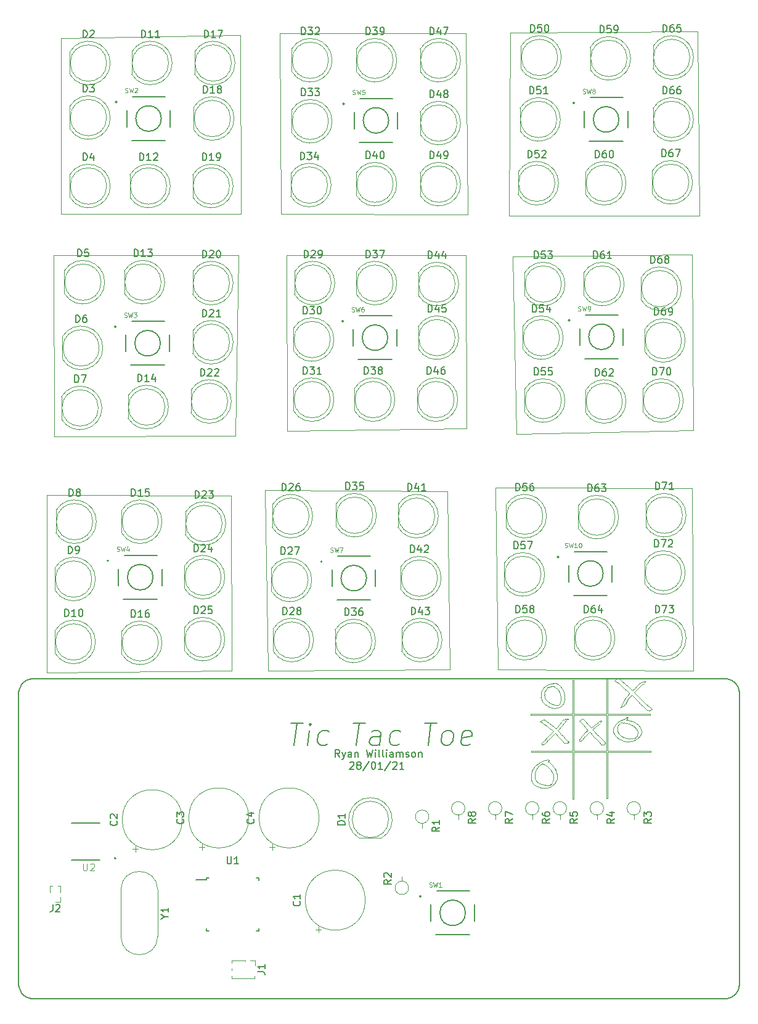
<source format=gbr>
%TF.GenerationSoftware,KiCad,Pcbnew,(5.1.7)-1*%
%TF.CreationDate,2021-01-28T11:15:27+10:00*%
%TF.ProjectId,TickTacToe,5469636b-5461-4635-946f-652e6b696361,rev?*%
%TF.SameCoordinates,Original*%
%TF.FileFunction,Legend,Top*%
%TF.FilePolarity,Positive*%
%FSLAX46Y46*%
G04 Gerber Fmt 4.6, Leading zero omitted, Abs format (unit mm)*
G04 Created by KiCad (PCBNEW (5.1.7)-1) date 2021-01-28 11:15:27*
%MOMM*%
%LPD*%
G01*
G04 APERTURE LIST*
%ADD10C,0.200000*%
%ADD11C,0.000180*%
%ADD12C,0.120000*%
%ADD13C,0.150000*%
%ADD14C,0.127000*%
%ADD15C,0.015000*%
G04 APERTURE END LIST*
D10*
X33991100Y-173942100D02*
X34270800Y-174252800D01*
X33991100Y-131590900D02*
X33782000Y-131953000D01*
X131947400Y-131280200D02*
X131609100Y-131034500D01*
X131227100Y-130864400D02*
X130818100Y-130777500D01*
X34609100Y-131034500D02*
X34270800Y-131280200D01*
X33652800Y-173182300D02*
X33782000Y-173580000D01*
X131227100Y-174668600D02*
X131609100Y-174498500D01*
X132609100Y-172766500D02*
X132609100Y-132766500D01*
X132227100Y-173942100D02*
X132436200Y-173580000D01*
X132227100Y-131590900D02*
X131947400Y-131280200D01*
X131947400Y-174252800D02*
X132227100Y-173942100D01*
X34991100Y-174668600D02*
X35400100Y-174755500D01*
X132565400Y-173182300D02*
X132609100Y-172766500D01*
X130818100Y-174755500D02*
X131227100Y-174668600D01*
X35400100Y-174755500D02*
X130818100Y-174755500D01*
X132609100Y-132766500D02*
X132565400Y-132350700D01*
X132436200Y-131953000D02*
X132227100Y-131590900D01*
X34270800Y-174252800D02*
X34609100Y-174498500D01*
X34991100Y-130864400D02*
X34609100Y-131034500D01*
X130818100Y-130777500D02*
X35400100Y-130777500D01*
X131609100Y-174498500D02*
X131947400Y-174252800D01*
X33609100Y-132766500D02*
X33609100Y-172766500D01*
X33652800Y-132350700D02*
X33609100Y-132766500D01*
X34270800Y-131280200D02*
X33991100Y-131590900D01*
X35400100Y-130777500D02*
X34991100Y-130864400D01*
X131609100Y-131034500D02*
X131227100Y-130864400D01*
X33782000Y-173580000D02*
X33991100Y-173942100D01*
X33609100Y-172766500D02*
X33652800Y-173182300D01*
X132436200Y-173580000D02*
X132565400Y-173182300D01*
X34609100Y-174498500D02*
X34991100Y-174668600D01*
X132565400Y-132350700D02*
X132436200Y-131953000D01*
X33782000Y-131953000D02*
X33652800Y-132350700D01*
D11*
X113588593Y-136585275D02*
X113394483Y-136664601D01*
X112518556Y-137703864D02*
G75*
G02*
X112610412Y-137620030I721272J-698051D01*
G01*
X113306810Y-136707906D02*
X113201155Y-136773373D01*
X111095139Y-136300188D02*
X111037277Y-136330184D01*
X112848094Y-137431002D02*
X113287079Y-137081087D01*
X113645775Y-136742907D02*
G75*
G02*
X113517922Y-136879656I-1129687J928045D01*
G01*
X111037277Y-136330184D02*
X110969021Y-136368009D01*
X112610412Y-137620030D02*
X112848094Y-137431002D01*
X111157701Y-136319778D02*
G75*
G02*
X111188568Y-136347650I-266168J-325799D01*
G01*
X111437543Y-136628642D02*
X111219483Y-136380910D01*
X113644957Y-136572763D02*
G75*
G02*
X113670839Y-136590836I1418J-25539D01*
G01*
X112281970Y-137516104D02*
G75*
G02*
X112258606Y-137524339I-23364J29027D01*
G01*
X113287079Y-137081087D02*
X113517922Y-136879656D01*
X112483063Y-137758241D02*
G75*
G02*
X112518556Y-137703864I158549J-64717D01*
G01*
X113679482Y-136648772D02*
G75*
G02*
X113645774Y-136742906I-148295J0D01*
G01*
X111095139Y-136300187D02*
G75*
G02*
X111114483Y-136295128I21452J-42507D01*
G01*
X111219483Y-136380910D02*
X111188568Y-136347650D01*
X112522461Y-137322082D02*
X112281971Y-137516105D01*
X113090581Y-136851765D02*
X112986819Y-136935462D01*
X112763635Y-137124285D02*
X112522461Y-137322082D01*
X113670839Y-136590835D02*
G75*
G02*
X113679483Y-136648771I-189833J-57937D01*
G01*
X111114482Y-136295128D02*
G75*
G02*
X111130458Y-136299599I1178J-26570D01*
G01*
X110969021Y-136368009D02*
X110893783Y-136412598D01*
X112258606Y-137524339D02*
G75*
G02*
X112243864Y-137517819I0J19925D01*
G01*
X112516991Y-137848965D02*
G75*
G02*
X112485526Y-137805631I141867J136099D01*
G01*
X112986819Y-136935462D02*
X112763635Y-137124285D01*
X111815053Y-137046098D02*
X111437543Y-136628642D01*
X113306811Y-136707906D02*
G75*
G02*
X113394483Y-136664601I380488J-659919D01*
G01*
X112243864Y-137517819D02*
X111815053Y-137046098D01*
X113588593Y-136585274D02*
G75*
G02*
X113644957Y-136572764I66233J-165179D01*
G01*
X113201155Y-136773373D02*
X113090581Y-136851765D01*
X112485525Y-137805631D02*
G75*
G02*
X112483062Y-137758240I49170J26315D01*
G01*
X111130457Y-136299599D02*
G75*
G02*
X111157701Y-136319778I-198713J-296760D01*
G01*
X113998148Y-139908776D02*
G75*
G02*
X113859483Y-139937976I-138665J314641D01*
G01*
X105544265Y-142449056D02*
G75*
G02*
X105565302Y-142454333I1177J-39880D01*
G01*
X105565302Y-142454333D02*
X105618038Y-142485972D01*
X110993761Y-138687535D02*
X110681609Y-139091222D01*
X111463799Y-138673804D02*
X111572046Y-138547970D01*
X113022787Y-138370461D02*
X112750360Y-138091363D01*
X113924115Y-139290034D02*
X113655258Y-139009283D01*
X113464675Y-139606767D02*
G75*
G02*
X113507943Y-139678363I-363499J-268550D01*
G01*
X111340316Y-138857392D02*
G75*
G02*
X111263772Y-138992185I-640192J274417D01*
G01*
X111417344Y-137408075D02*
X111547218Y-137551028D01*
X111263771Y-138992185D02*
G75*
G02*
X111140882Y-139142419I-1363027J989563D01*
G01*
X113577294Y-139792809D02*
G75*
G02*
X113507943Y-139678363I573101J425516D01*
G01*
X110818720Y-136459105D02*
X110750946Y-136502778D01*
X110893783Y-136412598D02*
X110818720Y-136459105D01*
X111383838Y-138779494D02*
X111463799Y-138673804D01*
X110778010Y-139396018D02*
G75*
G02*
X110694546Y-139392860I-35677J161641D01*
G01*
X110640237Y-139352077D02*
G75*
G02*
X110619483Y-139281949I108107J70128D01*
G01*
X111547218Y-137551028D02*
X111828201Y-137862716D01*
X105410175Y-142536702D02*
X105446177Y-142510798D01*
X113073441Y-139203278D02*
X113197969Y-139321131D01*
X110830384Y-136774183D02*
X110956896Y-136911802D01*
X112750360Y-138091363D02*
X112516991Y-137848966D01*
X113655258Y-139009283D02*
X113339599Y-138689596D01*
X114152266Y-139534355D02*
X113924115Y-139290034D01*
X113339599Y-138689596D02*
X113022787Y-138370461D01*
X114111547Y-139826276D02*
G75*
G02*
X113998147Y-139908776I-246638J219828D01*
G01*
X113859482Y-139937976D02*
G75*
G02*
X113752355Y-139921511I1J356743D01*
G01*
X113752355Y-139921511D02*
G75*
G02*
X113658425Y-139873732I96016J304983D01*
G01*
X113394388Y-139519044D02*
X113464675Y-139606767D01*
X113304143Y-139422106D02*
X113394388Y-139519044D01*
X105446177Y-142510798D02*
X105474483Y-142490208D01*
X110694546Y-139392860D02*
G75*
G02*
X110640236Y-139352077I28494J94497D01*
G01*
X112485591Y-138594734D02*
X112682984Y-138804804D01*
X111340317Y-138857393D02*
G75*
G02*
X111383838Y-138779494I393009J-168463D01*
G01*
X110673517Y-136579532D02*
G75*
G02*
X110675320Y-136556502I14374J10460D01*
G01*
X105474483Y-142490208D02*
X105523745Y-142455640D01*
X112888291Y-139017081D02*
X113073441Y-139203278D01*
X112682984Y-138804804D02*
X112888291Y-139017081D01*
X110673516Y-136579532D02*
X110738622Y-136665246D01*
X105001551Y-142892574D02*
G75*
G02*
X105339820Y-142586754I1421972J-1232854D01*
G01*
X112016647Y-138088146D02*
X112485591Y-138594734D01*
X111095733Y-137059828D02*
X111257906Y-137234684D01*
X111356763Y-138278490D02*
X110993761Y-138687535D01*
X105339820Y-142586754D02*
X105372781Y-142563416D01*
X105523746Y-142455640D02*
G75*
G02*
X105544266Y-142449057I21666J-32260D01*
G01*
X111002619Y-139276459D02*
G75*
G02*
X110878366Y-139360011I-407876J472396D01*
G01*
X110738622Y-136665246D02*
X110830384Y-136774183D01*
X111257906Y-137234684D02*
X111417344Y-137408075D01*
X111356764Y-138278490D02*
G75*
G02*
X111696342Y-137968228I2536311J-2435006D01*
G01*
X110675320Y-136556501D02*
G75*
G02*
X110694891Y-136540303I95683J-95683D01*
G01*
X114152266Y-139534354D02*
G75*
G02*
X114177597Y-139581066I-78427J-72754D01*
G01*
X114175838Y-139708795D02*
G75*
G02*
X114111547Y-139826276I-286145J80258D01*
G01*
X111572046Y-138547970D02*
X111707948Y-138404027D01*
X110750946Y-136502778D02*
X110694891Y-136540303D01*
X114177596Y-139581066D02*
G75*
G02*
X114175837Y-139708795I-241261J-60553D01*
G01*
X113658424Y-139873733D02*
G75*
G02*
X113577294Y-139792810I230799J312523D01*
G01*
X111707948Y-138404027D02*
X112016647Y-138088146D01*
X110619482Y-139281949D02*
G75*
G02*
X110681609Y-139091222I323826J0D01*
G01*
X111828201Y-137862716D02*
X111696342Y-137968228D01*
X113197969Y-139321131D02*
X113304143Y-139422106D01*
X111140883Y-139142419D02*
G75*
G02*
X111002619Y-139276458I-1230368J1130816D01*
G01*
X110878366Y-139360010D02*
G75*
G02*
X110778010Y-139396018I-190890J374175D01*
G01*
X110956896Y-136911802D02*
X111095733Y-137059828D01*
X105372781Y-142563416D02*
X105410175Y-142536702D01*
X106662252Y-143264486D02*
X106740759Y-143365052D01*
X106412404Y-142204511D02*
X106292896Y-142151006D01*
X106062521Y-141951836D02*
X105975540Y-141980456D01*
X106452078Y-142027932D02*
X106475323Y-142005031D01*
X106185364Y-142802894D02*
X106449026Y-143037394D01*
X106210267Y-141908887D02*
G75*
G02*
X106237353Y-141905107I29116J-109701D01*
G01*
X106449026Y-143037393D02*
G75*
G02*
X106662252Y-143264486I-2024441J-2114481D01*
G01*
X106421931Y-142054273D02*
X106452078Y-142027932D01*
X107090608Y-144363978D02*
X107086141Y-144570063D01*
X107094483Y-143985441D02*
X107090608Y-144363978D01*
X106292896Y-142151006D02*
X106386189Y-142082031D01*
X106968978Y-143732390D02*
X107094483Y-143985441D01*
X106380350Y-141941013D02*
X106293189Y-141912440D01*
X106142761Y-141927557D02*
X106062521Y-141951836D01*
X106237352Y-141905106D02*
G75*
G02*
X106293189Y-141912440I3406J-190309D01*
G01*
X106466485Y-141975125D02*
X106380350Y-141941013D01*
X106907828Y-143619916D02*
X106968978Y-143732390D01*
X106740759Y-143365052D02*
X106827106Y-143490560D01*
X105930841Y-142605220D02*
X106185364Y-142802894D01*
X106479483Y-141994725D02*
G75*
G02*
X106475323Y-142005031I-14849J1D01*
G01*
X106386189Y-142082031D02*
X106421931Y-142054273D01*
X105651142Y-142503293D02*
X105696760Y-142520935D01*
X105792724Y-142546533D02*
G75*
G02*
X105930841Y-142605220I-57016J-326054D01*
G01*
X105651142Y-142503292D02*
G75*
G02*
X105618038Y-142485972I94690J221275D01*
G01*
X106466486Y-141975125D02*
G75*
G02*
X106479483Y-141994724I-8279J-19599D01*
G01*
X105696760Y-142520935D02*
X105746416Y-142536241D01*
X106210267Y-141908887D02*
X106142761Y-141927557D01*
X106827106Y-143490560D02*
X106907828Y-143619916D01*
X105792724Y-142546533D02*
G75*
G02*
X105746416Y-142536241I89671J512801D01*
G01*
X108595672Y-133787482D02*
G75*
G02*
X108511276Y-134120519I-2142847J365811D01*
G01*
X108633272Y-133230745D02*
G75*
G02*
X108595672Y-133787481I-2747901J-94053D01*
G01*
X106385743Y-131949728D02*
X106591670Y-131896198D01*
X107624363Y-134486055D02*
G75*
G02*
X107391021Y-134452914I196564J2222029D01*
G01*
X106591670Y-131896198D02*
X106879367Y-131836626D01*
X106194778Y-133829695D02*
G75*
G02*
X106041070Y-133642792I1268201J1199621D01*
G01*
X107391021Y-134452913D02*
G75*
G02*
X107040451Y-134359275I521703J2656251D01*
G01*
X107280375Y-131406369D02*
G75*
G02*
X107444574Y-131432019I6473J-496959D01*
G01*
X106059932Y-132297416D02*
X106211946Y-132078181D01*
X107040451Y-134359275D02*
G75*
G02*
X106720661Y-134222489I737058J2165362D01*
G01*
X108346345Y-132252463D02*
G75*
G02*
X108550671Y-132717569I-1691139J-1020369D01*
G01*
X108550671Y-132717569D02*
G75*
G02*
X108633272Y-133230745I-1994487J-584269D01*
G01*
X107064483Y-131433092D02*
G75*
G02*
X107097609Y-131423413I61996J-150650D01*
G01*
X107801643Y-132425037D02*
X107903281Y-132614459D01*
X107939166Y-134721084D02*
G75*
G02*
X107572722Y-134840404I-656551J1393991D01*
G01*
X105365695Y-133368072D02*
G75*
G02*
X105417471Y-132623991I1668354J257753D01*
G01*
X106247158Y-134550295D02*
X106326673Y-134591890D01*
X107175740Y-134870438D02*
G75*
G02*
X106789474Y-134810341I64809J1687921D01*
G01*
X108061119Y-133042477D02*
G75*
G02*
X108124443Y-133472505I-1898279J-499212D01*
G01*
X106291027Y-131997151D02*
G75*
G02*
X106385743Y-131949728I176042J-233310D01*
G01*
X106211945Y-132078181D02*
G75*
G02*
X106291026Y-131997150I305487J-219027D01*
G01*
X106789474Y-134810342D02*
G75*
G02*
X106454621Y-134664085I345982J1248570D01*
G01*
X106437178Y-134044910D02*
G75*
G02*
X106194778Y-133829694I1110886J1495319D01*
G01*
X108124443Y-133472504D02*
G75*
G02*
X108090631Y-133886468I-1781658J-62837D01*
G01*
X107444574Y-131432019D02*
G75*
G02*
X107624765Y-131513376I-310630J-928212D01*
G01*
X105417471Y-132623991D02*
G75*
G02*
X105787042Y-132011018I1383411J-416183D01*
G01*
X108198706Y-134563493D02*
G75*
G02*
X107939166Y-134721085I-873680J1146360D01*
G01*
X105938792Y-132493785D02*
X106059932Y-132297416D01*
X106173717Y-134513841D02*
X106247158Y-134550295D01*
X106720661Y-134222489D02*
G75*
G02*
X106437178Y-134044910I975176J1871810D01*
G01*
X105878747Y-132636827D02*
G75*
G02*
X105938792Y-132493785I635594J-182679D01*
G01*
X108384084Y-134370865D02*
G75*
G02*
X108198707Y-134563492I-715810J503355D01*
G01*
X105854871Y-132786925D02*
G75*
G02*
X105878747Y-132636827I623419J-22220D01*
G01*
X105856507Y-133005189D02*
X105854871Y-132786924D01*
X105884863Y-133262826D02*
G75*
G02*
X105856507Y-133005189I2166550J368826D01*
G01*
X105942538Y-133464176D02*
G75*
G02*
X105884862Y-133262826I879730J360930D01*
G01*
X106041070Y-133642792D02*
G75*
G02*
X105942537Y-133464176I725408J516655D01*
G01*
X107572805Y-132174761D02*
G75*
G02*
X107707330Y-132298771I-720950J-917053D01*
G01*
X108511276Y-134120519D02*
G75*
G02*
X108384084Y-134370865I-934261J317182D01*
G01*
X106326673Y-134591890D02*
X106400455Y-134632238D01*
X107280375Y-131406370D02*
X107216291Y-131408962D01*
X107769545Y-134469548D02*
G75*
G02*
X107624363Y-134486054I-113006J347230D01*
G01*
X106173716Y-134513842D02*
G75*
G02*
X105639086Y-134056037I595125J1236072D01*
G01*
X107872870Y-134401089D02*
G75*
G02*
X107769545Y-134469549I-175093J152059D01*
G01*
X107961573Y-134267227D02*
G75*
G02*
X107872870Y-134401088I-556748J272612D01*
G01*
X108024483Y-131837640D02*
G75*
G02*
X108346346Y-132252463I-1603926J-1576774D01*
G01*
X106400455Y-134632238D02*
X106454621Y-134664085D01*
X107707331Y-132298770D02*
G75*
G02*
X107801643Y-132425037I-546159J-506300D01*
G01*
X107624764Y-131513376D02*
G75*
G02*
X107818671Y-131648544I-710618J-1226091D01*
G01*
X107818671Y-131648544D02*
G75*
G02*
X108024483Y-131837640I-1755243J-2116953D01*
G01*
X108090630Y-133886468D02*
G75*
G02*
X107961573Y-134267227I-1537447J308861D01*
G01*
X107152651Y-131415057D02*
X107097609Y-131423413D01*
X105639086Y-134056037D02*
G75*
G02*
X105365696Y-133368071I1366436J941311D01*
G01*
X107903281Y-132614460D02*
G75*
G02*
X108061118Y-133042477I-2140372J-1032401D01*
G01*
X107310394Y-131974896D02*
X107572805Y-132174761D01*
X107216291Y-131408962D02*
X107152651Y-131415057D01*
X107572722Y-134840404D02*
G75*
G02*
X107175741Y-134870439I-329779J1720257D01*
G01*
X116924522Y-139404717D02*
X117230082Y-139434017D01*
X118551376Y-137817625D02*
G75*
G02*
X118682158Y-138052375I-1877552J-1199808D01*
G01*
X117918184Y-137216064D02*
G75*
G02*
X118200525Y-137404123I-785336J-1485036D01*
G01*
X119102614Y-138514339D02*
G75*
G02*
X118887170Y-138826534I-1188280J589590D01*
G01*
X117267333Y-136294845D02*
G75*
G02*
X117261534Y-136289755I111J5975D01*
G01*
X117224061Y-136448564D02*
X117085939Y-136428807D01*
X117564204Y-137058763D02*
G75*
G02*
X117918185Y-137216065I-973151J-2666846D01*
G01*
X116724483Y-136865507D02*
G75*
G02*
X117159542Y-136939447I-451296J-3972296D01*
G01*
X119118258Y-137703697D02*
G75*
G02*
X119166058Y-137887346I-908027J-334382D01*
G01*
X116984191Y-136196606D02*
X116859002Y-136266297D01*
X117392454Y-136488137D02*
X117340487Y-136472621D01*
X117198266Y-136092738D02*
G75*
G02*
X117238293Y-136084339I40027J-91180D01*
G01*
X118887170Y-138826534D02*
G75*
G02*
X118575365Y-139094637I-1336079J1238499D01*
G01*
X117238293Y-136084339D02*
G75*
G02*
X117290130Y-136098327I0J-103046D01*
G01*
X119166058Y-137887345D02*
G75*
G02*
X119182918Y-138094339I-1366425J-215483D01*
G01*
X117775812Y-139416374D02*
G75*
G02*
X117534785Y-139439623I-273272J1572041D01*
G01*
X117320692Y-136186807D02*
G75*
G02*
X117290556Y-136238678I-137200J45021D01*
G01*
X116679973Y-139353841D02*
G75*
G02*
X116086323Y-139089252I620484J2190430D01*
G01*
X117273093Y-136260103D02*
G75*
G02*
X117290556Y-136238678I215746J-158018D01*
G01*
X117536686Y-136543592D02*
X117464388Y-136519400D01*
X118900339Y-137326986D02*
G75*
G02*
X119032486Y-137523680I-1716283J-1295809D01*
G01*
X119032485Y-137523681D02*
G75*
G02*
X119118258Y-137703697I-934757J-555827D01*
G01*
X117230082Y-139434017D02*
X117534785Y-139439623D01*
X116924522Y-139404718D02*
G75*
G02*
X116679973Y-139353841I235790J1746562D01*
G01*
X117262956Y-136278137D02*
G75*
G02*
X117273093Y-136260103I79819J-33003D01*
G01*
X117190211Y-136362078D02*
X117228392Y-136336398D01*
X117261534Y-136289754D02*
G75*
G02*
X117262956Y-136278137I21673J3243D01*
G01*
X117711484Y-136593573D02*
X117622250Y-136569432D01*
X115346218Y-138188844D02*
G75*
G02*
X115327587Y-137713507I803953J269545D01*
G01*
X119180519Y-138238726D02*
X119182918Y-138094339D01*
X119180519Y-138238726D02*
G75*
G02*
X119169670Y-138333361I-637025J25090D01*
G01*
X115616002Y-138675155D02*
G75*
G02*
X115346218Y-138188843I1179040J972066D01*
G01*
X118406102Y-138846585D02*
G75*
G02*
X118349222Y-138905871I-260498J192997D01*
G01*
X117392454Y-136488137D02*
G75*
G02*
X117426447Y-136502715I-67288J-203824D01*
G01*
X118200525Y-137404123D02*
G75*
G02*
X118379641Y-137582480I-850863J-1033600D01*
G01*
X117622250Y-136569432D02*
X117536686Y-136543592D01*
X117711485Y-136593573D02*
G75*
G02*
X118044229Y-136709948I-508112J-1986693D01*
G01*
X118493749Y-138722320D02*
X118406101Y-138846585D01*
X118599381Y-138555689D02*
X118493749Y-138722320D01*
X117198266Y-136092738D02*
X117100158Y-136137790D01*
X117267334Y-136294846D02*
G75*
G02*
X117269826Y-136300078I-61J-3238D01*
G01*
X117255877Y-136314803D02*
G75*
G02*
X117228392Y-136336398I-225071J258173D01*
G01*
X118386235Y-136891332D02*
G75*
G02*
X118688934Y-137107127I-1466989J-2377963D01*
G01*
X117281655Y-136458653D02*
X117224061Y-136448564D01*
X118379641Y-137582480D02*
G75*
G02*
X118551376Y-137817625I-1802655J-1496834D01*
G01*
X117290130Y-136098327D02*
G75*
G02*
X117320450Y-136135434I-34344J-59004D01*
G01*
X118194686Y-139297356D02*
G75*
G02*
X117775812Y-139416374I-775580J1932989D01*
G01*
X117340487Y-136472621D02*
X117281655Y-136458653D01*
X118667785Y-138424071D02*
G75*
G02*
X118599381Y-138555689I-1134326J505945D01*
G01*
X118706673Y-138314105D02*
G75*
G02*
X118667785Y-138424072I-708368J188642D01*
G01*
X118719482Y-138216227D02*
G75*
G02*
X118706673Y-138314105I-380350J0D01*
G01*
X117100158Y-136137790D02*
X116984191Y-136196606D01*
X118044229Y-136709947D02*
G75*
G02*
X118386235Y-136891331I-1219562J-2712669D01*
G01*
X117269827Y-136300078D02*
G75*
G02*
X117255878Y-136314803I-83881J65491D01*
G01*
X118575366Y-139094637D02*
G75*
G02*
X118194686Y-139297356I-1127340J1658200D01*
G01*
X117464388Y-136519400D02*
G75*
G02*
X117426447Y-136502715I89039J253949D01*
G01*
X118682158Y-138052375D02*
G75*
G02*
X118719483Y-138216227I-340985J-163852D01*
G01*
X117320450Y-136135434D02*
G75*
G02*
X117320692Y-136186807I-76929J-26050D01*
G01*
X117085939Y-136428807D02*
X117190211Y-136362078D01*
X118688935Y-137107126D02*
G75*
G02*
X118900339Y-137326987I-812976J-993276D01*
G01*
X119146096Y-138415626D02*
G75*
G02*
X119102614Y-138514339I-1101762J426373D01*
G01*
X119169670Y-138333361D02*
G75*
G02*
X119146096Y-138415626I-466764J89245D01*
G01*
X116086323Y-139089252D02*
G75*
G02*
X115616002Y-138675155I1052681J1669747D01*
G01*
X117159542Y-136939447D02*
G75*
G02*
X117564204Y-137058763I-740921J-3258710D01*
G01*
X115327587Y-137713507D02*
G75*
G02*
X115464607Y-137372098I1311210J-328036D01*
G01*
X115464607Y-137372098D02*
G75*
G02*
X115698627Y-137047547I1634253J-931745D01*
G01*
X115698628Y-137047547D02*
G75*
G02*
X116014791Y-136758723I1607738J-1442469D01*
G01*
X116014791Y-136758724D02*
G75*
G02*
X116395379Y-136523376I1537510J-2060952D01*
G01*
X116473304Y-136482598D02*
X116395379Y-136523376D01*
X116593074Y-136416871D02*
X116473304Y-136482598D01*
X107148215Y-131870142D02*
G75*
G02*
X107310394Y-131974896I-761476J-1356821D01*
G01*
X116727651Y-136341469D02*
X116593074Y-136416871D01*
X107026942Y-131831262D02*
G75*
G02*
X107148215Y-131870142I-34686J-316773D01*
G01*
X106879367Y-131836626D02*
G75*
G02*
X107026942Y-131831263I92100J-501268D01*
G01*
X116859002Y-136266297D02*
X116727651Y-136341469D01*
X119483521Y-131429444D02*
X119591374Y-131353550D01*
X119258839Y-131596258D02*
X119483521Y-131429444D01*
X118958184Y-131848443D02*
X119258839Y-131596258D01*
X118646908Y-132127215D02*
X118958184Y-131848443D01*
X117772063Y-133023640D02*
X118448273Y-133685502D01*
X118380631Y-132385327D02*
X118646908Y-132127215D01*
X115476594Y-131003810D02*
X115710260Y-131181575D01*
X120600308Y-134950771D02*
G75*
G02*
X120609483Y-134976795I-32319J-26024D01*
G01*
X118116780Y-132653242D02*
X118380631Y-132385327D01*
X116856470Y-134438142D02*
G75*
G02*
X116768489Y-134523849I-375270J297218D01*
G01*
X118817577Y-133327318D02*
X118116780Y-132653242D01*
X119322007Y-133806602D02*
X118817577Y-133327318D01*
X120609482Y-134976795D02*
G75*
G02*
X120570910Y-135061988I-113368J0D01*
G01*
X120449725Y-135143375D02*
G75*
G02*
X120298253Y-135196990I-294214J590425D01*
G01*
X120298252Y-135196990D02*
G75*
G02*
X120163169Y-135199196I-72934J329076D01*
G01*
X120163169Y-135199196D02*
G75*
G02*
X120028140Y-135157830I116668J621893D01*
G01*
X120028141Y-135157829D02*
G75*
G02*
X119904421Y-135087291I260197J600134D01*
G01*
X117049699Y-134100077D02*
X117124679Y-133947042D01*
X116972181Y-134247262D02*
X117049699Y-134100077D01*
X116260804Y-134738816D02*
X116357643Y-134719326D01*
X118734659Y-133966079D02*
X119036002Y-134261838D01*
X118448273Y-133685502D02*
X118734659Y-133966079D01*
X116537418Y-134148976D02*
X116334196Y-134572866D01*
X117501947Y-132775180D02*
X117265256Y-133057260D01*
X117124679Y-133947042D02*
X117225997Y-133743357D01*
X116901956Y-134371554D02*
G75*
G02*
X116856470Y-134438143I-493712J288413D01*
G01*
X116768488Y-134523850D02*
G75*
G02*
X116638739Y-134608575I-713857J951500D01*
G01*
X116334196Y-134572866D02*
X116260804Y-134738816D01*
X117142283Y-132427260D02*
X117501947Y-132775180D01*
X116017166Y-131426229D02*
X116410260Y-131761239D01*
X116809843Y-132116005D02*
X117142283Y-132427260D01*
X117225997Y-133743357D02*
X117314509Y-133590052D01*
X119773476Y-134222844D02*
X119322007Y-133806602D01*
X120155704Y-134562121D02*
X119773476Y-134222844D01*
X120503054Y-134849018D02*
G75*
G02*
X120558813Y-134903181I-591932J-665164D01*
G01*
X116638740Y-134608574D02*
G75*
G02*
X116493701Y-134678469I-615884J1092594D01*
G01*
X120600308Y-134950771D02*
X120558813Y-134903181D01*
X116901956Y-134371553D02*
X116972181Y-134247262D01*
X117265256Y-133057260D02*
X116995586Y-133403242D01*
X117411344Y-133451682D02*
X117537720Y-133296300D01*
X116410260Y-131761239D02*
X116809843Y-132116005D01*
X116755423Y-133763137D02*
X116537418Y-134148976D01*
X115695538Y-130860452D02*
X115476594Y-131003810D01*
X117537720Y-133296300D02*
X117772063Y-133023640D01*
X119904421Y-135087291D02*
G75*
G02*
X119751959Y-134961313I917327J1265413D01*
G01*
X119658876Y-131269882D02*
G75*
G02*
X119639646Y-131308806I-86535J18540D01*
G01*
X117314509Y-133590053D02*
G75*
G02*
X117411344Y-133451682I1583177J-1004876D01*
G01*
X120570910Y-135061988D02*
G75*
G02*
X120449724Y-135143375I-374036J426029D01*
G01*
X116995586Y-133403242D02*
X116755423Y-133763137D01*
X120503054Y-134849019D02*
X120436990Y-134793944D01*
X119036002Y-134261838D02*
X119309612Y-134530818D01*
X115710260Y-131181575D02*
X116017166Y-131426229D01*
X119639646Y-131308806D02*
G75*
G02*
X119591374Y-131353550I-215098J183647D01*
G01*
X116493700Y-134678469D02*
G75*
G02*
X116357643Y-134719326I-286793J708080D01*
G01*
X120436990Y-134793944D02*
X120155704Y-134562121D01*
X119499483Y-134718074D02*
X119751959Y-134961313D01*
X119309612Y-134530818D02*
X119499483Y-134718074D01*
X106517020Y-131585493D02*
G75*
G02*
X106775975Y-131507679I634226J-1640828D01*
G01*
X114309483Y-135784339D02*
X114309483Y-138244339D01*
X109839483Y-138244339D02*
X109839483Y-135784339D01*
X114489483Y-140704339D02*
X114489483Y-138244339D01*
X112074483Y-135784339D02*
X114309483Y-135784339D01*
X109839483Y-140704339D02*
X109839483Y-138244339D01*
X114489483Y-135784339D02*
X117414483Y-135784339D01*
X114489483Y-133204339D02*
X114489483Y-130804339D01*
X106954984Y-131465187D02*
X106867861Y-131486765D01*
X107028356Y-131445500D02*
X106954984Y-131465187D01*
X109839483Y-135784339D02*
X112074483Y-135784339D01*
X112074483Y-140704339D02*
X109839483Y-140704339D01*
X114309483Y-140704339D02*
X112074483Y-140704339D01*
X114309483Y-138244339D02*
X114309483Y-140704339D01*
X114309483Y-130804339D02*
X114309483Y-133204532D01*
X117414483Y-135604339D02*
X114489483Y-135604339D01*
X120429483Y-140704339D02*
X117459483Y-140704339D01*
X120339483Y-135604339D02*
X117414483Y-135604339D01*
X120339483Y-135784339D02*
X120339483Y-135694339D01*
X114489483Y-135604339D02*
X114489483Y-133204339D01*
X114489483Y-130804339D02*
X114399483Y-130804339D01*
X117414483Y-135784339D02*
X120339483Y-135784339D01*
X114489483Y-138244339D02*
X114489483Y-135784339D01*
X105787042Y-132011018D02*
G75*
G02*
X105972803Y-131862082I819799J-832183D01*
G01*
X106867861Y-131486765D02*
X106775975Y-131507679D01*
X107064483Y-131433092D02*
G75*
G02*
X107028356Y-131445500I-122114J296734D01*
G01*
X114399483Y-130804339D02*
X114309483Y-130804339D01*
X120339483Y-135694339D02*
X120339483Y-135604339D01*
X117459483Y-140704339D02*
X114489483Y-140704339D01*
X105972803Y-131862082D02*
G75*
G02*
X106233413Y-131712082I1586329J-2454699D01*
G01*
X106233413Y-131712083D02*
G75*
G02*
X106517020Y-131585493I1382265J-2715795D01*
G01*
X114309483Y-133204532D02*
X114309483Y-135604724D01*
X115782426Y-130805439D02*
X115695538Y-130860452D01*
X109659483Y-133279339D02*
X109659483Y-135604339D01*
X118506499Y-131822112D02*
X118197855Y-132119178D01*
X109839112Y-130954339D02*
X109749297Y-130954339D01*
X109846797Y-133271839D02*
X109839112Y-130954339D01*
X118783571Y-131587221D02*
G75*
G02*
X119044465Y-131401394I2186454J-2793656D01*
G01*
X117901228Y-132418699D02*
X117372855Y-131923196D01*
X119650718Y-131194008D02*
X119640913Y-131164886D01*
X115930102Y-130722465D02*
G75*
G02*
X115955959Y-130715717I27870J-53887D01*
G01*
X119640913Y-131164886D02*
X119630722Y-131140520D01*
X114489483Y-140884339D02*
X117459483Y-140884339D01*
X119520310Y-131155362D02*
X119419418Y-131198495D01*
X114489483Y-144034339D02*
X114489483Y-140884339D01*
X114309483Y-140883955D02*
X114309483Y-144034147D01*
X112081983Y-140891647D02*
X114309483Y-140883955D01*
X104019483Y-140794339D02*
X104019483Y-140884339D01*
X109659483Y-135784339D02*
X109659483Y-138244339D01*
X109659483Y-130954339D02*
X109659483Y-133279339D01*
X119604975Y-131122997D02*
X119520310Y-131155362D01*
X115930101Y-130722464D02*
X115862351Y-130758801D01*
X119044465Y-131401393D02*
G75*
G02*
X119303407Y-131253917I1444063J-2234449D01*
G01*
X116455646Y-131101990D02*
X116028687Y-130740840D01*
X109854483Y-140899339D02*
X112081983Y-140891647D01*
X115862351Y-130758801D02*
X115782426Y-130805439D01*
X120429483Y-140794339D02*
X120429483Y-140704339D01*
X120429483Y-140884339D02*
X120429483Y-140794339D01*
X117459483Y-140884339D02*
X120429483Y-140884339D01*
X103929483Y-135694339D02*
X103929483Y-135784339D01*
X114309483Y-144034147D02*
X114309483Y-147184339D01*
X114489483Y-147184339D02*
X114489483Y-144034339D01*
X114399483Y-147184339D02*
X114489483Y-147184339D01*
X109659483Y-135604339D02*
X106794483Y-135604339D01*
X109749297Y-130954339D02*
X109659483Y-130954339D01*
X109659483Y-147334339D02*
X109749347Y-147334339D01*
X106794483Y-135604339D02*
X103929483Y-135604339D01*
X119604976Y-131122996D02*
G75*
G02*
X119622034Y-131127264I5390J-14681D01*
G01*
X109659483Y-140884339D02*
X109659483Y-144109339D01*
X103929483Y-135604339D02*
X103929483Y-135694339D01*
X103929483Y-135784339D02*
X106794483Y-135784339D01*
X106839483Y-140884339D02*
X109659483Y-140884339D01*
X109659483Y-140704339D02*
X106839483Y-140704339D01*
X106839483Y-140704339D02*
X104019483Y-140704339D01*
X106794483Y-135784339D02*
X109659483Y-135784339D01*
X119622033Y-131127264D02*
G75*
G02*
X119630722Y-131140520I-39967J-35670D01*
G01*
X112081983Y-135597032D02*
X109854483Y-135589339D01*
X115955958Y-130715717D02*
G75*
G02*
X116028687Y-130740840I3570J-107498D01*
G01*
X117372855Y-131923196D02*
X116912450Y-131501164D01*
X118783571Y-131587220D02*
X118506499Y-131822112D01*
X118197855Y-132119178D02*
X117901228Y-132418699D01*
X119419418Y-131198495D02*
X119303407Y-131253917D01*
X119658635Y-131224339D02*
G75*
G02*
X119658876Y-131269882I-103489J-23319D01*
G01*
X114309483Y-147184339D02*
X114399483Y-147184339D01*
X109749347Y-147334339D02*
X109839212Y-147334339D01*
X109846847Y-144116839D02*
X109854483Y-140899339D01*
X109839212Y-147334339D02*
X109846847Y-144116839D01*
X109659483Y-144109339D02*
X109659483Y-147334339D01*
X104019483Y-140884339D02*
X106839483Y-140884339D01*
X104019483Y-140704339D02*
X104019483Y-140794339D01*
X109854483Y-135589339D02*
X109846797Y-133271839D01*
X114309483Y-135604724D02*
X112081983Y-135597032D01*
X119658636Y-131224339D02*
X119650718Y-131194008D01*
X116912450Y-131501164D02*
X116455646Y-131101990D01*
X109659483Y-138244339D02*
X109659483Y-140704339D01*
X117613960Y-139041710D02*
G75*
G02*
X117292469Y-139022100I37753J3264021D01*
G01*
X118170332Y-138983350D02*
G75*
G02*
X117929006Y-139029761I-346008J1148513D01*
G01*
X118349221Y-138905871D02*
G75*
G02*
X118283749Y-138943990I-157320J194921D01*
G01*
X116475297Y-136840412D02*
X116724483Y-136865507D01*
X116379303Y-136846719D02*
G75*
G02*
X116475297Y-136840412I68418J-307646D01*
G01*
X116304100Y-136882749D02*
G75*
G02*
X116379304Y-136846719I115256J-144069D01*
G01*
X116186412Y-136985168D02*
X116304100Y-136882749D01*
X115960861Y-137288850D02*
G75*
G02*
X116186412Y-136985168I974374J-488087D01*
G01*
X115862467Y-137641263D02*
G75*
G02*
X115960861Y-137288850I955060J-76711D01*
G01*
X117028633Y-138970145D02*
G75*
G02*
X116717392Y-138860706I762509J2665850D01*
G01*
X115902218Y-138013204D02*
G75*
G02*
X115862467Y-137641263I965057J291234D01*
G01*
X118283749Y-138943990D02*
X118170333Y-138983349D01*
X116074959Y-138372764D02*
G75*
G02*
X115902218Y-138013204I1065888J733351D01*
G01*
X116717392Y-138860706D02*
G75*
G02*
X116453322Y-138723689I712132J1695456D01*
G01*
X116238570Y-138560523D02*
G75*
G02*
X116074959Y-138372765I737081J807451D01*
G01*
X116453322Y-138723689D02*
G75*
G02*
X116238570Y-138560523I795313J1269662D01*
G01*
X117929007Y-139029761D02*
G75*
G02*
X117613961Y-139041710I-278184J3175387D01*
G01*
X117292470Y-139022100D02*
G75*
G02*
X117028633Y-138970145I176035J1589815D01*
G01*
X107964142Y-136979564D02*
X107803801Y-137172025D01*
X108791147Y-139683529D02*
G75*
G02*
X108672651Y-139673700I-27970J381988D01*
G01*
X105807975Y-139745397D02*
G75*
G02*
X105661556Y-139838050I-585980J764002D01*
G01*
X107424474Y-137607942D02*
G75*
G02*
X107395456Y-137616154I-20943J18630D01*
G01*
X108403650Y-136485431D02*
G75*
G02*
X108485290Y-136441891I261537J-392092D01*
G01*
X108217316Y-139283556D02*
X108307489Y-139384674D01*
X108064584Y-139117297D02*
X108217316Y-139283556D01*
X106691773Y-138857761D02*
X106859802Y-138688350D01*
X106529799Y-139026928D02*
X106691773Y-138857761D01*
X106392846Y-139175133D02*
X106529799Y-139026928D01*
X105602936Y-139865101D02*
X105661556Y-139838050D01*
X105819365Y-137032069D02*
X106143973Y-137262760D01*
X108327689Y-136546016D02*
G75*
G02*
X108403650Y-136485431I393450J-415392D01*
G01*
X108239577Y-136639401D02*
X108113170Y-136794355D01*
X105523986Y-139876396D02*
G75*
G02*
X105489056Y-139864111I22316J119249D01*
G01*
X106323122Y-138757340D02*
X105709713Y-139395313D01*
X106143973Y-137262760D02*
X106484019Y-137535375D01*
X108239577Y-136639401D02*
G75*
G02*
X108327689Y-136546016I874468J-736827D01*
G01*
X106473907Y-136860455D02*
X106138992Y-136617999D01*
X105460937Y-136512999D02*
X105218685Y-136675188D01*
X109112910Y-139520914D02*
X109142968Y-139488911D01*
X105489056Y-139864111D02*
G75*
G02*
X105444467Y-139775205I40698J76045D01*
G01*
X105500470Y-139641904D02*
G75*
G02*
X105709713Y-139395313I2233764J-1683369D01*
G01*
X109112910Y-139520914D02*
G75*
G02*
X109072668Y-139557239I-435235J441723D01*
G01*
X106318704Y-139263822D02*
X106392846Y-139175133D01*
X106484019Y-137535375D02*
X106853737Y-137861193D01*
X108113170Y-136794355D02*
X107964142Y-136979564D01*
X107803801Y-137172025D02*
X107626091Y-137378940D01*
X108541880Y-136417811D02*
X108485290Y-136441891D01*
X106318704Y-139263822D02*
G75*
G02*
X106186417Y-139414219I-1201655J923575D01*
G01*
X106853737Y-137861193D02*
X107032991Y-138025340D01*
X109024981Y-139594151D02*
X109072668Y-139557239D01*
X109024981Y-139594151D02*
G75*
G02*
X108910991Y-139656379I-300241J414471D01*
G01*
X108910990Y-139656379D02*
G75*
G02*
X108791147Y-139683529I-149929J383736D01*
G01*
X108672651Y-139673700D02*
G75*
G02*
X108562489Y-139628017I91588J376526D01*
G01*
X108562489Y-139628017D02*
G75*
G02*
X108516478Y-139594329I176112J288801D01*
G01*
X108449635Y-139533394D02*
X108516478Y-139594329D01*
X108376647Y-139460472D02*
X108449635Y-139533394D01*
X108669482Y-136356140D02*
G75*
G02*
X108643610Y-136370584I-152345J242489D01*
G01*
X108307489Y-139384674D02*
X108376647Y-139460472D01*
X105703189Y-136350810D02*
X105460937Y-136512999D01*
X107276203Y-137539000D02*
X107152220Y-137427942D01*
X105843836Y-136431859D02*
X105703189Y-136350810D01*
X107709483Y-138737395D02*
X107887977Y-138927252D01*
X107887977Y-138927252D02*
X108064584Y-139117297D01*
X105559896Y-139877025D02*
G75*
G02*
X105523986Y-139876396I-16094J106522D01*
G01*
X107274483Y-138277361D02*
X107709483Y-138737395D01*
X106859802Y-138688350D02*
X107274483Y-138277361D01*
X106000025Y-139588107D02*
X106186417Y-139414219D01*
X105218685Y-136675188D02*
X105496584Y-136833188D01*
X108596814Y-136392991D02*
X108541880Y-136417811D01*
X105807975Y-139745397D02*
X106000025Y-139588107D01*
X106820492Y-137137090D02*
X106473907Y-136860455D01*
X105602936Y-139865101D02*
G75*
G02*
X105559896Y-139877026I-70829J172011D01*
G01*
X108643610Y-136370584D02*
X108596814Y-136392991D01*
X105444468Y-139775205D02*
G75*
G02*
X105500471Y-139641903I291147J-43903D01*
G01*
X105496584Y-136833188D02*
X105819365Y-137032069D01*
X107152220Y-137427942D02*
X106820492Y-137137090D01*
X106138992Y-136617999D02*
X105843836Y-136431859D01*
X107626091Y-137378940D02*
X107424473Y-137607942D01*
X107032991Y-138025340D02*
X106323122Y-138757340D01*
X107348764Y-137594275D02*
G75*
G02*
X107276203Y-137539000I376718J569794D01*
G01*
X107395457Y-137616153D02*
G75*
G02*
X107348764Y-137594275I51059J169731D01*
G01*
X104741442Y-143274721D02*
G75*
G02*
X105001552Y-142892575I1760516J-918712D01*
G01*
X106956673Y-144979802D02*
X106832768Y-145159867D01*
X107026269Y-144860927D02*
G75*
G02*
X106956673Y-144979802I-1066741J544717D01*
G01*
X104577364Y-143705461D02*
G75*
G02*
X104741441Y-143274721I1914081J-482490D01*
G01*
X106647298Y-145393772D02*
G75*
G02*
X106557904Y-145421410I-83746J112484D01*
G01*
X104521785Y-144154340D02*
G75*
G02*
X104577364Y-143705461I1832323J1009D01*
G01*
X105776114Y-145369527D02*
G75*
G02*
X105522338Y-145325222I193694J1858442D01*
G01*
X104538645Y-144391658D02*
G75*
G02*
X104521786Y-144154339I1675033J238253D01*
G01*
X104589545Y-144589055D02*
G75*
G02*
X104538645Y-144391658I859525J326895D01*
G01*
X104680859Y-144764928D02*
G75*
G02*
X104589545Y-144589055I712525J481590D01*
G01*
X104819440Y-144936976D02*
G75*
G02*
X104680860Y-144764928I955986J911856D01*
G01*
X104970406Y-145076007D02*
G75*
G02*
X104819439Y-144936976I996531J1233558D01*
G01*
X105124348Y-145179543D02*
G75*
G02*
X104970407Y-145076008I513610J929865D01*
G01*
X105301171Y-145259002D02*
G75*
G02*
X105124347Y-145179543I393120J1111311D01*
G01*
X106703590Y-145337455D02*
G75*
G02*
X106647299Y-145393772I-220129J163739D01*
G01*
X105522338Y-145325222D02*
G75*
G02*
X105301171Y-145259002I563379J2284058D01*
G01*
X106161823Y-145401364D02*
X105776115Y-145369527D01*
X106832768Y-145159867D02*
X106703590Y-145337455D01*
X107076113Y-144693695D02*
G75*
G02*
X107057586Y-144782116I-576415J74628D01*
G01*
X106557904Y-145421410D02*
X106161823Y-145401364D01*
X107057586Y-144782115D02*
G75*
G02*
X107026269Y-144860927I-434133J126879D01*
G01*
X107086141Y-144570063D02*
G75*
G02*
X107076113Y-144693694I-1296734J42957D01*
G01*
X108452640Y-136939339D02*
X108635944Y-136723391D01*
X107781875Y-137720772D02*
X107864162Y-137627985D01*
X107971916Y-137505896D02*
X108125583Y-137327254D01*
X108687011Y-138967771D02*
X108399483Y-138671005D01*
X108635944Y-136723391D02*
X108771321Y-136576226D01*
X108125583Y-137327254D02*
X108293788Y-137129123D01*
X107712545Y-137801872D02*
X107781875Y-137720772D01*
X107864162Y-137627985D02*
X107971916Y-137505896D01*
X107653871Y-137872590D02*
X107712545Y-137801872D01*
X107654535Y-137897451D02*
G75*
G02*
X107649483Y-137884823I13257J12628D01*
G01*
X107869795Y-138123269D02*
X107654534Y-137897451D01*
X109140737Y-139449276D02*
G75*
G02*
X109149483Y-139471479I-23809J-22203D01*
G01*
X108929170Y-139222940D02*
X108687011Y-138967771D01*
X109140737Y-139449276D02*
X108929170Y-139222940D01*
X107649482Y-137884824D02*
G75*
G02*
X107653871Y-137872590I19244J1D01*
G01*
X108399483Y-138671005D02*
X108111928Y-138375244D01*
X108111928Y-138375244D02*
X107869795Y-138123269D01*
X108293788Y-137129123D02*
X108452640Y-136939339D01*
X108876412Y-136476778D02*
G75*
G02*
X108957960Y-136421264I270833J-310190D01*
G01*
X109149483Y-139471479D02*
G75*
G02*
X109142968Y-139488911I-26579J0D01*
G01*
X108771321Y-136576226D02*
X108876412Y-136476779D01*
X104093750Y-144800673D02*
G75*
G02*
X104026023Y-144345713I2034845J535438D01*
G01*
X107188661Y-143030196D02*
X107061000Y-142875000D01*
X107188660Y-143030196D02*
G75*
G02*
X107289134Y-143174849I-1565188J-1194372D01*
G01*
X107610068Y-144004758D02*
G75*
G02*
X107570399Y-144655437I-1541087J-232594D01*
G01*
X107570399Y-144655437D02*
G75*
G02*
X107270670Y-145220253I-1435078J399612D01*
G01*
X108669482Y-136356140D02*
G75*
G02*
X108728025Y-136336780I68560J-109125D01*
G01*
X107270671Y-145220253D02*
G75*
G02*
X106750129Y-145636670I-1331921J1131408D01*
G01*
X104523075Y-145426962D02*
G75*
G02*
X104257768Y-145159918I589444J850925D01*
G01*
X104048057Y-143914239D02*
G75*
G02*
X104147398Y-143517428I1932165J-272876D01*
G01*
X105220617Y-142347780D02*
G75*
G02*
X105608396Y-142132909I2470339J-4000895D01*
G01*
X109050848Y-136368949D02*
X109085214Y-136346735D01*
X104574073Y-142845786D02*
G75*
G02*
X104859579Y-142595129I1872742J-1845180D01*
G01*
X105608396Y-142132909D02*
G75*
G02*
X105975540Y-141980456I1350013J-2732852D01*
G01*
X108957960Y-136421264D02*
X109008369Y-136394130D01*
X105674611Y-145838623D02*
G75*
G02*
X105339483Y-145763416I150502J1454943D01*
G01*
X104323777Y-143160154D02*
G75*
G02*
X104574073Y-142845787I1608489J-1023839D01*
G01*
X104859579Y-142595129D02*
G75*
G02*
X105220617Y-142347779I2781529J-3672818D01*
G01*
X108896536Y-136326729D02*
X108728025Y-136336780D01*
X109089483Y-136338765D02*
G75*
G02*
X109085214Y-136346735I-9576J1D01*
G01*
X109008369Y-136394130D02*
X109050848Y-136368949D01*
X105237052Y-145727702D02*
X105339483Y-145763416D01*
X105114483Y-145685608D02*
X105237052Y-145727702D01*
X104889483Y-145609747D02*
X104991905Y-145643987D01*
X106623147Y-142387482D02*
G75*
G02*
X106588197Y-142341178I431135J361759D01*
G01*
X104147398Y-143517428D02*
G75*
G02*
X104323777Y-143160154I1731749J-632755D01*
G01*
X106412404Y-142204511D02*
G75*
G02*
X106462285Y-142231086I-168554J-376475D01*
G01*
X106462284Y-142231086D02*
G75*
G02*
X106513340Y-142266728I-321065J-514299D01*
G01*
X107388449Y-143344339D02*
X107289134Y-143174849D01*
X106871459Y-142666840D02*
X106780433Y-142567899D01*
X106750128Y-145636670D02*
G75*
G02*
X106410887Y-145772432I-831825J1586827D01*
G01*
X106042066Y-145841098D02*
G75*
G02*
X105674610Y-145838623I-170927J1902344D01*
G01*
X109071690Y-136321329D02*
G75*
G02*
X109089483Y-136338764I354J-17435D01*
G01*
X104991905Y-145643987D02*
X105114483Y-145685608D01*
X104257768Y-145159918D02*
G75*
G02*
X104093750Y-144800673I958192J654539D01*
G01*
X106513340Y-142266728D02*
G75*
G02*
X106558110Y-142305462I-346762J-446036D01*
G01*
X106410887Y-145772433D02*
G75*
G02*
X106042066Y-145841097I-546798J1912168D01*
G01*
X104889482Y-145609747D02*
G75*
G02*
X104523075Y-145426961I451169J1363042D01*
G01*
X104026022Y-144345713D02*
G75*
G02*
X104048056Y-143914239I2421040J92666D01*
G01*
X109071690Y-136321329D02*
X108896536Y-136326729D01*
X106558110Y-142305462D02*
G75*
G02*
X106588197Y-142341178I-154295J-160510D01*
G01*
X107388450Y-143344339D02*
G75*
G02*
X107610069Y-144004757I-1768106J-960725D01*
G01*
X106694623Y-142471145D02*
X106623147Y-142387482D01*
X106780433Y-142567899D02*
X106694623Y-142471145D01*
X107061000Y-142875000D02*
X106871459Y-142666840D01*
D12*
X126873000Y-41910000D02*
X101092000Y-42037000D01*
X127127000Y-67183000D02*
X126873000Y-41910000D01*
X100965000Y-67183000D02*
X127127000Y-67183000D01*
X101092000Y-42037000D02*
X100965000Y-67183000D01*
X94996000Y-42164000D02*
X69469000Y-42164000D01*
X95250000Y-67056000D02*
X94996000Y-42164000D01*
X69596000Y-66929000D02*
X95250000Y-67056000D01*
X69469000Y-42164000D02*
X69596000Y-66929000D01*
X64008000Y-42418000D02*
X39370000Y-42799000D01*
X64135000Y-66929000D02*
X64008000Y-42418000D01*
X39370000Y-66929000D02*
X64135000Y-66929000D01*
X39370000Y-42799000D02*
X39370000Y-66929000D01*
X63754000Y-72644000D02*
X38354000Y-72644000D01*
X63373000Y-97409000D02*
X63754000Y-72644000D01*
X38481000Y-97536000D02*
X63373000Y-97409000D01*
X38354000Y-72644000D02*
X38481000Y-97536000D01*
X94996000Y-72644000D02*
X70358000Y-72644000D01*
X95123000Y-96393000D02*
X94996000Y-72644000D01*
X70485000Y-96774000D02*
X95123000Y-96393000D01*
X70358000Y-72644000D02*
X70485000Y-96774000D01*
X126111000Y-72517000D02*
X101473000Y-72771000D01*
X126238000Y-96647000D02*
X126111000Y-72517000D01*
X101981000Y-97155000D02*
X126238000Y-96647000D01*
X101473000Y-72771000D02*
X101981000Y-97155000D01*
X126111000Y-104648000D02*
X99060000Y-104521000D01*
X126238000Y-129667000D02*
X126111000Y-104648000D01*
X99441000Y-129540000D02*
X126238000Y-129667000D01*
X99060000Y-104521000D02*
X99441000Y-129540000D01*
X92456000Y-105029000D02*
X67437000Y-104902000D01*
X92837000Y-129540000D02*
X92456000Y-105029000D01*
X67818000Y-129667000D02*
X92837000Y-129540000D01*
X67437000Y-104902000D02*
X67818000Y-129667000D01*
X62738000Y-105664000D02*
X37465000Y-105537000D01*
X62865000Y-129667000D02*
X62738000Y-105664000D01*
X37465000Y-129921000D02*
X62865000Y-129667000D01*
X37465000Y-105537000D02*
X37465000Y-129921000D01*
D13*
X79089714Y-142295619D02*
X79137333Y-142248000D01*
X79232571Y-142200380D01*
X79470666Y-142200380D01*
X79565904Y-142248000D01*
X79613523Y-142295619D01*
X79661142Y-142390857D01*
X79661142Y-142486095D01*
X79613523Y-142628952D01*
X79042095Y-143200380D01*
X79661142Y-143200380D01*
X80232571Y-142628952D02*
X80137333Y-142581333D01*
X80089714Y-142533714D01*
X80042095Y-142438476D01*
X80042095Y-142390857D01*
X80089714Y-142295619D01*
X80137333Y-142248000D01*
X80232571Y-142200380D01*
X80423047Y-142200380D01*
X80518285Y-142248000D01*
X80565904Y-142295619D01*
X80613523Y-142390857D01*
X80613523Y-142438476D01*
X80565904Y-142533714D01*
X80518285Y-142581333D01*
X80423047Y-142628952D01*
X80232571Y-142628952D01*
X80137333Y-142676571D01*
X80089714Y-142724190D01*
X80042095Y-142819428D01*
X80042095Y-143009904D01*
X80089714Y-143105142D01*
X80137333Y-143152761D01*
X80232571Y-143200380D01*
X80423047Y-143200380D01*
X80518285Y-143152761D01*
X80565904Y-143105142D01*
X80613523Y-143009904D01*
X80613523Y-142819428D01*
X80565904Y-142724190D01*
X80518285Y-142676571D01*
X80423047Y-142628952D01*
X81756380Y-142152761D02*
X80899238Y-143438476D01*
X82280190Y-142200380D02*
X82375428Y-142200380D01*
X82470666Y-142248000D01*
X82518285Y-142295619D01*
X82565904Y-142390857D01*
X82613523Y-142581333D01*
X82613523Y-142819428D01*
X82565904Y-143009904D01*
X82518285Y-143105142D01*
X82470666Y-143152761D01*
X82375428Y-143200380D01*
X82280190Y-143200380D01*
X82184952Y-143152761D01*
X82137333Y-143105142D01*
X82089714Y-143009904D01*
X82042095Y-142819428D01*
X82042095Y-142581333D01*
X82089714Y-142390857D01*
X82137333Y-142295619D01*
X82184952Y-142248000D01*
X82280190Y-142200380D01*
X83565904Y-143200380D02*
X82994476Y-143200380D01*
X83280190Y-143200380D02*
X83280190Y-142200380D01*
X83184952Y-142343238D01*
X83089714Y-142438476D01*
X82994476Y-142486095D01*
X84708761Y-142152761D02*
X83851619Y-143438476D01*
X84994476Y-142295619D02*
X85042095Y-142248000D01*
X85137333Y-142200380D01*
X85375428Y-142200380D01*
X85470666Y-142248000D01*
X85518285Y-142295619D01*
X85565904Y-142390857D01*
X85565904Y-142486095D01*
X85518285Y-142628952D01*
X84946857Y-143200380D01*
X85565904Y-143200380D01*
X86518285Y-143200380D02*
X85946857Y-143200380D01*
X86232571Y-143200380D02*
X86232571Y-142200380D01*
X86137333Y-142343238D01*
X86042095Y-142438476D01*
X85946857Y-142486095D01*
X77700857Y-141549380D02*
X77367523Y-141073190D01*
X77129428Y-141549380D02*
X77129428Y-140549380D01*
X77510380Y-140549380D01*
X77605619Y-140597000D01*
X77653238Y-140644619D01*
X77700857Y-140739857D01*
X77700857Y-140882714D01*
X77653238Y-140977952D01*
X77605619Y-141025571D01*
X77510380Y-141073190D01*
X77129428Y-141073190D01*
X78034190Y-140882714D02*
X78272285Y-141549380D01*
X78510380Y-140882714D02*
X78272285Y-141549380D01*
X78177047Y-141787476D01*
X78129428Y-141835095D01*
X78034190Y-141882714D01*
X79319904Y-141549380D02*
X79319904Y-141025571D01*
X79272285Y-140930333D01*
X79177047Y-140882714D01*
X78986571Y-140882714D01*
X78891333Y-140930333D01*
X79319904Y-141501761D02*
X79224666Y-141549380D01*
X78986571Y-141549380D01*
X78891333Y-141501761D01*
X78843714Y-141406523D01*
X78843714Y-141311285D01*
X78891333Y-141216047D01*
X78986571Y-141168428D01*
X79224666Y-141168428D01*
X79319904Y-141120809D01*
X79796095Y-140882714D02*
X79796095Y-141549380D01*
X79796095Y-140977952D02*
X79843714Y-140930333D01*
X79938952Y-140882714D01*
X80081809Y-140882714D01*
X80177047Y-140930333D01*
X80224666Y-141025571D01*
X80224666Y-141549380D01*
X81367523Y-140549380D02*
X81605619Y-141549380D01*
X81796095Y-140835095D01*
X81986571Y-141549380D01*
X82224666Y-140549380D01*
X82605619Y-141549380D02*
X82605619Y-140882714D01*
X82605619Y-140549380D02*
X82558000Y-140597000D01*
X82605619Y-140644619D01*
X82653238Y-140597000D01*
X82605619Y-140549380D01*
X82605619Y-140644619D01*
X83224666Y-141549380D02*
X83129428Y-141501761D01*
X83081809Y-141406523D01*
X83081809Y-140549380D01*
X83748476Y-141549380D02*
X83653238Y-141501761D01*
X83605619Y-141406523D01*
X83605619Y-140549380D01*
X84129428Y-141549380D02*
X84129428Y-140882714D01*
X84129428Y-140549380D02*
X84081809Y-140597000D01*
X84129428Y-140644619D01*
X84177047Y-140597000D01*
X84129428Y-140549380D01*
X84129428Y-140644619D01*
X85034190Y-141549380D02*
X85034190Y-141025571D01*
X84986571Y-140930333D01*
X84891333Y-140882714D01*
X84700857Y-140882714D01*
X84605619Y-140930333D01*
X85034190Y-141501761D02*
X84938952Y-141549380D01*
X84700857Y-141549380D01*
X84605619Y-141501761D01*
X84558000Y-141406523D01*
X84558000Y-141311285D01*
X84605619Y-141216047D01*
X84700857Y-141168428D01*
X84938952Y-141168428D01*
X85034190Y-141120809D01*
X85510380Y-141549380D02*
X85510380Y-140882714D01*
X85510380Y-140977952D02*
X85558000Y-140930333D01*
X85653238Y-140882714D01*
X85796095Y-140882714D01*
X85891333Y-140930333D01*
X85938952Y-141025571D01*
X85938952Y-141549380D01*
X85938952Y-141025571D02*
X85986571Y-140930333D01*
X86081809Y-140882714D01*
X86224666Y-140882714D01*
X86319904Y-140930333D01*
X86367523Y-141025571D01*
X86367523Y-141549380D01*
X86796095Y-141501761D02*
X86891333Y-141549380D01*
X87081809Y-141549380D01*
X87177047Y-141501761D01*
X87224666Y-141406523D01*
X87224666Y-141358904D01*
X87177047Y-141263666D01*
X87081809Y-141216047D01*
X86938952Y-141216047D01*
X86843714Y-141168428D01*
X86796095Y-141073190D01*
X86796095Y-141025571D01*
X86843714Y-140930333D01*
X86938952Y-140882714D01*
X87081809Y-140882714D01*
X87177047Y-140930333D01*
X87796095Y-141549380D02*
X87700857Y-141501761D01*
X87653238Y-141454142D01*
X87605619Y-141358904D01*
X87605619Y-141073190D01*
X87653238Y-140977952D01*
X87700857Y-140930333D01*
X87796095Y-140882714D01*
X87938952Y-140882714D01*
X88034190Y-140930333D01*
X88081809Y-140977952D01*
X88129428Y-141073190D01*
X88129428Y-141358904D01*
X88081809Y-141454142D01*
X88034190Y-141501761D01*
X87938952Y-141549380D01*
X87796095Y-141549380D01*
X88558000Y-140882714D02*
X88558000Y-141549380D01*
X88558000Y-140977952D02*
X88605619Y-140930333D01*
X88700857Y-140882714D01*
X88843714Y-140882714D01*
X88938952Y-140930333D01*
X88986571Y-141025571D01*
X88986571Y-141549380D01*
X70951133Y-136914142D02*
X72665419Y-136914142D01*
X71433276Y-139914142D02*
X71808276Y-136914142D01*
X73290419Y-139914142D02*
X73540419Y-137914142D01*
X73665419Y-136914142D02*
X73504705Y-137057000D01*
X73629705Y-137199857D01*
X73790419Y-137057000D01*
X73665419Y-136914142D01*
X73629705Y-137199857D01*
X76022562Y-139771285D02*
X75718991Y-139914142D01*
X75147562Y-139914142D01*
X74879705Y-139771285D01*
X74754705Y-139628428D01*
X74647562Y-139342714D01*
X74754705Y-138485571D01*
X74933276Y-138199857D01*
X75093991Y-138057000D01*
X75397562Y-137914142D01*
X75968991Y-137914142D01*
X76236848Y-138057000D01*
X79522562Y-136914142D02*
X81236848Y-136914142D01*
X80004705Y-139914142D02*
X80379705Y-136914142D01*
X83147562Y-139914142D02*
X83343991Y-138342714D01*
X83236848Y-138057000D01*
X82968991Y-137914142D01*
X82397562Y-137914142D01*
X82093991Y-138057000D01*
X83165419Y-139771285D02*
X82861848Y-139914142D01*
X82147562Y-139914142D01*
X81879705Y-139771285D01*
X81772562Y-139485571D01*
X81808276Y-139199857D01*
X81986848Y-138914142D01*
X82290419Y-138771285D01*
X83004705Y-138771285D01*
X83308276Y-138628428D01*
X85879705Y-139771285D02*
X85576133Y-139914142D01*
X85004705Y-139914142D01*
X84736848Y-139771285D01*
X84611848Y-139628428D01*
X84504705Y-139342714D01*
X84611848Y-138485571D01*
X84790419Y-138199857D01*
X84951133Y-138057000D01*
X85254705Y-137914142D01*
X85826133Y-137914142D01*
X86093991Y-138057000D01*
X89379705Y-136914142D02*
X91093991Y-136914142D01*
X89861848Y-139914142D02*
X90236848Y-136914142D01*
X92147562Y-139914142D02*
X91879705Y-139771285D01*
X91754705Y-139628428D01*
X91647562Y-139342714D01*
X91754705Y-138485571D01*
X91933276Y-138199857D01*
X92093991Y-138057000D01*
X92397562Y-137914142D01*
X92826133Y-137914142D01*
X93093991Y-138057000D01*
X93218991Y-138199857D01*
X93326133Y-138485571D01*
X93218991Y-139342714D01*
X93040419Y-139628428D01*
X92879705Y-139771285D01*
X92576133Y-139914142D01*
X92147562Y-139914142D01*
X95593991Y-139771285D02*
X95290419Y-139914142D01*
X94718991Y-139914142D01*
X94451133Y-139771285D01*
X94343991Y-139485571D01*
X94486848Y-138342714D01*
X94665419Y-138057000D01*
X94968991Y-137914142D01*
X95540419Y-137914142D01*
X95808276Y-138057000D01*
X95915419Y-138342714D01*
X95879705Y-138628428D01*
X94415419Y-138914142D01*
D12*
%TO.C,J2*%
X39303000Y-159222000D02*
X39002493Y-159222000D01*
X38213507Y-159222000D02*
X37913000Y-159222000D01*
X39303000Y-160097000D02*
X39303000Y-159222000D01*
X37913000Y-160097000D02*
X37913000Y-159222000D01*
X39303000Y-160097000D02*
X39216276Y-160097000D01*
X37999724Y-160097000D02*
X37913000Y-160097000D01*
X39303000Y-160782000D02*
X39303000Y-161467000D01*
X39303000Y-161467000D02*
X38608000Y-161467000D01*
%TO.C,C1*%
X74374000Y-165212698D02*
X75174000Y-165212698D01*
X74774000Y-165612698D02*
X74774000Y-164812698D01*
X81209000Y-161203000D02*
G75*
G03*
X81209000Y-161203000I-4120000J0D01*
G01*
%TO.C,C2*%
X56063000Y-150154000D02*
G75*
G03*
X56063000Y-150154000I-4120000J0D01*
G01*
X49628000Y-154563698D02*
X49628000Y-153763698D01*
X49228000Y-154163698D02*
X50028000Y-154163698D01*
%TO.C,C3*%
X65207000Y-149900000D02*
G75*
G03*
X65207000Y-149900000I-4120000J0D01*
G01*
X58772000Y-154309698D02*
X58772000Y-153509698D01*
X58372000Y-153909698D02*
X59172000Y-153909698D01*
%TO.C,C4*%
X68024000Y-153909698D02*
X68824000Y-153909698D01*
X68424000Y-154309698D02*
X68424000Y-153509698D01*
X74859000Y-149900000D02*
G75*
G03*
X74859000Y-149900000I-4120000J0D01*
G01*
%TO.C,D1*%
X80370000Y-152674000D02*
X83460000Y-152674000D01*
X84415000Y-150114000D02*
G75*
G03*
X84415000Y-150114000I-2500000J0D01*
G01*
X81915462Y-147124000D02*
G75*
G03*
X80370170Y-152674000I-462J-2990000D01*
G01*
X81914538Y-147124000D02*
G75*
G02*
X83459830Y-152674000I462J-2990000D01*
G01*
%TO.C,D2*%
X45680000Y-46228000D02*
G75*
G03*
X45680000Y-46228000I-2500000J0D01*
G01*
X40620000Y-44683000D02*
X40620000Y-47773000D01*
X46170000Y-46227538D02*
G75*
G02*
X40620000Y-47772830I-2990000J-462D01*
G01*
X46170000Y-46228462D02*
G75*
G03*
X40620000Y-44683170I-2990000J462D01*
G01*
%TO.C,D3*%
X40620000Y-52176000D02*
X40620000Y-55266000D01*
X45680000Y-53721000D02*
G75*
G03*
X45680000Y-53721000I-2500000J0D01*
G01*
X46170000Y-53721462D02*
G75*
G03*
X40620000Y-52176170I-2990000J462D01*
G01*
X46170000Y-53720538D02*
G75*
G02*
X40620000Y-55265830I-2990000J-462D01*
G01*
%TO.C,D4*%
X45680000Y-63119000D02*
G75*
G03*
X45680000Y-63119000I-2500000J0D01*
G01*
X40620000Y-61574000D02*
X40620000Y-64664000D01*
X46170000Y-63118538D02*
G75*
G02*
X40620000Y-64663830I-2990000J-462D01*
G01*
X46170000Y-63119462D02*
G75*
G03*
X40620000Y-61574170I-2990000J462D01*
G01*
%TO.C,D5*%
X39858000Y-74782000D02*
X39858000Y-77872000D01*
X44918000Y-76327000D02*
G75*
G03*
X44918000Y-76327000I-2500000J0D01*
G01*
X45408000Y-76327462D02*
G75*
G03*
X39858000Y-74782170I-2990000J462D01*
G01*
X45408000Y-76326538D02*
G75*
G02*
X39858000Y-77871830I-2990000J-462D01*
G01*
%TO.C,D6*%
X44664000Y-85344000D02*
G75*
G03*
X44664000Y-85344000I-2500000J0D01*
G01*
X39604000Y-83799000D02*
X39604000Y-86889000D01*
X45154000Y-85343538D02*
G75*
G02*
X39604000Y-86888830I-2990000J-462D01*
G01*
X45154000Y-85344462D02*
G75*
G03*
X39604000Y-83799170I-2990000J462D01*
G01*
%TO.C,D7*%
X39477000Y-92054000D02*
X39477000Y-95144000D01*
X44537000Y-93599000D02*
G75*
G03*
X44537000Y-93599000I-2500000J0D01*
G01*
X45027000Y-93599462D02*
G75*
G03*
X39477000Y-92054170I-2990000J462D01*
G01*
X45027000Y-93598538D02*
G75*
G02*
X39477000Y-95143830I-2990000J-462D01*
G01*
%TO.C,D8*%
X43775000Y-109220000D02*
G75*
G03*
X43775000Y-109220000I-2500000J0D01*
G01*
X38715000Y-107675000D02*
X38715000Y-110765000D01*
X44265000Y-109219538D02*
G75*
G02*
X38715000Y-110764830I-2990000J-462D01*
G01*
X44265000Y-109220462D02*
G75*
G03*
X38715000Y-107675170I-2990000J462D01*
G01*
%TO.C,D9*%
X43648000Y-117094000D02*
G75*
G03*
X43648000Y-117094000I-2500000J0D01*
G01*
X38588000Y-115549000D02*
X38588000Y-118639000D01*
X44138000Y-117093538D02*
G75*
G02*
X38588000Y-118638830I-2990000J-462D01*
G01*
X44138000Y-117094462D02*
G75*
G03*
X38588000Y-115549170I-2990000J462D01*
G01*
%TO.C,D10*%
X38588000Y-124185000D02*
X38588000Y-127275000D01*
X43648000Y-125730000D02*
G75*
G03*
X43648000Y-125730000I-2500000J0D01*
G01*
X44138000Y-125730462D02*
G75*
G03*
X38588000Y-124185170I-2990000J462D01*
G01*
X44138000Y-125729538D02*
G75*
G02*
X38588000Y-127274830I-2990000J-462D01*
G01*
%TO.C,D11*%
X54189000Y-46228000D02*
G75*
G03*
X54189000Y-46228000I-2500000J0D01*
G01*
X49129000Y-44683000D02*
X49129000Y-47773000D01*
X54679000Y-46227538D02*
G75*
G02*
X49129000Y-47772830I-2990000J-462D01*
G01*
X54679000Y-46228462D02*
G75*
G03*
X49129000Y-44683170I-2990000J462D01*
G01*
%TO.C,D12*%
X48875000Y-61574000D02*
X48875000Y-64664000D01*
X53935000Y-63119000D02*
G75*
G03*
X53935000Y-63119000I-2500000J0D01*
G01*
X54425000Y-63119462D02*
G75*
G03*
X48875000Y-61574170I-2990000J462D01*
G01*
X54425000Y-63118538D02*
G75*
G02*
X48875000Y-64663830I-2990000J-462D01*
G01*
%TO.C,D13*%
X48113000Y-74782000D02*
X48113000Y-77872000D01*
X53173000Y-76327000D02*
G75*
G03*
X53173000Y-76327000I-2500000J0D01*
G01*
X53663000Y-76327462D02*
G75*
G03*
X48113000Y-74782170I-2990000J462D01*
G01*
X53663000Y-76326538D02*
G75*
G02*
X48113000Y-77871830I-2990000J-462D01*
G01*
%TO.C,D14*%
X53681000Y-93472000D02*
G75*
G03*
X53681000Y-93472000I-2500000J0D01*
G01*
X48621000Y-91927000D02*
X48621000Y-95017000D01*
X54171000Y-93471538D02*
G75*
G02*
X48621000Y-95016830I-2990000J-462D01*
G01*
X54171000Y-93472462D02*
G75*
G03*
X48621000Y-91927170I-2990000J462D01*
G01*
%TO.C,D15*%
X47732000Y-107675000D02*
X47732000Y-110765000D01*
X52792000Y-109220000D02*
G75*
G03*
X52792000Y-109220000I-2500000J0D01*
G01*
X53282000Y-109220462D02*
G75*
G03*
X47732000Y-107675170I-2990000J462D01*
G01*
X53282000Y-109219538D02*
G75*
G02*
X47732000Y-110764830I-2990000J-462D01*
G01*
%TO.C,D16*%
X52792000Y-125857000D02*
G75*
G03*
X52792000Y-125857000I-2500000J0D01*
G01*
X47732000Y-124312000D02*
X47732000Y-127402000D01*
X53282000Y-125856538D02*
G75*
G02*
X47732000Y-127401830I-2990000J-462D01*
G01*
X53282000Y-125857462D02*
G75*
G03*
X47732000Y-124312170I-2990000J462D01*
G01*
%TO.C,D17*%
X62825000Y-46228000D02*
G75*
G03*
X62825000Y-46228000I-2500000J0D01*
G01*
X57765000Y-44683000D02*
X57765000Y-47773000D01*
X63315000Y-46227538D02*
G75*
G02*
X57765000Y-47772830I-2990000J-462D01*
G01*
X63315000Y-46228462D02*
G75*
G03*
X57765000Y-44683170I-2990000J462D01*
G01*
%TO.C,D18*%
X57638000Y-52303000D02*
X57638000Y-55393000D01*
X62698000Y-53848000D02*
G75*
G03*
X62698000Y-53848000I-2500000J0D01*
G01*
X63188000Y-53848462D02*
G75*
G03*
X57638000Y-52303170I-2990000J462D01*
G01*
X63188000Y-53847538D02*
G75*
G02*
X57638000Y-55392830I-2990000J-462D01*
G01*
%TO.C,D19*%
X62571000Y-63119000D02*
G75*
G03*
X62571000Y-63119000I-2500000J0D01*
G01*
X57511000Y-61574000D02*
X57511000Y-64664000D01*
X63061000Y-63118538D02*
G75*
G02*
X57511000Y-64663830I-2990000J-462D01*
G01*
X63061000Y-63119462D02*
G75*
G03*
X57511000Y-61574170I-2990000J462D01*
G01*
%TO.C,D20*%
X57511000Y-74909000D02*
X57511000Y-77999000D01*
X62571000Y-76454000D02*
G75*
G03*
X62571000Y-76454000I-2500000J0D01*
G01*
X63061000Y-76454462D02*
G75*
G03*
X57511000Y-74909170I-2990000J462D01*
G01*
X63061000Y-76453538D02*
G75*
G02*
X57511000Y-77998830I-2990000J-462D01*
G01*
%TO.C,D21*%
X62571000Y-84582000D02*
G75*
G03*
X62571000Y-84582000I-2500000J0D01*
G01*
X57511000Y-83037000D02*
X57511000Y-86127000D01*
X63061000Y-84581538D02*
G75*
G02*
X57511000Y-86126830I-2990000J-462D01*
G01*
X63061000Y-84582462D02*
G75*
G03*
X57511000Y-83037170I-2990000J462D01*
G01*
%TO.C,D22*%
X57257000Y-91165000D02*
X57257000Y-94255000D01*
X62317000Y-92710000D02*
G75*
G03*
X62317000Y-92710000I-2500000J0D01*
G01*
X62807000Y-92710462D02*
G75*
G03*
X57257000Y-91165170I-2990000J462D01*
G01*
X62807000Y-92709538D02*
G75*
G02*
X57257000Y-94254830I-2990000J-462D01*
G01*
%TO.C,D23*%
X61555000Y-109474000D02*
G75*
G03*
X61555000Y-109474000I-2500000J0D01*
G01*
X56495000Y-107929000D02*
X56495000Y-111019000D01*
X62045000Y-109473538D02*
G75*
G02*
X56495000Y-111018830I-2990000J-462D01*
G01*
X62045000Y-109474462D02*
G75*
G03*
X56495000Y-107929170I-2990000J462D01*
G01*
%TO.C,D24*%
X61428000Y-116840000D02*
G75*
G03*
X61428000Y-116840000I-2500000J0D01*
G01*
X56368000Y-115295000D02*
X56368000Y-118385000D01*
X61918000Y-116839538D02*
G75*
G02*
X56368000Y-118384830I-2990000J-462D01*
G01*
X61918000Y-116840462D02*
G75*
G03*
X56368000Y-115295170I-2990000J462D01*
G01*
%TO.C,D25*%
X56368000Y-123804000D02*
X56368000Y-126894000D01*
X61428000Y-125349000D02*
G75*
G03*
X61428000Y-125349000I-2500000J0D01*
G01*
X61918000Y-125349462D02*
G75*
G03*
X56368000Y-123804170I-2990000J462D01*
G01*
X61918000Y-125348538D02*
G75*
G02*
X56368000Y-126893830I-2990000J-462D01*
G01*
%TO.C,D26*%
X68433000Y-106913000D02*
X68433000Y-110003000D01*
X73493000Y-108458000D02*
G75*
G03*
X73493000Y-108458000I-2500000J0D01*
G01*
X73983000Y-108458462D02*
G75*
G03*
X68433000Y-106913170I-2990000J462D01*
G01*
X73983000Y-108457538D02*
G75*
G02*
X68433000Y-110002830I-2990000J-462D01*
G01*
%TO.C,D27*%
X73366000Y-117221000D02*
G75*
G03*
X73366000Y-117221000I-2500000J0D01*
G01*
X68306000Y-115676000D02*
X68306000Y-118766000D01*
X73856000Y-117220538D02*
G75*
G02*
X68306000Y-118765830I-2990000J-462D01*
G01*
X73856000Y-117221462D02*
G75*
G03*
X68306000Y-115676170I-2990000J462D01*
G01*
%TO.C,D28*%
X68560000Y-123931000D02*
X68560000Y-127021000D01*
X73620000Y-125476000D02*
G75*
G03*
X73620000Y-125476000I-2500000J0D01*
G01*
X74110000Y-125476462D02*
G75*
G03*
X68560000Y-123931170I-2990000J462D01*
G01*
X74110000Y-125475538D02*
G75*
G02*
X68560000Y-127020830I-2990000J-462D01*
G01*
%TO.C,D29*%
X71481000Y-74909000D02*
X71481000Y-77999000D01*
X76541000Y-76454000D02*
G75*
G03*
X76541000Y-76454000I-2500000J0D01*
G01*
X77031000Y-76454462D02*
G75*
G03*
X71481000Y-74909170I-2990000J462D01*
G01*
X77031000Y-76453538D02*
G75*
G02*
X71481000Y-77998830I-2990000J-462D01*
G01*
%TO.C,D30*%
X76414000Y-84201000D02*
G75*
G03*
X76414000Y-84201000I-2500000J0D01*
G01*
X71354000Y-82656000D02*
X71354000Y-85746000D01*
X76904000Y-84200538D02*
G75*
G02*
X71354000Y-85745830I-2990000J-462D01*
G01*
X76904000Y-84201462D02*
G75*
G03*
X71354000Y-82656170I-2990000J462D01*
G01*
%TO.C,D31*%
X71354000Y-90911000D02*
X71354000Y-94001000D01*
X76414000Y-92456000D02*
G75*
G03*
X76414000Y-92456000I-2500000J0D01*
G01*
X76904000Y-92456462D02*
G75*
G03*
X71354000Y-90911170I-2990000J462D01*
G01*
X76904000Y-92455538D02*
G75*
G02*
X71354000Y-94000830I-2990000J-462D01*
G01*
%TO.C,D32*%
X71100000Y-44302000D02*
X71100000Y-47392000D01*
X76160000Y-45847000D02*
G75*
G03*
X76160000Y-45847000I-2500000J0D01*
G01*
X76650000Y-45847462D02*
G75*
G03*
X71100000Y-44302170I-2990000J462D01*
G01*
X76650000Y-45846538D02*
G75*
G02*
X71100000Y-47391830I-2990000J-462D01*
G01*
%TO.C,D33*%
X76160000Y-54229000D02*
G75*
G03*
X76160000Y-54229000I-2500000J0D01*
G01*
X71100000Y-52684000D02*
X71100000Y-55774000D01*
X76650000Y-54228538D02*
G75*
G02*
X71100000Y-55773830I-2990000J-462D01*
G01*
X76650000Y-54229462D02*
G75*
G03*
X71100000Y-52684170I-2990000J462D01*
G01*
%TO.C,D34*%
X70973000Y-61447000D02*
X70973000Y-64537000D01*
X76033000Y-62992000D02*
G75*
G03*
X76033000Y-62992000I-2500000J0D01*
G01*
X76523000Y-62992462D02*
G75*
G03*
X70973000Y-61447170I-2990000J462D01*
G01*
X76523000Y-62991538D02*
G75*
G02*
X70973000Y-64536830I-2990000J-462D01*
G01*
%TO.C,D35*%
X82256000Y-108331000D02*
G75*
G03*
X82256000Y-108331000I-2500000J0D01*
G01*
X77196000Y-106786000D02*
X77196000Y-109876000D01*
X82746000Y-108330538D02*
G75*
G02*
X77196000Y-109875830I-2990000J-462D01*
G01*
X82746000Y-108331462D02*
G75*
G03*
X77196000Y-106786170I-2990000J462D01*
G01*
%TO.C,D36*%
X82129000Y-125603000D02*
G75*
G03*
X82129000Y-125603000I-2500000J0D01*
G01*
X77069000Y-124058000D02*
X77069000Y-127148000D01*
X82619000Y-125602538D02*
G75*
G02*
X77069000Y-127147830I-2990000J-462D01*
G01*
X82619000Y-125603462D02*
G75*
G03*
X77069000Y-124058170I-2990000J462D01*
G01*
%TO.C,D37*%
X79990000Y-74909000D02*
X79990000Y-77999000D01*
X85050000Y-76454000D02*
G75*
G03*
X85050000Y-76454000I-2500000J0D01*
G01*
X85540000Y-76454462D02*
G75*
G03*
X79990000Y-74909170I-2990000J462D01*
G01*
X85540000Y-76453538D02*
G75*
G02*
X79990000Y-77998830I-2990000J-462D01*
G01*
%TO.C,D38*%
X84796000Y-92456000D02*
G75*
G03*
X84796000Y-92456000I-2500000J0D01*
G01*
X79736000Y-90911000D02*
X79736000Y-94001000D01*
X85286000Y-92455538D02*
G75*
G02*
X79736000Y-94000830I-2990000J-462D01*
G01*
X85286000Y-92456462D02*
G75*
G03*
X79736000Y-90911170I-2990000J462D01*
G01*
%TO.C,D39*%
X79990000Y-44302000D02*
X79990000Y-47392000D01*
X85050000Y-45847000D02*
G75*
G03*
X85050000Y-45847000I-2500000J0D01*
G01*
X85540000Y-45847462D02*
G75*
G03*
X79990000Y-44302170I-2990000J462D01*
G01*
X85540000Y-45846538D02*
G75*
G02*
X79990000Y-47391830I-2990000J-462D01*
G01*
%TO.C,D40*%
X85050000Y-62865000D02*
G75*
G03*
X85050000Y-62865000I-2500000J0D01*
G01*
X79990000Y-61320000D02*
X79990000Y-64410000D01*
X85540000Y-62864538D02*
G75*
G02*
X79990000Y-64409830I-2990000J-462D01*
G01*
X85540000Y-62865462D02*
G75*
G03*
X79990000Y-61320170I-2990000J462D01*
G01*
%TO.C,D41*%
X90765000Y-108458000D02*
G75*
G03*
X90765000Y-108458000I-2500000J0D01*
G01*
X85705000Y-106913000D02*
X85705000Y-110003000D01*
X91255000Y-108457538D02*
G75*
G02*
X85705000Y-110002830I-2990000J-462D01*
G01*
X91255000Y-108458462D02*
G75*
G03*
X85705000Y-106913170I-2990000J462D01*
G01*
%TO.C,D42*%
X91146000Y-116967000D02*
G75*
G03*
X91146000Y-116967000I-2500000J0D01*
G01*
X86086000Y-115422000D02*
X86086000Y-118512000D01*
X91636000Y-116966538D02*
G75*
G02*
X86086000Y-118511830I-2990000J-462D01*
G01*
X91636000Y-116967462D02*
G75*
G03*
X86086000Y-115422170I-2990000J462D01*
G01*
%TO.C,D43*%
X86213000Y-123931000D02*
X86213000Y-127021000D01*
X91273000Y-125476000D02*
G75*
G03*
X91273000Y-125476000I-2500000J0D01*
G01*
X91763000Y-125476462D02*
G75*
G03*
X86213000Y-123931170I-2990000J462D01*
G01*
X91763000Y-125475538D02*
G75*
G02*
X86213000Y-127020830I-2990000J-462D01*
G01*
%TO.C,D44*%
X93559000Y-76581000D02*
G75*
G03*
X93559000Y-76581000I-2500000J0D01*
G01*
X88499000Y-75036000D02*
X88499000Y-78126000D01*
X94049000Y-76580538D02*
G75*
G02*
X88499000Y-78125830I-2990000J-462D01*
G01*
X94049000Y-76581462D02*
G75*
G03*
X88499000Y-75036170I-2990000J462D01*
G01*
%TO.C,D45*%
X93559000Y-83947000D02*
G75*
G03*
X93559000Y-83947000I-2500000J0D01*
G01*
X88499000Y-82402000D02*
X88499000Y-85492000D01*
X94049000Y-83946538D02*
G75*
G02*
X88499000Y-85491830I-2990000J-462D01*
G01*
X94049000Y-83947462D02*
G75*
G03*
X88499000Y-82402170I-2990000J462D01*
G01*
%TO.C,D46*%
X88372000Y-90911000D02*
X88372000Y-94001000D01*
X93432000Y-92456000D02*
G75*
G03*
X93432000Y-92456000I-2500000J0D01*
G01*
X93922000Y-92456462D02*
G75*
G03*
X88372000Y-90911170I-2990000J462D01*
G01*
X93922000Y-92455538D02*
G75*
G02*
X88372000Y-94000830I-2990000J-462D01*
G01*
%TO.C,D47*%
X88753000Y-44302000D02*
X88753000Y-47392000D01*
X93813000Y-45847000D02*
G75*
G03*
X93813000Y-45847000I-2500000J0D01*
G01*
X94303000Y-45847462D02*
G75*
G03*
X88753000Y-44302170I-2990000J462D01*
G01*
X94303000Y-45846538D02*
G75*
G02*
X88753000Y-47391830I-2990000J-462D01*
G01*
%TO.C,D48*%
X93813000Y-54483000D02*
G75*
G03*
X93813000Y-54483000I-2500000J0D01*
G01*
X88753000Y-52938000D02*
X88753000Y-56028000D01*
X94303000Y-54482538D02*
G75*
G02*
X88753000Y-56027830I-2990000J-462D01*
G01*
X94303000Y-54483462D02*
G75*
G03*
X88753000Y-52938170I-2990000J462D01*
G01*
%TO.C,D49*%
X88753000Y-61320000D02*
X88753000Y-64410000D01*
X93813000Y-62865000D02*
G75*
G03*
X93813000Y-62865000I-2500000J0D01*
G01*
X94303000Y-62865462D02*
G75*
G03*
X88753000Y-61320170I-2990000J462D01*
G01*
X94303000Y-62864538D02*
G75*
G02*
X88753000Y-64409830I-2990000J-462D01*
G01*
%TO.C,D50*%
X107656000Y-45466000D02*
G75*
G03*
X107656000Y-45466000I-2500000J0D01*
G01*
X102596000Y-43921000D02*
X102596000Y-47011000D01*
X108146000Y-45465538D02*
G75*
G02*
X102596000Y-47010830I-2990000J-462D01*
G01*
X108146000Y-45466462D02*
G75*
G03*
X102596000Y-43921170I-2990000J462D01*
G01*
%TO.C,D51*%
X102469000Y-52430000D02*
X102469000Y-55520000D01*
X107529000Y-53975000D02*
G75*
G03*
X107529000Y-53975000I-2500000J0D01*
G01*
X108019000Y-53975462D02*
G75*
G03*
X102469000Y-52430170I-2990000J462D01*
G01*
X108019000Y-53974538D02*
G75*
G02*
X102469000Y-55519830I-2990000J-462D01*
G01*
%TO.C,D52*%
X107275000Y-62738000D02*
G75*
G03*
X107275000Y-62738000I-2500000J0D01*
G01*
X102215000Y-61193000D02*
X102215000Y-64283000D01*
X107765000Y-62737538D02*
G75*
G02*
X102215000Y-64282830I-2990000J-462D01*
G01*
X107765000Y-62738462D02*
G75*
G03*
X102215000Y-61193170I-2990000J462D01*
G01*
%TO.C,D53*%
X108164000Y-76581000D02*
G75*
G03*
X108164000Y-76581000I-2500000J0D01*
G01*
X103104000Y-75036000D02*
X103104000Y-78126000D01*
X108654000Y-76580538D02*
G75*
G02*
X103104000Y-78125830I-2990000J-462D01*
G01*
X108654000Y-76581462D02*
G75*
G03*
X103104000Y-75036170I-2990000J462D01*
G01*
%TO.C,D54*%
X102850000Y-82402000D02*
X102850000Y-85492000D01*
X107910000Y-83947000D02*
G75*
G03*
X107910000Y-83947000I-2500000J0D01*
G01*
X108400000Y-83947462D02*
G75*
G03*
X102850000Y-82402170I-2990000J462D01*
G01*
X108400000Y-83946538D02*
G75*
G02*
X102850000Y-85491830I-2990000J-462D01*
G01*
%TO.C,D55*%
X108164000Y-92583000D02*
G75*
G03*
X108164000Y-92583000I-2500000J0D01*
G01*
X103104000Y-91038000D02*
X103104000Y-94128000D01*
X108654000Y-92582538D02*
G75*
G02*
X103104000Y-94127830I-2990000J-462D01*
G01*
X108654000Y-92583462D02*
G75*
G03*
X103104000Y-91038170I-2990000J462D01*
G01*
%TO.C,D56*%
X100564000Y-106913000D02*
X100564000Y-110003000D01*
X105624000Y-108458000D02*
G75*
G03*
X105624000Y-108458000I-2500000J0D01*
G01*
X106114000Y-108458462D02*
G75*
G03*
X100564000Y-106913170I-2990000J462D01*
G01*
X106114000Y-108457538D02*
G75*
G02*
X100564000Y-110002830I-2990000J-462D01*
G01*
%TO.C,D57*%
X100310000Y-114914000D02*
X100310000Y-118004000D01*
X105370000Y-116459000D02*
G75*
G03*
X105370000Y-116459000I-2500000J0D01*
G01*
X105860000Y-116459462D02*
G75*
G03*
X100310000Y-114914170I-2990000J462D01*
G01*
X105860000Y-116458538D02*
G75*
G02*
X100310000Y-118003830I-2990000J-462D01*
G01*
%TO.C,D58*%
X105624000Y-125222000D02*
G75*
G03*
X105624000Y-125222000I-2500000J0D01*
G01*
X100564000Y-123677000D02*
X100564000Y-126767000D01*
X106114000Y-125221538D02*
G75*
G02*
X100564000Y-126766830I-2990000J-462D01*
G01*
X106114000Y-125222462D02*
G75*
G03*
X100564000Y-123677170I-2990000J462D01*
G01*
%TO.C,D59*%
X112121000Y-44048000D02*
X112121000Y-47138000D01*
X117181000Y-45593000D02*
G75*
G03*
X117181000Y-45593000I-2500000J0D01*
G01*
X117671000Y-45593462D02*
G75*
G03*
X112121000Y-44048170I-2990000J462D01*
G01*
X117671000Y-45592538D02*
G75*
G02*
X112121000Y-47137830I-2990000J-462D01*
G01*
%TO.C,D60*%
X111486000Y-61193000D02*
X111486000Y-64283000D01*
X116546000Y-62738000D02*
G75*
G03*
X116546000Y-62738000I-2500000J0D01*
G01*
X117036000Y-62738462D02*
G75*
G03*
X111486000Y-61193170I-2990000J462D01*
G01*
X117036000Y-62737538D02*
G75*
G02*
X111486000Y-64282830I-2990000J-462D01*
G01*
%TO.C,D61*%
X111232000Y-75036000D02*
X111232000Y-78126000D01*
X116292000Y-76581000D02*
G75*
G03*
X116292000Y-76581000I-2500000J0D01*
G01*
X116782000Y-76581462D02*
G75*
G03*
X111232000Y-75036170I-2990000J462D01*
G01*
X116782000Y-76580538D02*
G75*
G02*
X111232000Y-78125830I-2990000J-462D01*
G01*
%TO.C,D62*%
X111486000Y-91165000D02*
X111486000Y-94255000D01*
X116546000Y-92710000D02*
G75*
G03*
X116546000Y-92710000I-2500000J0D01*
G01*
X117036000Y-92710462D02*
G75*
G03*
X111486000Y-91165170I-2990000J462D01*
G01*
X117036000Y-92709538D02*
G75*
G02*
X111486000Y-94254830I-2990000J-462D01*
G01*
%TO.C,D63*%
X115530000Y-108585000D02*
G75*
G03*
X115530000Y-108585000I-2500000J0D01*
G01*
X110470000Y-107040000D02*
X110470000Y-110130000D01*
X116020000Y-108584538D02*
G75*
G02*
X110470000Y-110129830I-2990000J-462D01*
G01*
X116020000Y-108585462D02*
G75*
G03*
X110470000Y-107040170I-2990000J462D01*
G01*
%TO.C,D64*%
X109962000Y-123677000D02*
X109962000Y-126767000D01*
X115022000Y-125222000D02*
G75*
G03*
X115022000Y-125222000I-2500000J0D01*
G01*
X115512000Y-125222462D02*
G75*
G03*
X109962000Y-123677170I-2990000J462D01*
G01*
X115512000Y-125221538D02*
G75*
G02*
X109962000Y-126766830I-2990000J-462D01*
G01*
%TO.C,D65*%
X125817000Y-45466000D02*
G75*
G03*
X125817000Y-45466000I-2500000J0D01*
G01*
X120757000Y-43921000D02*
X120757000Y-47011000D01*
X126307000Y-45465538D02*
G75*
G02*
X120757000Y-47010830I-2990000J-462D01*
G01*
X126307000Y-45466462D02*
G75*
G03*
X120757000Y-43921170I-2990000J462D01*
G01*
%TO.C,D66*%
X120757000Y-52430000D02*
X120757000Y-55520000D01*
X125817000Y-53975000D02*
G75*
G03*
X125817000Y-53975000I-2500000J0D01*
G01*
X126307000Y-53975462D02*
G75*
G03*
X120757000Y-52430170I-2990000J462D01*
G01*
X126307000Y-53974538D02*
G75*
G02*
X120757000Y-55519830I-2990000J-462D01*
G01*
%TO.C,D67*%
X125690000Y-62611000D02*
G75*
G03*
X125690000Y-62611000I-2500000J0D01*
G01*
X120630000Y-61066000D02*
X120630000Y-64156000D01*
X126180000Y-62610538D02*
G75*
G02*
X120630000Y-64155830I-2990000J-462D01*
G01*
X126180000Y-62611462D02*
G75*
G03*
X120630000Y-61066170I-2990000J462D01*
G01*
%TO.C,D68*%
X124166000Y-77216000D02*
G75*
G03*
X124166000Y-77216000I-2500000J0D01*
G01*
X119106000Y-75671000D02*
X119106000Y-78761000D01*
X124656000Y-77215538D02*
G75*
G02*
X119106000Y-78760830I-2990000J-462D01*
G01*
X124656000Y-77216462D02*
G75*
G03*
X119106000Y-75671170I-2990000J462D01*
G01*
%TO.C,D69*%
X119614000Y-82783000D02*
X119614000Y-85873000D01*
X124674000Y-84328000D02*
G75*
G03*
X124674000Y-84328000I-2500000J0D01*
G01*
X125164000Y-84328462D02*
G75*
G03*
X119614000Y-82783170I-2990000J462D01*
G01*
X125164000Y-84327538D02*
G75*
G02*
X119614000Y-85872830I-2990000J-462D01*
G01*
%TO.C,D70*%
X124420000Y-92583000D02*
G75*
G03*
X124420000Y-92583000I-2500000J0D01*
G01*
X119360000Y-91038000D02*
X119360000Y-94128000D01*
X124910000Y-92582538D02*
G75*
G02*
X119360000Y-94127830I-2990000J-462D01*
G01*
X124910000Y-92583462D02*
G75*
G03*
X119360000Y-91038170I-2990000J462D01*
G01*
%TO.C,D71*%
X119741000Y-106786000D02*
X119741000Y-109876000D01*
X124801000Y-108331000D02*
G75*
G03*
X124801000Y-108331000I-2500000J0D01*
G01*
X125291000Y-108331462D02*
G75*
G03*
X119741000Y-106786170I-2990000J462D01*
G01*
X125291000Y-108330538D02*
G75*
G02*
X119741000Y-109875830I-2990000J-462D01*
G01*
%TO.C,D72*%
X119614000Y-114660000D02*
X119614000Y-117750000D01*
X124674000Y-116205000D02*
G75*
G03*
X124674000Y-116205000I-2500000J0D01*
G01*
X125164000Y-116205462D02*
G75*
G03*
X119614000Y-114660170I-2990000J462D01*
G01*
X125164000Y-116204538D02*
G75*
G02*
X119614000Y-117749830I-2990000J-462D01*
G01*
%TO.C,D73*%
X124801000Y-125222000D02*
G75*
G03*
X124801000Y-125222000I-2500000J0D01*
G01*
X119741000Y-123677000D02*
X119741000Y-126767000D01*
X125291000Y-125221538D02*
G75*
G02*
X119741000Y-126766830I-2990000J-462D01*
G01*
X125291000Y-125222462D02*
G75*
G03*
X119741000Y-123677170I-2990000J462D01*
G01*
%TO.C,J1*%
X66090000Y-169486000D02*
X66090000Y-170196000D01*
X65405000Y-169486000D02*
X66090000Y-169486000D01*
X65965000Y-171590493D02*
X65965000Y-171906000D01*
X64720000Y-169486000D02*
X64720000Y-169587724D01*
X65965000Y-171906000D02*
X62845000Y-171906000D01*
X64720000Y-169486000D02*
X62845000Y-169486000D01*
X62845000Y-170590493D02*
X62845000Y-170801507D01*
X62845000Y-171590493D02*
X62845000Y-171906000D01*
X62845000Y-169486000D02*
X62845000Y-169801507D01*
%TO.C,R1*%
X89947000Y-149733000D02*
G75*
G03*
X89947000Y-149733000I-920000J0D01*
G01*
X89027000Y-150653000D02*
X89027000Y-151273000D01*
%TO.C,R2*%
X87153000Y-159512000D02*
G75*
G03*
X87153000Y-159512000I-920000J0D01*
G01*
X86233000Y-158592000D02*
X86233000Y-157972000D01*
%TO.C,R3*%
X118110000Y-149510000D02*
X118110000Y-150130000D01*
X119030000Y-148590000D02*
G75*
G03*
X119030000Y-148590000I-920000J0D01*
G01*
%TO.C,R4*%
X113950000Y-148590000D02*
G75*
G03*
X113950000Y-148590000I-920000J0D01*
G01*
X113030000Y-149510000D02*
X113030000Y-150130000D01*
%TO.C,R5*%
X107950000Y-149510000D02*
X107950000Y-150130000D01*
X108870000Y-148590000D02*
G75*
G03*
X108870000Y-148590000I-920000J0D01*
G01*
%TO.C,R6*%
X104140000Y-149510000D02*
X104140000Y-150130000D01*
X105060000Y-148590000D02*
G75*
G03*
X105060000Y-148590000I-920000J0D01*
G01*
%TO.C,R7*%
X99980000Y-148590000D02*
G75*
G03*
X99980000Y-148590000I-920000J0D01*
G01*
X99060000Y-149510000D02*
X99060000Y-150130000D01*
%TO.C,R8*%
X93980000Y-149510000D02*
X93980000Y-150130000D01*
X94900000Y-148590000D02*
G75*
G03*
X94900000Y-148590000I-920000J0D01*
G01*
D10*
%TO.C,SW1*%
X88873000Y-160691000D02*
G75*
G03*
X88873000Y-160691000I-100000J0D01*
G01*
D14*
X94973000Y-162941000D02*
G75*
G03*
X94973000Y-162941000I-1755000J0D01*
G01*
X90223000Y-161791000D02*
X90223000Y-164091000D01*
X95518000Y-165936000D02*
X90918000Y-165936000D01*
X96218000Y-161791000D02*
X96218000Y-164091000D01*
X91018000Y-159946000D02*
X95518000Y-159946000D01*
D10*
%TO.C,SW2*%
X47090000Y-51598000D02*
G75*
G03*
X47090000Y-51598000I-100000J0D01*
G01*
D14*
X53190000Y-53848000D02*
G75*
G03*
X53190000Y-53848000I-1755000J0D01*
G01*
X48440000Y-52698000D02*
X48440000Y-54998000D01*
X53735000Y-56843000D02*
X49135000Y-56843000D01*
X54435000Y-52698000D02*
X54435000Y-54998000D01*
X49235000Y-50853000D02*
X53735000Y-50853000D01*
D10*
%TO.C,SW3*%
X46963000Y-82459000D02*
G75*
G03*
X46963000Y-82459000I-100000J0D01*
G01*
D14*
X53063000Y-84709000D02*
G75*
G03*
X53063000Y-84709000I-1755000J0D01*
G01*
X48313000Y-83559000D02*
X48313000Y-85859000D01*
X53608000Y-87704000D02*
X49008000Y-87704000D01*
X54308000Y-83559000D02*
X54308000Y-85859000D01*
X49108000Y-81714000D02*
X53608000Y-81714000D01*
%TO.C,SW4*%
X48092000Y-113845000D02*
X52592000Y-113845000D01*
X53292000Y-115690000D02*
X53292000Y-117990000D01*
X52592000Y-119835000D02*
X47992000Y-119835000D01*
X47297000Y-115690000D02*
X47297000Y-117990000D01*
X52047000Y-116840000D02*
G75*
G03*
X52047000Y-116840000I-1755000J0D01*
G01*
D10*
X45947000Y-114590000D02*
G75*
G03*
X45947000Y-114590000I-100000J0D01*
G01*
D14*
%TO.C,SW5*%
X80477000Y-51107000D02*
X84977000Y-51107000D01*
X85677000Y-52952000D02*
X85677000Y-55252000D01*
X84977000Y-57097000D02*
X80377000Y-57097000D01*
X79682000Y-52952000D02*
X79682000Y-55252000D01*
X84432000Y-54102000D02*
G75*
G03*
X84432000Y-54102000I-1755000J0D01*
G01*
D10*
X78332000Y-51852000D02*
G75*
G03*
X78332000Y-51852000I-100000J0D01*
G01*
D14*
%TO.C,SW6*%
X80350000Y-80952000D02*
X84850000Y-80952000D01*
X85550000Y-82797000D02*
X85550000Y-85097000D01*
X84850000Y-86942000D02*
X80250000Y-86942000D01*
X79555000Y-82797000D02*
X79555000Y-85097000D01*
X84305000Y-83947000D02*
G75*
G03*
X84305000Y-83947000I-1755000J0D01*
G01*
D10*
X78205000Y-81697000D02*
G75*
G03*
X78205000Y-81697000I-100000J0D01*
G01*
D14*
%TO.C,SW7*%
X77429000Y-113972000D02*
X81929000Y-113972000D01*
X82629000Y-115817000D02*
X82629000Y-118117000D01*
X81929000Y-119962000D02*
X77329000Y-119962000D01*
X76634000Y-115817000D02*
X76634000Y-118117000D01*
X81384000Y-116967000D02*
G75*
G03*
X81384000Y-116967000I-1755000J0D01*
G01*
D10*
X75284000Y-114717000D02*
G75*
G03*
X75284000Y-114717000I-100000J0D01*
G01*
D14*
%TO.C,SW8*%
X112100000Y-50980000D02*
X116600000Y-50980000D01*
X117300000Y-52825000D02*
X117300000Y-55125000D01*
X116600000Y-56970000D02*
X112000000Y-56970000D01*
X111305000Y-52825000D02*
X111305000Y-55125000D01*
X116055000Y-53975000D02*
G75*
G03*
X116055000Y-53975000I-1755000J0D01*
G01*
D10*
X109955000Y-51725000D02*
G75*
G03*
X109955000Y-51725000I-100000J0D01*
G01*
%TO.C,SW9*%
X109320000Y-81570000D02*
G75*
G03*
X109320000Y-81570000I-100000J0D01*
G01*
D14*
X115420000Y-83820000D02*
G75*
G03*
X115420000Y-83820000I-1755000J0D01*
G01*
X110670000Y-82670000D02*
X110670000Y-84970000D01*
X115965000Y-86815000D02*
X111365000Y-86815000D01*
X116665000Y-82670000D02*
X116665000Y-84970000D01*
X111465000Y-80825000D02*
X115965000Y-80825000D01*
D10*
%TO.C,SW10*%
X107796000Y-114082000D02*
G75*
G03*
X107796000Y-114082000I-100000J0D01*
G01*
D14*
X113896000Y-116332000D02*
G75*
G03*
X113896000Y-116332000I-1755000J0D01*
G01*
X109146000Y-115182000D02*
X109146000Y-117482000D01*
X114441000Y-119327000D02*
X109841000Y-119327000D01*
X115141000Y-115182000D02*
X115141000Y-117482000D01*
X109941000Y-113337000D02*
X114441000Y-113337000D01*
D13*
%TO.C,U1*%
X59367000Y-158398000D02*
X57942000Y-158398000D01*
X66617000Y-158173000D02*
X66292000Y-158173000D01*
X66617000Y-165423000D02*
X66292000Y-165423000D01*
X59367000Y-165423000D02*
X59692000Y-165423000D01*
X59367000Y-158173000D02*
X59692000Y-158173000D01*
X59367000Y-165423000D02*
X59367000Y-165098000D01*
X66617000Y-165423000D02*
X66617000Y-165098000D01*
X66617000Y-158173000D02*
X66617000Y-158498000D01*
X59367000Y-158173000D02*
X59367000Y-158398000D01*
D12*
%TO.C,Y1*%
X47640000Y-159768000D02*
X47640000Y-166168000D01*
X52690000Y-159768000D02*
X52690000Y-166168000D01*
X47640000Y-159768000D02*
G75*
G02*
X52690000Y-159768000I2525000J0D01*
G01*
X47640000Y-166168000D02*
G75*
G03*
X52690000Y-166168000I2525000J0D01*
G01*
D14*
%TO.C,U2*%
X44749000Y-150637000D02*
X40849000Y-150637000D01*
X44749000Y-155687000D02*
X40849000Y-155687000D01*
D10*
X46939000Y-155467000D02*
G75*
G03*
X46939000Y-155467000I-100000J0D01*
G01*
%TO.C,J2*%
D13*
X38274666Y-161794380D02*
X38274666Y-162508666D01*
X38227047Y-162651523D01*
X38131809Y-162746761D01*
X37988952Y-162794380D01*
X37893714Y-162794380D01*
X38703238Y-161889619D02*
X38750857Y-161842000D01*
X38846095Y-161794380D01*
X39084190Y-161794380D01*
X39179428Y-161842000D01*
X39227047Y-161889619D01*
X39274666Y-161984857D01*
X39274666Y-162080095D01*
X39227047Y-162222952D01*
X38655619Y-162794380D01*
X39274666Y-162794380D01*
%TO.C,C1*%
X72196142Y-161369666D02*
X72243761Y-161417285D01*
X72291380Y-161560142D01*
X72291380Y-161655380D01*
X72243761Y-161798238D01*
X72148523Y-161893476D01*
X72053285Y-161941095D01*
X71862809Y-161988714D01*
X71719952Y-161988714D01*
X71529476Y-161941095D01*
X71434238Y-161893476D01*
X71339000Y-161798238D01*
X71291380Y-161655380D01*
X71291380Y-161560142D01*
X71339000Y-161417285D01*
X71386619Y-161369666D01*
X72291380Y-160417285D02*
X72291380Y-160988714D01*
X72291380Y-160703000D02*
X71291380Y-160703000D01*
X71434238Y-160798238D01*
X71529476Y-160893476D01*
X71577095Y-160988714D01*
%TO.C,C2*%
X47050142Y-150320666D02*
X47097761Y-150368285D01*
X47145380Y-150511142D01*
X47145380Y-150606380D01*
X47097761Y-150749238D01*
X47002523Y-150844476D01*
X46907285Y-150892095D01*
X46716809Y-150939714D01*
X46573952Y-150939714D01*
X46383476Y-150892095D01*
X46288238Y-150844476D01*
X46193000Y-150749238D01*
X46145380Y-150606380D01*
X46145380Y-150511142D01*
X46193000Y-150368285D01*
X46240619Y-150320666D01*
X46240619Y-149939714D02*
X46193000Y-149892095D01*
X46145380Y-149796857D01*
X46145380Y-149558761D01*
X46193000Y-149463523D01*
X46240619Y-149415904D01*
X46335857Y-149368285D01*
X46431095Y-149368285D01*
X46573952Y-149415904D01*
X47145380Y-149987333D01*
X47145380Y-149368285D01*
%TO.C,C3*%
X56194142Y-150066666D02*
X56241761Y-150114285D01*
X56289380Y-150257142D01*
X56289380Y-150352380D01*
X56241761Y-150495238D01*
X56146523Y-150590476D01*
X56051285Y-150638095D01*
X55860809Y-150685714D01*
X55717952Y-150685714D01*
X55527476Y-150638095D01*
X55432238Y-150590476D01*
X55337000Y-150495238D01*
X55289380Y-150352380D01*
X55289380Y-150257142D01*
X55337000Y-150114285D01*
X55384619Y-150066666D01*
X55289380Y-149733333D02*
X55289380Y-149114285D01*
X55670333Y-149447619D01*
X55670333Y-149304761D01*
X55717952Y-149209523D01*
X55765571Y-149161904D01*
X55860809Y-149114285D01*
X56098904Y-149114285D01*
X56194142Y-149161904D01*
X56241761Y-149209523D01*
X56289380Y-149304761D01*
X56289380Y-149590476D01*
X56241761Y-149685714D01*
X56194142Y-149733333D01*
%TO.C,C4*%
X65846142Y-150066666D02*
X65893761Y-150114285D01*
X65941380Y-150257142D01*
X65941380Y-150352380D01*
X65893761Y-150495238D01*
X65798523Y-150590476D01*
X65703285Y-150638095D01*
X65512809Y-150685714D01*
X65369952Y-150685714D01*
X65179476Y-150638095D01*
X65084238Y-150590476D01*
X64989000Y-150495238D01*
X64941380Y-150352380D01*
X64941380Y-150257142D01*
X64989000Y-150114285D01*
X65036619Y-150066666D01*
X65274714Y-149209523D02*
X65941380Y-149209523D01*
X64893761Y-149447619D02*
X65608047Y-149685714D01*
X65608047Y-149066666D01*
%TO.C,D1*%
X78407380Y-150852095D02*
X77407380Y-150852095D01*
X77407380Y-150614000D01*
X77455000Y-150471142D01*
X77550238Y-150375904D01*
X77645476Y-150328285D01*
X77835952Y-150280666D01*
X77978809Y-150280666D01*
X78169285Y-150328285D01*
X78264523Y-150375904D01*
X78359761Y-150471142D01*
X78407380Y-150614000D01*
X78407380Y-150852095D01*
X78407380Y-149328285D02*
X78407380Y-149899714D01*
X78407380Y-149614000D02*
X77407380Y-149614000D01*
X77550238Y-149709238D01*
X77645476Y-149804476D01*
X77693095Y-149899714D01*
%TO.C,D2*%
X42441904Y-42720380D02*
X42441904Y-41720380D01*
X42680000Y-41720380D01*
X42822857Y-41768000D01*
X42918095Y-41863238D01*
X42965714Y-41958476D01*
X43013333Y-42148952D01*
X43013333Y-42291809D01*
X42965714Y-42482285D01*
X42918095Y-42577523D01*
X42822857Y-42672761D01*
X42680000Y-42720380D01*
X42441904Y-42720380D01*
X43394285Y-41815619D02*
X43441904Y-41768000D01*
X43537142Y-41720380D01*
X43775238Y-41720380D01*
X43870476Y-41768000D01*
X43918095Y-41815619D01*
X43965714Y-41910857D01*
X43965714Y-42006095D01*
X43918095Y-42148952D01*
X43346666Y-42720380D01*
X43965714Y-42720380D01*
%TO.C,D3*%
X42441904Y-50213380D02*
X42441904Y-49213380D01*
X42680000Y-49213380D01*
X42822857Y-49261000D01*
X42918095Y-49356238D01*
X42965714Y-49451476D01*
X43013333Y-49641952D01*
X43013333Y-49784809D01*
X42965714Y-49975285D01*
X42918095Y-50070523D01*
X42822857Y-50165761D01*
X42680000Y-50213380D01*
X42441904Y-50213380D01*
X43346666Y-49213380D02*
X43965714Y-49213380D01*
X43632380Y-49594333D01*
X43775238Y-49594333D01*
X43870476Y-49641952D01*
X43918095Y-49689571D01*
X43965714Y-49784809D01*
X43965714Y-50022904D01*
X43918095Y-50118142D01*
X43870476Y-50165761D01*
X43775238Y-50213380D01*
X43489523Y-50213380D01*
X43394285Y-50165761D01*
X43346666Y-50118142D01*
%TO.C,D4*%
X42441904Y-59611380D02*
X42441904Y-58611380D01*
X42680000Y-58611380D01*
X42822857Y-58659000D01*
X42918095Y-58754238D01*
X42965714Y-58849476D01*
X43013333Y-59039952D01*
X43013333Y-59182809D01*
X42965714Y-59373285D01*
X42918095Y-59468523D01*
X42822857Y-59563761D01*
X42680000Y-59611380D01*
X42441904Y-59611380D01*
X43870476Y-58944714D02*
X43870476Y-59611380D01*
X43632380Y-58563761D02*
X43394285Y-59278047D01*
X44013333Y-59278047D01*
%TO.C,D5*%
X41679904Y-72819380D02*
X41679904Y-71819380D01*
X41918000Y-71819380D01*
X42060857Y-71867000D01*
X42156095Y-71962238D01*
X42203714Y-72057476D01*
X42251333Y-72247952D01*
X42251333Y-72390809D01*
X42203714Y-72581285D01*
X42156095Y-72676523D01*
X42060857Y-72771761D01*
X41918000Y-72819380D01*
X41679904Y-72819380D01*
X43156095Y-71819380D02*
X42679904Y-71819380D01*
X42632285Y-72295571D01*
X42679904Y-72247952D01*
X42775142Y-72200333D01*
X43013238Y-72200333D01*
X43108476Y-72247952D01*
X43156095Y-72295571D01*
X43203714Y-72390809D01*
X43203714Y-72628904D01*
X43156095Y-72724142D01*
X43108476Y-72771761D01*
X43013238Y-72819380D01*
X42775142Y-72819380D01*
X42679904Y-72771761D01*
X42632285Y-72724142D01*
%TO.C,D6*%
X41425904Y-81836380D02*
X41425904Y-80836380D01*
X41664000Y-80836380D01*
X41806857Y-80884000D01*
X41902095Y-80979238D01*
X41949714Y-81074476D01*
X41997333Y-81264952D01*
X41997333Y-81407809D01*
X41949714Y-81598285D01*
X41902095Y-81693523D01*
X41806857Y-81788761D01*
X41664000Y-81836380D01*
X41425904Y-81836380D01*
X42854476Y-80836380D02*
X42664000Y-80836380D01*
X42568761Y-80884000D01*
X42521142Y-80931619D01*
X42425904Y-81074476D01*
X42378285Y-81264952D01*
X42378285Y-81645904D01*
X42425904Y-81741142D01*
X42473523Y-81788761D01*
X42568761Y-81836380D01*
X42759238Y-81836380D01*
X42854476Y-81788761D01*
X42902095Y-81741142D01*
X42949714Y-81645904D01*
X42949714Y-81407809D01*
X42902095Y-81312571D01*
X42854476Y-81264952D01*
X42759238Y-81217333D01*
X42568761Y-81217333D01*
X42473523Y-81264952D01*
X42425904Y-81312571D01*
X42378285Y-81407809D01*
%TO.C,D7*%
X41298904Y-90091380D02*
X41298904Y-89091380D01*
X41537000Y-89091380D01*
X41679857Y-89139000D01*
X41775095Y-89234238D01*
X41822714Y-89329476D01*
X41870333Y-89519952D01*
X41870333Y-89662809D01*
X41822714Y-89853285D01*
X41775095Y-89948523D01*
X41679857Y-90043761D01*
X41537000Y-90091380D01*
X41298904Y-90091380D01*
X42203666Y-89091380D02*
X42870333Y-89091380D01*
X42441761Y-90091380D01*
%TO.C,D8*%
X40536904Y-105712380D02*
X40536904Y-104712380D01*
X40775000Y-104712380D01*
X40917857Y-104760000D01*
X41013095Y-104855238D01*
X41060714Y-104950476D01*
X41108333Y-105140952D01*
X41108333Y-105283809D01*
X41060714Y-105474285D01*
X41013095Y-105569523D01*
X40917857Y-105664761D01*
X40775000Y-105712380D01*
X40536904Y-105712380D01*
X41679761Y-105140952D02*
X41584523Y-105093333D01*
X41536904Y-105045714D01*
X41489285Y-104950476D01*
X41489285Y-104902857D01*
X41536904Y-104807619D01*
X41584523Y-104760000D01*
X41679761Y-104712380D01*
X41870238Y-104712380D01*
X41965476Y-104760000D01*
X42013095Y-104807619D01*
X42060714Y-104902857D01*
X42060714Y-104950476D01*
X42013095Y-105045714D01*
X41965476Y-105093333D01*
X41870238Y-105140952D01*
X41679761Y-105140952D01*
X41584523Y-105188571D01*
X41536904Y-105236190D01*
X41489285Y-105331428D01*
X41489285Y-105521904D01*
X41536904Y-105617142D01*
X41584523Y-105664761D01*
X41679761Y-105712380D01*
X41870238Y-105712380D01*
X41965476Y-105664761D01*
X42013095Y-105617142D01*
X42060714Y-105521904D01*
X42060714Y-105331428D01*
X42013095Y-105236190D01*
X41965476Y-105188571D01*
X41870238Y-105140952D01*
%TO.C,D9*%
X40409904Y-113586380D02*
X40409904Y-112586380D01*
X40648000Y-112586380D01*
X40790857Y-112634000D01*
X40886095Y-112729238D01*
X40933714Y-112824476D01*
X40981333Y-113014952D01*
X40981333Y-113157809D01*
X40933714Y-113348285D01*
X40886095Y-113443523D01*
X40790857Y-113538761D01*
X40648000Y-113586380D01*
X40409904Y-113586380D01*
X41457523Y-113586380D02*
X41648000Y-113586380D01*
X41743238Y-113538761D01*
X41790857Y-113491142D01*
X41886095Y-113348285D01*
X41933714Y-113157809D01*
X41933714Y-112776857D01*
X41886095Y-112681619D01*
X41838476Y-112634000D01*
X41743238Y-112586380D01*
X41552761Y-112586380D01*
X41457523Y-112634000D01*
X41409904Y-112681619D01*
X41362285Y-112776857D01*
X41362285Y-113014952D01*
X41409904Y-113110190D01*
X41457523Y-113157809D01*
X41552761Y-113205428D01*
X41743238Y-113205428D01*
X41838476Y-113157809D01*
X41886095Y-113110190D01*
X41933714Y-113014952D01*
%TO.C,D10*%
X39933714Y-122222380D02*
X39933714Y-121222380D01*
X40171809Y-121222380D01*
X40314666Y-121270000D01*
X40409904Y-121365238D01*
X40457523Y-121460476D01*
X40505142Y-121650952D01*
X40505142Y-121793809D01*
X40457523Y-121984285D01*
X40409904Y-122079523D01*
X40314666Y-122174761D01*
X40171809Y-122222380D01*
X39933714Y-122222380D01*
X41457523Y-122222380D02*
X40886095Y-122222380D01*
X41171809Y-122222380D02*
X41171809Y-121222380D01*
X41076571Y-121365238D01*
X40981333Y-121460476D01*
X40886095Y-121508095D01*
X42076571Y-121222380D02*
X42171809Y-121222380D01*
X42267047Y-121270000D01*
X42314666Y-121317619D01*
X42362285Y-121412857D01*
X42409904Y-121603333D01*
X42409904Y-121841428D01*
X42362285Y-122031904D01*
X42314666Y-122127142D01*
X42267047Y-122174761D01*
X42171809Y-122222380D01*
X42076571Y-122222380D01*
X41981333Y-122174761D01*
X41933714Y-122127142D01*
X41886095Y-122031904D01*
X41838476Y-121841428D01*
X41838476Y-121603333D01*
X41886095Y-121412857D01*
X41933714Y-121317619D01*
X41981333Y-121270000D01*
X42076571Y-121222380D01*
%TO.C,D11*%
X50474714Y-42720380D02*
X50474714Y-41720380D01*
X50712809Y-41720380D01*
X50855666Y-41768000D01*
X50950904Y-41863238D01*
X50998523Y-41958476D01*
X51046142Y-42148952D01*
X51046142Y-42291809D01*
X50998523Y-42482285D01*
X50950904Y-42577523D01*
X50855666Y-42672761D01*
X50712809Y-42720380D01*
X50474714Y-42720380D01*
X51998523Y-42720380D02*
X51427095Y-42720380D01*
X51712809Y-42720380D02*
X51712809Y-41720380D01*
X51617571Y-41863238D01*
X51522333Y-41958476D01*
X51427095Y-42006095D01*
X52950904Y-42720380D02*
X52379476Y-42720380D01*
X52665190Y-42720380D02*
X52665190Y-41720380D01*
X52569952Y-41863238D01*
X52474714Y-41958476D01*
X52379476Y-42006095D01*
%TO.C,D12*%
X50220714Y-59611380D02*
X50220714Y-58611380D01*
X50458809Y-58611380D01*
X50601666Y-58659000D01*
X50696904Y-58754238D01*
X50744523Y-58849476D01*
X50792142Y-59039952D01*
X50792142Y-59182809D01*
X50744523Y-59373285D01*
X50696904Y-59468523D01*
X50601666Y-59563761D01*
X50458809Y-59611380D01*
X50220714Y-59611380D01*
X51744523Y-59611380D02*
X51173095Y-59611380D01*
X51458809Y-59611380D02*
X51458809Y-58611380D01*
X51363571Y-58754238D01*
X51268333Y-58849476D01*
X51173095Y-58897095D01*
X52125476Y-58706619D02*
X52173095Y-58659000D01*
X52268333Y-58611380D01*
X52506428Y-58611380D01*
X52601666Y-58659000D01*
X52649285Y-58706619D01*
X52696904Y-58801857D01*
X52696904Y-58897095D01*
X52649285Y-59039952D01*
X52077857Y-59611380D01*
X52696904Y-59611380D01*
%TO.C,D13*%
X49458714Y-72819380D02*
X49458714Y-71819380D01*
X49696809Y-71819380D01*
X49839666Y-71867000D01*
X49934904Y-71962238D01*
X49982523Y-72057476D01*
X50030142Y-72247952D01*
X50030142Y-72390809D01*
X49982523Y-72581285D01*
X49934904Y-72676523D01*
X49839666Y-72771761D01*
X49696809Y-72819380D01*
X49458714Y-72819380D01*
X50982523Y-72819380D02*
X50411095Y-72819380D01*
X50696809Y-72819380D02*
X50696809Y-71819380D01*
X50601571Y-71962238D01*
X50506333Y-72057476D01*
X50411095Y-72105095D01*
X51315857Y-71819380D02*
X51934904Y-71819380D01*
X51601571Y-72200333D01*
X51744428Y-72200333D01*
X51839666Y-72247952D01*
X51887285Y-72295571D01*
X51934904Y-72390809D01*
X51934904Y-72628904D01*
X51887285Y-72724142D01*
X51839666Y-72771761D01*
X51744428Y-72819380D01*
X51458714Y-72819380D01*
X51363476Y-72771761D01*
X51315857Y-72724142D01*
%TO.C,D14*%
X49966714Y-89964380D02*
X49966714Y-88964380D01*
X50204809Y-88964380D01*
X50347666Y-89012000D01*
X50442904Y-89107238D01*
X50490523Y-89202476D01*
X50538142Y-89392952D01*
X50538142Y-89535809D01*
X50490523Y-89726285D01*
X50442904Y-89821523D01*
X50347666Y-89916761D01*
X50204809Y-89964380D01*
X49966714Y-89964380D01*
X51490523Y-89964380D02*
X50919095Y-89964380D01*
X51204809Y-89964380D02*
X51204809Y-88964380D01*
X51109571Y-89107238D01*
X51014333Y-89202476D01*
X50919095Y-89250095D01*
X52347666Y-89297714D02*
X52347666Y-89964380D01*
X52109571Y-88916761D02*
X51871476Y-89631047D01*
X52490523Y-89631047D01*
%TO.C,D15*%
X49077714Y-105712380D02*
X49077714Y-104712380D01*
X49315809Y-104712380D01*
X49458666Y-104760000D01*
X49553904Y-104855238D01*
X49601523Y-104950476D01*
X49649142Y-105140952D01*
X49649142Y-105283809D01*
X49601523Y-105474285D01*
X49553904Y-105569523D01*
X49458666Y-105664761D01*
X49315809Y-105712380D01*
X49077714Y-105712380D01*
X50601523Y-105712380D02*
X50030095Y-105712380D01*
X50315809Y-105712380D02*
X50315809Y-104712380D01*
X50220571Y-104855238D01*
X50125333Y-104950476D01*
X50030095Y-104998095D01*
X51506285Y-104712380D02*
X51030095Y-104712380D01*
X50982476Y-105188571D01*
X51030095Y-105140952D01*
X51125333Y-105093333D01*
X51363428Y-105093333D01*
X51458666Y-105140952D01*
X51506285Y-105188571D01*
X51553904Y-105283809D01*
X51553904Y-105521904D01*
X51506285Y-105617142D01*
X51458666Y-105664761D01*
X51363428Y-105712380D01*
X51125333Y-105712380D01*
X51030095Y-105664761D01*
X50982476Y-105617142D01*
%TO.C,D16*%
X49077714Y-122349380D02*
X49077714Y-121349380D01*
X49315809Y-121349380D01*
X49458666Y-121397000D01*
X49553904Y-121492238D01*
X49601523Y-121587476D01*
X49649142Y-121777952D01*
X49649142Y-121920809D01*
X49601523Y-122111285D01*
X49553904Y-122206523D01*
X49458666Y-122301761D01*
X49315809Y-122349380D01*
X49077714Y-122349380D01*
X50601523Y-122349380D02*
X50030095Y-122349380D01*
X50315809Y-122349380D02*
X50315809Y-121349380D01*
X50220571Y-121492238D01*
X50125333Y-121587476D01*
X50030095Y-121635095D01*
X51458666Y-121349380D02*
X51268190Y-121349380D01*
X51172952Y-121397000D01*
X51125333Y-121444619D01*
X51030095Y-121587476D01*
X50982476Y-121777952D01*
X50982476Y-122158904D01*
X51030095Y-122254142D01*
X51077714Y-122301761D01*
X51172952Y-122349380D01*
X51363428Y-122349380D01*
X51458666Y-122301761D01*
X51506285Y-122254142D01*
X51553904Y-122158904D01*
X51553904Y-121920809D01*
X51506285Y-121825571D01*
X51458666Y-121777952D01*
X51363428Y-121730333D01*
X51172952Y-121730333D01*
X51077714Y-121777952D01*
X51030095Y-121825571D01*
X50982476Y-121920809D01*
%TO.C,D17*%
X59110714Y-42720380D02*
X59110714Y-41720380D01*
X59348809Y-41720380D01*
X59491666Y-41768000D01*
X59586904Y-41863238D01*
X59634523Y-41958476D01*
X59682142Y-42148952D01*
X59682142Y-42291809D01*
X59634523Y-42482285D01*
X59586904Y-42577523D01*
X59491666Y-42672761D01*
X59348809Y-42720380D01*
X59110714Y-42720380D01*
X60634523Y-42720380D02*
X60063095Y-42720380D01*
X60348809Y-42720380D02*
X60348809Y-41720380D01*
X60253571Y-41863238D01*
X60158333Y-41958476D01*
X60063095Y-42006095D01*
X60967857Y-41720380D02*
X61634523Y-41720380D01*
X61205952Y-42720380D01*
%TO.C,D18*%
X58983714Y-50340380D02*
X58983714Y-49340380D01*
X59221809Y-49340380D01*
X59364666Y-49388000D01*
X59459904Y-49483238D01*
X59507523Y-49578476D01*
X59555142Y-49768952D01*
X59555142Y-49911809D01*
X59507523Y-50102285D01*
X59459904Y-50197523D01*
X59364666Y-50292761D01*
X59221809Y-50340380D01*
X58983714Y-50340380D01*
X60507523Y-50340380D02*
X59936095Y-50340380D01*
X60221809Y-50340380D02*
X60221809Y-49340380D01*
X60126571Y-49483238D01*
X60031333Y-49578476D01*
X59936095Y-49626095D01*
X61078952Y-49768952D02*
X60983714Y-49721333D01*
X60936095Y-49673714D01*
X60888476Y-49578476D01*
X60888476Y-49530857D01*
X60936095Y-49435619D01*
X60983714Y-49388000D01*
X61078952Y-49340380D01*
X61269428Y-49340380D01*
X61364666Y-49388000D01*
X61412285Y-49435619D01*
X61459904Y-49530857D01*
X61459904Y-49578476D01*
X61412285Y-49673714D01*
X61364666Y-49721333D01*
X61269428Y-49768952D01*
X61078952Y-49768952D01*
X60983714Y-49816571D01*
X60936095Y-49864190D01*
X60888476Y-49959428D01*
X60888476Y-50149904D01*
X60936095Y-50245142D01*
X60983714Y-50292761D01*
X61078952Y-50340380D01*
X61269428Y-50340380D01*
X61364666Y-50292761D01*
X61412285Y-50245142D01*
X61459904Y-50149904D01*
X61459904Y-49959428D01*
X61412285Y-49864190D01*
X61364666Y-49816571D01*
X61269428Y-49768952D01*
%TO.C,D19*%
X58856714Y-59611380D02*
X58856714Y-58611380D01*
X59094809Y-58611380D01*
X59237666Y-58659000D01*
X59332904Y-58754238D01*
X59380523Y-58849476D01*
X59428142Y-59039952D01*
X59428142Y-59182809D01*
X59380523Y-59373285D01*
X59332904Y-59468523D01*
X59237666Y-59563761D01*
X59094809Y-59611380D01*
X58856714Y-59611380D01*
X60380523Y-59611380D02*
X59809095Y-59611380D01*
X60094809Y-59611380D02*
X60094809Y-58611380D01*
X59999571Y-58754238D01*
X59904333Y-58849476D01*
X59809095Y-58897095D01*
X60856714Y-59611380D02*
X61047190Y-59611380D01*
X61142428Y-59563761D01*
X61190047Y-59516142D01*
X61285285Y-59373285D01*
X61332904Y-59182809D01*
X61332904Y-58801857D01*
X61285285Y-58706619D01*
X61237666Y-58659000D01*
X61142428Y-58611380D01*
X60951952Y-58611380D01*
X60856714Y-58659000D01*
X60809095Y-58706619D01*
X60761476Y-58801857D01*
X60761476Y-59039952D01*
X60809095Y-59135190D01*
X60856714Y-59182809D01*
X60951952Y-59230428D01*
X61142428Y-59230428D01*
X61237666Y-59182809D01*
X61285285Y-59135190D01*
X61332904Y-59039952D01*
%TO.C,D20*%
X58856714Y-72946380D02*
X58856714Y-71946380D01*
X59094809Y-71946380D01*
X59237666Y-71994000D01*
X59332904Y-72089238D01*
X59380523Y-72184476D01*
X59428142Y-72374952D01*
X59428142Y-72517809D01*
X59380523Y-72708285D01*
X59332904Y-72803523D01*
X59237666Y-72898761D01*
X59094809Y-72946380D01*
X58856714Y-72946380D01*
X59809095Y-72041619D02*
X59856714Y-71994000D01*
X59951952Y-71946380D01*
X60190047Y-71946380D01*
X60285285Y-71994000D01*
X60332904Y-72041619D01*
X60380523Y-72136857D01*
X60380523Y-72232095D01*
X60332904Y-72374952D01*
X59761476Y-72946380D01*
X60380523Y-72946380D01*
X60999571Y-71946380D02*
X61094809Y-71946380D01*
X61190047Y-71994000D01*
X61237666Y-72041619D01*
X61285285Y-72136857D01*
X61332904Y-72327333D01*
X61332904Y-72565428D01*
X61285285Y-72755904D01*
X61237666Y-72851142D01*
X61190047Y-72898761D01*
X61094809Y-72946380D01*
X60999571Y-72946380D01*
X60904333Y-72898761D01*
X60856714Y-72851142D01*
X60809095Y-72755904D01*
X60761476Y-72565428D01*
X60761476Y-72327333D01*
X60809095Y-72136857D01*
X60856714Y-72041619D01*
X60904333Y-71994000D01*
X60999571Y-71946380D01*
%TO.C,D21*%
X58856714Y-81074380D02*
X58856714Y-80074380D01*
X59094809Y-80074380D01*
X59237666Y-80122000D01*
X59332904Y-80217238D01*
X59380523Y-80312476D01*
X59428142Y-80502952D01*
X59428142Y-80645809D01*
X59380523Y-80836285D01*
X59332904Y-80931523D01*
X59237666Y-81026761D01*
X59094809Y-81074380D01*
X58856714Y-81074380D01*
X59809095Y-80169619D02*
X59856714Y-80122000D01*
X59951952Y-80074380D01*
X60190047Y-80074380D01*
X60285285Y-80122000D01*
X60332904Y-80169619D01*
X60380523Y-80264857D01*
X60380523Y-80360095D01*
X60332904Y-80502952D01*
X59761476Y-81074380D01*
X60380523Y-81074380D01*
X61332904Y-81074380D02*
X60761476Y-81074380D01*
X61047190Y-81074380D02*
X61047190Y-80074380D01*
X60951952Y-80217238D01*
X60856714Y-80312476D01*
X60761476Y-80360095D01*
%TO.C,D22*%
X58602714Y-89202380D02*
X58602714Y-88202380D01*
X58840809Y-88202380D01*
X58983666Y-88250000D01*
X59078904Y-88345238D01*
X59126523Y-88440476D01*
X59174142Y-88630952D01*
X59174142Y-88773809D01*
X59126523Y-88964285D01*
X59078904Y-89059523D01*
X58983666Y-89154761D01*
X58840809Y-89202380D01*
X58602714Y-89202380D01*
X59555095Y-88297619D02*
X59602714Y-88250000D01*
X59697952Y-88202380D01*
X59936047Y-88202380D01*
X60031285Y-88250000D01*
X60078904Y-88297619D01*
X60126523Y-88392857D01*
X60126523Y-88488095D01*
X60078904Y-88630952D01*
X59507476Y-89202380D01*
X60126523Y-89202380D01*
X60507476Y-88297619D02*
X60555095Y-88250000D01*
X60650333Y-88202380D01*
X60888428Y-88202380D01*
X60983666Y-88250000D01*
X61031285Y-88297619D01*
X61078904Y-88392857D01*
X61078904Y-88488095D01*
X61031285Y-88630952D01*
X60459857Y-89202380D01*
X61078904Y-89202380D01*
%TO.C,D23*%
X57840714Y-105966380D02*
X57840714Y-104966380D01*
X58078809Y-104966380D01*
X58221666Y-105014000D01*
X58316904Y-105109238D01*
X58364523Y-105204476D01*
X58412142Y-105394952D01*
X58412142Y-105537809D01*
X58364523Y-105728285D01*
X58316904Y-105823523D01*
X58221666Y-105918761D01*
X58078809Y-105966380D01*
X57840714Y-105966380D01*
X58793095Y-105061619D02*
X58840714Y-105014000D01*
X58935952Y-104966380D01*
X59174047Y-104966380D01*
X59269285Y-105014000D01*
X59316904Y-105061619D01*
X59364523Y-105156857D01*
X59364523Y-105252095D01*
X59316904Y-105394952D01*
X58745476Y-105966380D01*
X59364523Y-105966380D01*
X59697857Y-104966380D02*
X60316904Y-104966380D01*
X59983571Y-105347333D01*
X60126428Y-105347333D01*
X60221666Y-105394952D01*
X60269285Y-105442571D01*
X60316904Y-105537809D01*
X60316904Y-105775904D01*
X60269285Y-105871142D01*
X60221666Y-105918761D01*
X60126428Y-105966380D01*
X59840714Y-105966380D01*
X59745476Y-105918761D01*
X59697857Y-105871142D01*
%TO.C,D24*%
X57713714Y-113332380D02*
X57713714Y-112332380D01*
X57951809Y-112332380D01*
X58094666Y-112380000D01*
X58189904Y-112475238D01*
X58237523Y-112570476D01*
X58285142Y-112760952D01*
X58285142Y-112903809D01*
X58237523Y-113094285D01*
X58189904Y-113189523D01*
X58094666Y-113284761D01*
X57951809Y-113332380D01*
X57713714Y-113332380D01*
X58666095Y-112427619D02*
X58713714Y-112380000D01*
X58808952Y-112332380D01*
X59047047Y-112332380D01*
X59142285Y-112380000D01*
X59189904Y-112427619D01*
X59237523Y-112522857D01*
X59237523Y-112618095D01*
X59189904Y-112760952D01*
X58618476Y-113332380D01*
X59237523Y-113332380D01*
X60094666Y-112665714D02*
X60094666Y-113332380D01*
X59856571Y-112284761D02*
X59618476Y-112999047D01*
X60237523Y-112999047D01*
%TO.C,D25*%
X57713714Y-121841380D02*
X57713714Y-120841380D01*
X57951809Y-120841380D01*
X58094666Y-120889000D01*
X58189904Y-120984238D01*
X58237523Y-121079476D01*
X58285142Y-121269952D01*
X58285142Y-121412809D01*
X58237523Y-121603285D01*
X58189904Y-121698523D01*
X58094666Y-121793761D01*
X57951809Y-121841380D01*
X57713714Y-121841380D01*
X58666095Y-120936619D02*
X58713714Y-120889000D01*
X58808952Y-120841380D01*
X59047047Y-120841380D01*
X59142285Y-120889000D01*
X59189904Y-120936619D01*
X59237523Y-121031857D01*
X59237523Y-121127095D01*
X59189904Y-121269952D01*
X58618476Y-121841380D01*
X59237523Y-121841380D01*
X60142285Y-120841380D02*
X59666095Y-120841380D01*
X59618476Y-121317571D01*
X59666095Y-121269952D01*
X59761333Y-121222333D01*
X59999428Y-121222333D01*
X60094666Y-121269952D01*
X60142285Y-121317571D01*
X60189904Y-121412809D01*
X60189904Y-121650904D01*
X60142285Y-121746142D01*
X60094666Y-121793761D01*
X59999428Y-121841380D01*
X59761333Y-121841380D01*
X59666095Y-121793761D01*
X59618476Y-121746142D01*
%TO.C,D26*%
X69778714Y-104950380D02*
X69778714Y-103950380D01*
X70016809Y-103950380D01*
X70159666Y-103998000D01*
X70254904Y-104093238D01*
X70302523Y-104188476D01*
X70350142Y-104378952D01*
X70350142Y-104521809D01*
X70302523Y-104712285D01*
X70254904Y-104807523D01*
X70159666Y-104902761D01*
X70016809Y-104950380D01*
X69778714Y-104950380D01*
X70731095Y-104045619D02*
X70778714Y-103998000D01*
X70873952Y-103950380D01*
X71112047Y-103950380D01*
X71207285Y-103998000D01*
X71254904Y-104045619D01*
X71302523Y-104140857D01*
X71302523Y-104236095D01*
X71254904Y-104378952D01*
X70683476Y-104950380D01*
X71302523Y-104950380D01*
X72159666Y-103950380D02*
X71969190Y-103950380D01*
X71873952Y-103998000D01*
X71826333Y-104045619D01*
X71731095Y-104188476D01*
X71683476Y-104378952D01*
X71683476Y-104759904D01*
X71731095Y-104855142D01*
X71778714Y-104902761D01*
X71873952Y-104950380D01*
X72064428Y-104950380D01*
X72159666Y-104902761D01*
X72207285Y-104855142D01*
X72254904Y-104759904D01*
X72254904Y-104521809D01*
X72207285Y-104426571D01*
X72159666Y-104378952D01*
X72064428Y-104331333D01*
X71873952Y-104331333D01*
X71778714Y-104378952D01*
X71731095Y-104426571D01*
X71683476Y-104521809D01*
%TO.C,D27*%
X69651714Y-113713380D02*
X69651714Y-112713380D01*
X69889809Y-112713380D01*
X70032666Y-112761000D01*
X70127904Y-112856238D01*
X70175523Y-112951476D01*
X70223142Y-113141952D01*
X70223142Y-113284809D01*
X70175523Y-113475285D01*
X70127904Y-113570523D01*
X70032666Y-113665761D01*
X69889809Y-113713380D01*
X69651714Y-113713380D01*
X70604095Y-112808619D02*
X70651714Y-112761000D01*
X70746952Y-112713380D01*
X70985047Y-112713380D01*
X71080285Y-112761000D01*
X71127904Y-112808619D01*
X71175523Y-112903857D01*
X71175523Y-112999095D01*
X71127904Y-113141952D01*
X70556476Y-113713380D01*
X71175523Y-113713380D01*
X71508857Y-112713380D02*
X72175523Y-112713380D01*
X71746952Y-113713380D01*
%TO.C,D28*%
X69905714Y-121968380D02*
X69905714Y-120968380D01*
X70143809Y-120968380D01*
X70286666Y-121016000D01*
X70381904Y-121111238D01*
X70429523Y-121206476D01*
X70477142Y-121396952D01*
X70477142Y-121539809D01*
X70429523Y-121730285D01*
X70381904Y-121825523D01*
X70286666Y-121920761D01*
X70143809Y-121968380D01*
X69905714Y-121968380D01*
X70858095Y-121063619D02*
X70905714Y-121016000D01*
X71000952Y-120968380D01*
X71239047Y-120968380D01*
X71334285Y-121016000D01*
X71381904Y-121063619D01*
X71429523Y-121158857D01*
X71429523Y-121254095D01*
X71381904Y-121396952D01*
X70810476Y-121968380D01*
X71429523Y-121968380D01*
X72000952Y-121396952D02*
X71905714Y-121349333D01*
X71858095Y-121301714D01*
X71810476Y-121206476D01*
X71810476Y-121158857D01*
X71858095Y-121063619D01*
X71905714Y-121016000D01*
X72000952Y-120968380D01*
X72191428Y-120968380D01*
X72286666Y-121016000D01*
X72334285Y-121063619D01*
X72381904Y-121158857D01*
X72381904Y-121206476D01*
X72334285Y-121301714D01*
X72286666Y-121349333D01*
X72191428Y-121396952D01*
X72000952Y-121396952D01*
X71905714Y-121444571D01*
X71858095Y-121492190D01*
X71810476Y-121587428D01*
X71810476Y-121777904D01*
X71858095Y-121873142D01*
X71905714Y-121920761D01*
X72000952Y-121968380D01*
X72191428Y-121968380D01*
X72286666Y-121920761D01*
X72334285Y-121873142D01*
X72381904Y-121777904D01*
X72381904Y-121587428D01*
X72334285Y-121492190D01*
X72286666Y-121444571D01*
X72191428Y-121396952D01*
%TO.C,D29*%
X72826714Y-72946380D02*
X72826714Y-71946380D01*
X73064809Y-71946380D01*
X73207666Y-71994000D01*
X73302904Y-72089238D01*
X73350523Y-72184476D01*
X73398142Y-72374952D01*
X73398142Y-72517809D01*
X73350523Y-72708285D01*
X73302904Y-72803523D01*
X73207666Y-72898761D01*
X73064809Y-72946380D01*
X72826714Y-72946380D01*
X73779095Y-72041619D02*
X73826714Y-71994000D01*
X73921952Y-71946380D01*
X74160047Y-71946380D01*
X74255285Y-71994000D01*
X74302904Y-72041619D01*
X74350523Y-72136857D01*
X74350523Y-72232095D01*
X74302904Y-72374952D01*
X73731476Y-72946380D01*
X74350523Y-72946380D01*
X74826714Y-72946380D02*
X75017190Y-72946380D01*
X75112428Y-72898761D01*
X75160047Y-72851142D01*
X75255285Y-72708285D01*
X75302904Y-72517809D01*
X75302904Y-72136857D01*
X75255285Y-72041619D01*
X75207666Y-71994000D01*
X75112428Y-71946380D01*
X74921952Y-71946380D01*
X74826714Y-71994000D01*
X74779095Y-72041619D01*
X74731476Y-72136857D01*
X74731476Y-72374952D01*
X74779095Y-72470190D01*
X74826714Y-72517809D01*
X74921952Y-72565428D01*
X75112428Y-72565428D01*
X75207666Y-72517809D01*
X75255285Y-72470190D01*
X75302904Y-72374952D01*
%TO.C,D30*%
X72699714Y-80693380D02*
X72699714Y-79693380D01*
X72937809Y-79693380D01*
X73080666Y-79741000D01*
X73175904Y-79836238D01*
X73223523Y-79931476D01*
X73271142Y-80121952D01*
X73271142Y-80264809D01*
X73223523Y-80455285D01*
X73175904Y-80550523D01*
X73080666Y-80645761D01*
X72937809Y-80693380D01*
X72699714Y-80693380D01*
X73604476Y-79693380D02*
X74223523Y-79693380D01*
X73890190Y-80074333D01*
X74033047Y-80074333D01*
X74128285Y-80121952D01*
X74175904Y-80169571D01*
X74223523Y-80264809D01*
X74223523Y-80502904D01*
X74175904Y-80598142D01*
X74128285Y-80645761D01*
X74033047Y-80693380D01*
X73747333Y-80693380D01*
X73652095Y-80645761D01*
X73604476Y-80598142D01*
X74842571Y-79693380D02*
X74937809Y-79693380D01*
X75033047Y-79741000D01*
X75080666Y-79788619D01*
X75128285Y-79883857D01*
X75175904Y-80074333D01*
X75175904Y-80312428D01*
X75128285Y-80502904D01*
X75080666Y-80598142D01*
X75033047Y-80645761D01*
X74937809Y-80693380D01*
X74842571Y-80693380D01*
X74747333Y-80645761D01*
X74699714Y-80598142D01*
X74652095Y-80502904D01*
X74604476Y-80312428D01*
X74604476Y-80074333D01*
X74652095Y-79883857D01*
X74699714Y-79788619D01*
X74747333Y-79741000D01*
X74842571Y-79693380D01*
%TO.C,D31*%
X72699714Y-88948380D02*
X72699714Y-87948380D01*
X72937809Y-87948380D01*
X73080666Y-87996000D01*
X73175904Y-88091238D01*
X73223523Y-88186476D01*
X73271142Y-88376952D01*
X73271142Y-88519809D01*
X73223523Y-88710285D01*
X73175904Y-88805523D01*
X73080666Y-88900761D01*
X72937809Y-88948380D01*
X72699714Y-88948380D01*
X73604476Y-87948380D02*
X74223523Y-87948380D01*
X73890190Y-88329333D01*
X74033047Y-88329333D01*
X74128285Y-88376952D01*
X74175904Y-88424571D01*
X74223523Y-88519809D01*
X74223523Y-88757904D01*
X74175904Y-88853142D01*
X74128285Y-88900761D01*
X74033047Y-88948380D01*
X73747333Y-88948380D01*
X73652095Y-88900761D01*
X73604476Y-88853142D01*
X75175904Y-88948380D02*
X74604476Y-88948380D01*
X74890190Y-88948380D02*
X74890190Y-87948380D01*
X74794952Y-88091238D01*
X74699714Y-88186476D01*
X74604476Y-88234095D01*
%TO.C,D32*%
X72445714Y-42339380D02*
X72445714Y-41339380D01*
X72683809Y-41339380D01*
X72826666Y-41387000D01*
X72921904Y-41482238D01*
X72969523Y-41577476D01*
X73017142Y-41767952D01*
X73017142Y-41910809D01*
X72969523Y-42101285D01*
X72921904Y-42196523D01*
X72826666Y-42291761D01*
X72683809Y-42339380D01*
X72445714Y-42339380D01*
X73350476Y-41339380D02*
X73969523Y-41339380D01*
X73636190Y-41720333D01*
X73779047Y-41720333D01*
X73874285Y-41767952D01*
X73921904Y-41815571D01*
X73969523Y-41910809D01*
X73969523Y-42148904D01*
X73921904Y-42244142D01*
X73874285Y-42291761D01*
X73779047Y-42339380D01*
X73493333Y-42339380D01*
X73398095Y-42291761D01*
X73350476Y-42244142D01*
X74350476Y-41434619D02*
X74398095Y-41387000D01*
X74493333Y-41339380D01*
X74731428Y-41339380D01*
X74826666Y-41387000D01*
X74874285Y-41434619D01*
X74921904Y-41529857D01*
X74921904Y-41625095D01*
X74874285Y-41767952D01*
X74302857Y-42339380D01*
X74921904Y-42339380D01*
%TO.C,D33*%
X72445714Y-50721380D02*
X72445714Y-49721380D01*
X72683809Y-49721380D01*
X72826666Y-49769000D01*
X72921904Y-49864238D01*
X72969523Y-49959476D01*
X73017142Y-50149952D01*
X73017142Y-50292809D01*
X72969523Y-50483285D01*
X72921904Y-50578523D01*
X72826666Y-50673761D01*
X72683809Y-50721380D01*
X72445714Y-50721380D01*
X73350476Y-49721380D02*
X73969523Y-49721380D01*
X73636190Y-50102333D01*
X73779047Y-50102333D01*
X73874285Y-50149952D01*
X73921904Y-50197571D01*
X73969523Y-50292809D01*
X73969523Y-50530904D01*
X73921904Y-50626142D01*
X73874285Y-50673761D01*
X73779047Y-50721380D01*
X73493333Y-50721380D01*
X73398095Y-50673761D01*
X73350476Y-50626142D01*
X74302857Y-49721380D02*
X74921904Y-49721380D01*
X74588571Y-50102333D01*
X74731428Y-50102333D01*
X74826666Y-50149952D01*
X74874285Y-50197571D01*
X74921904Y-50292809D01*
X74921904Y-50530904D01*
X74874285Y-50626142D01*
X74826666Y-50673761D01*
X74731428Y-50721380D01*
X74445714Y-50721380D01*
X74350476Y-50673761D01*
X74302857Y-50626142D01*
%TO.C,D34*%
X72318714Y-59484380D02*
X72318714Y-58484380D01*
X72556809Y-58484380D01*
X72699666Y-58532000D01*
X72794904Y-58627238D01*
X72842523Y-58722476D01*
X72890142Y-58912952D01*
X72890142Y-59055809D01*
X72842523Y-59246285D01*
X72794904Y-59341523D01*
X72699666Y-59436761D01*
X72556809Y-59484380D01*
X72318714Y-59484380D01*
X73223476Y-58484380D02*
X73842523Y-58484380D01*
X73509190Y-58865333D01*
X73652047Y-58865333D01*
X73747285Y-58912952D01*
X73794904Y-58960571D01*
X73842523Y-59055809D01*
X73842523Y-59293904D01*
X73794904Y-59389142D01*
X73747285Y-59436761D01*
X73652047Y-59484380D01*
X73366333Y-59484380D01*
X73271095Y-59436761D01*
X73223476Y-59389142D01*
X74699666Y-58817714D02*
X74699666Y-59484380D01*
X74461571Y-58436761D02*
X74223476Y-59151047D01*
X74842523Y-59151047D01*
%TO.C,D35*%
X78541714Y-104823380D02*
X78541714Y-103823380D01*
X78779809Y-103823380D01*
X78922666Y-103871000D01*
X79017904Y-103966238D01*
X79065523Y-104061476D01*
X79113142Y-104251952D01*
X79113142Y-104394809D01*
X79065523Y-104585285D01*
X79017904Y-104680523D01*
X78922666Y-104775761D01*
X78779809Y-104823380D01*
X78541714Y-104823380D01*
X79446476Y-103823380D02*
X80065523Y-103823380D01*
X79732190Y-104204333D01*
X79875047Y-104204333D01*
X79970285Y-104251952D01*
X80017904Y-104299571D01*
X80065523Y-104394809D01*
X80065523Y-104632904D01*
X80017904Y-104728142D01*
X79970285Y-104775761D01*
X79875047Y-104823380D01*
X79589333Y-104823380D01*
X79494095Y-104775761D01*
X79446476Y-104728142D01*
X80970285Y-103823380D02*
X80494095Y-103823380D01*
X80446476Y-104299571D01*
X80494095Y-104251952D01*
X80589333Y-104204333D01*
X80827428Y-104204333D01*
X80922666Y-104251952D01*
X80970285Y-104299571D01*
X81017904Y-104394809D01*
X81017904Y-104632904D01*
X80970285Y-104728142D01*
X80922666Y-104775761D01*
X80827428Y-104823380D01*
X80589333Y-104823380D01*
X80494095Y-104775761D01*
X80446476Y-104728142D01*
%TO.C,D36*%
X78414714Y-122095380D02*
X78414714Y-121095380D01*
X78652809Y-121095380D01*
X78795666Y-121143000D01*
X78890904Y-121238238D01*
X78938523Y-121333476D01*
X78986142Y-121523952D01*
X78986142Y-121666809D01*
X78938523Y-121857285D01*
X78890904Y-121952523D01*
X78795666Y-122047761D01*
X78652809Y-122095380D01*
X78414714Y-122095380D01*
X79319476Y-121095380D02*
X79938523Y-121095380D01*
X79605190Y-121476333D01*
X79748047Y-121476333D01*
X79843285Y-121523952D01*
X79890904Y-121571571D01*
X79938523Y-121666809D01*
X79938523Y-121904904D01*
X79890904Y-122000142D01*
X79843285Y-122047761D01*
X79748047Y-122095380D01*
X79462333Y-122095380D01*
X79367095Y-122047761D01*
X79319476Y-122000142D01*
X80795666Y-121095380D02*
X80605190Y-121095380D01*
X80509952Y-121143000D01*
X80462333Y-121190619D01*
X80367095Y-121333476D01*
X80319476Y-121523952D01*
X80319476Y-121904904D01*
X80367095Y-122000142D01*
X80414714Y-122047761D01*
X80509952Y-122095380D01*
X80700428Y-122095380D01*
X80795666Y-122047761D01*
X80843285Y-122000142D01*
X80890904Y-121904904D01*
X80890904Y-121666809D01*
X80843285Y-121571571D01*
X80795666Y-121523952D01*
X80700428Y-121476333D01*
X80509952Y-121476333D01*
X80414714Y-121523952D01*
X80367095Y-121571571D01*
X80319476Y-121666809D01*
%TO.C,D37*%
X81335714Y-72946380D02*
X81335714Y-71946380D01*
X81573809Y-71946380D01*
X81716666Y-71994000D01*
X81811904Y-72089238D01*
X81859523Y-72184476D01*
X81907142Y-72374952D01*
X81907142Y-72517809D01*
X81859523Y-72708285D01*
X81811904Y-72803523D01*
X81716666Y-72898761D01*
X81573809Y-72946380D01*
X81335714Y-72946380D01*
X82240476Y-71946380D02*
X82859523Y-71946380D01*
X82526190Y-72327333D01*
X82669047Y-72327333D01*
X82764285Y-72374952D01*
X82811904Y-72422571D01*
X82859523Y-72517809D01*
X82859523Y-72755904D01*
X82811904Y-72851142D01*
X82764285Y-72898761D01*
X82669047Y-72946380D01*
X82383333Y-72946380D01*
X82288095Y-72898761D01*
X82240476Y-72851142D01*
X83192857Y-71946380D02*
X83859523Y-71946380D01*
X83430952Y-72946380D01*
%TO.C,D38*%
X81081714Y-88948380D02*
X81081714Y-87948380D01*
X81319809Y-87948380D01*
X81462666Y-87996000D01*
X81557904Y-88091238D01*
X81605523Y-88186476D01*
X81653142Y-88376952D01*
X81653142Y-88519809D01*
X81605523Y-88710285D01*
X81557904Y-88805523D01*
X81462666Y-88900761D01*
X81319809Y-88948380D01*
X81081714Y-88948380D01*
X81986476Y-87948380D02*
X82605523Y-87948380D01*
X82272190Y-88329333D01*
X82415047Y-88329333D01*
X82510285Y-88376952D01*
X82557904Y-88424571D01*
X82605523Y-88519809D01*
X82605523Y-88757904D01*
X82557904Y-88853142D01*
X82510285Y-88900761D01*
X82415047Y-88948380D01*
X82129333Y-88948380D01*
X82034095Y-88900761D01*
X81986476Y-88853142D01*
X83176952Y-88376952D02*
X83081714Y-88329333D01*
X83034095Y-88281714D01*
X82986476Y-88186476D01*
X82986476Y-88138857D01*
X83034095Y-88043619D01*
X83081714Y-87996000D01*
X83176952Y-87948380D01*
X83367428Y-87948380D01*
X83462666Y-87996000D01*
X83510285Y-88043619D01*
X83557904Y-88138857D01*
X83557904Y-88186476D01*
X83510285Y-88281714D01*
X83462666Y-88329333D01*
X83367428Y-88376952D01*
X83176952Y-88376952D01*
X83081714Y-88424571D01*
X83034095Y-88472190D01*
X82986476Y-88567428D01*
X82986476Y-88757904D01*
X83034095Y-88853142D01*
X83081714Y-88900761D01*
X83176952Y-88948380D01*
X83367428Y-88948380D01*
X83462666Y-88900761D01*
X83510285Y-88853142D01*
X83557904Y-88757904D01*
X83557904Y-88567428D01*
X83510285Y-88472190D01*
X83462666Y-88424571D01*
X83367428Y-88376952D01*
%TO.C,D39*%
X81335714Y-42339380D02*
X81335714Y-41339380D01*
X81573809Y-41339380D01*
X81716666Y-41387000D01*
X81811904Y-41482238D01*
X81859523Y-41577476D01*
X81907142Y-41767952D01*
X81907142Y-41910809D01*
X81859523Y-42101285D01*
X81811904Y-42196523D01*
X81716666Y-42291761D01*
X81573809Y-42339380D01*
X81335714Y-42339380D01*
X82240476Y-41339380D02*
X82859523Y-41339380D01*
X82526190Y-41720333D01*
X82669047Y-41720333D01*
X82764285Y-41767952D01*
X82811904Y-41815571D01*
X82859523Y-41910809D01*
X82859523Y-42148904D01*
X82811904Y-42244142D01*
X82764285Y-42291761D01*
X82669047Y-42339380D01*
X82383333Y-42339380D01*
X82288095Y-42291761D01*
X82240476Y-42244142D01*
X83335714Y-42339380D02*
X83526190Y-42339380D01*
X83621428Y-42291761D01*
X83669047Y-42244142D01*
X83764285Y-42101285D01*
X83811904Y-41910809D01*
X83811904Y-41529857D01*
X83764285Y-41434619D01*
X83716666Y-41387000D01*
X83621428Y-41339380D01*
X83430952Y-41339380D01*
X83335714Y-41387000D01*
X83288095Y-41434619D01*
X83240476Y-41529857D01*
X83240476Y-41767952D01*
X83288095Y-41863190D01*
X83335714Y-41910809D01*
X83430952Y-41958428D01*
X83621428Y-41958428D01*
X83716666Y-41910809D01*
X83764285Y-41863190D01*
X83811904Y-41767952D01*
%TO.C,D40*%
X81335714Y-59357380D02*
X81335714Y-58357380D01*
X81573809Y-58357380D01*
X81716666Y-58405000D01*
X81811904Y-58500238D01*
X81859523Y-58595476D01*
X81907142Y-58785952D01*
X81907142Y-58928809D01*
X81859523Y-59119285D01*
X81811904Y-59214523D01*
X81716666Y-59309761D01*
X81573809Y-59357380D01*
X81335714Y-59357380D01*
X82764285Y-58690714D02*
X82764285Y-59357380D01*
X82526190Y-58309761D02*
X82288095Y-59024047D01*
X82907142Y-59024047D01*
X83478571Y-58357380D02*
X83573809Y-58357380D01*
X83669047Y-58405000D01*
X83716666Y-58452619D01*
X83764285Y-58547857D01*
X83811904Y-58738333D01*
X83811904Y-58976428D01*
X83764285Y-59166904D01*
X83716666Y-59262142D01*
X83669047Y-59309761D01*
X83573809Y-59357380D01*
X83478571Y-59357380D01*
X83383333Y-59309761D01*
X83335714Y-59262142D01*
X83288095Y-59166904D01*
X83240476Y-58976428D01*
X83240476Y-58738333D01*
X83288095Y-58547857D01*
X83335714Y-58452619D01*
X83383333Y-58405000D01*
X83478571Y-58357380D01*
%TO.C,D41*%
X87050714Y-104950380D02*
X87050714Y-103950380D01*
X87288809Y-103950380D01*
X87431666Y-103998000D01*
X87526904Y-104093238D01*
X87574523Y-104188476D01*
X87622142Y-104378952D01*
X87622142Y-104521809D01*
X87574523Y-104712285D01*
X87526904Y-104807523D01*
X87431666Y-104902761D01*
X87288809Y-104950380D01*
X87050714Y-104950380D01*
X88479285Y-104283714D02*
X88479285Y-104950380D01*
X88241190Y-103902761D02*
X88003095Y-104617047D01*
X88622142Y-104617047D01*
X89526904Y-104950380D02*
X88955476Y-104950380D01*
X89241190Y-104950380D02*
X89241190Y-103950380D01*
X89145952Y-104093238D01*
X89050714Y-104188476D01*
X88955476Y-104236095D01*
%TO.C,D42*%
X87431714Y-113459380D02*
X87431714Y-112459380D01*
X87669809Y-112459380D01*
X87812666Y-112507000D01*
X87907904Y-112602238D01*
X87955523Y-112697476D01*
X88003142Y-112887952D01*
X88003142Y-113030809D01*
X87955523Y-113221285D01*
X87907904Y-113316523D01*
X87812666Y-113411761D01*
X87669809Y-113459380D01*
X87431714Y-113459380D01*
X88860285Y-112792714D02*
X88860285Y-113459380D01*
X88622190Y-112411761D02*
X88384095Y-113126047D01*
X89003142Y-113126047D01*
X89336476Y-112554619D02*
X89384095Y-112507000D01*
X89479333Y-112459380D01*
X89717428Y-112459380D01*
X89812666Y-112507000D01*
X89860285Y-112554619D01*
X89907904Y-112649857D01*
X89907904Y-112745095D01*
X89860285Y-112887952D01*
X89288857Y-113459380D01*
X89907904Y-113459380D01*
%TO.C,D43*%
X87558714Y-121968380D02*
X87558714Y-120968380D01*
X87796809Y-120968380D01*
X87939666Y-121016000D01*
X88034904Y-121111238D01*
X88082523Y-121206476D01*
X88130142Y-121396952D01*
X88130142Y-121539809D01*
X88082523Y-121730285D01*
X88034904Y-121825523D01*
X87939666Y-121920761D01*
X87796809Y-121968380D01*
X87558714Y-121968380D01*
X88987285Y-121301714D02*
X88987285Y-121968380D01*
X88749190Y-120920761D02*
X88511095Y-121635047D01*
X89130142Y-121635047D01*
X89415857Y-120968380D02*
X90034904Y-120968380D01*
X89701571Y-121349333D01*
X89844428Y-121349333D01*
X89939666Y-121396952D01*
X89987285Y-121444571D01*
X90034904Y-121539809D01*
X90034904Y-121777904D01*
X89987285Y-121873142D01*
X89939666Y-121920761D01*
X89844428Y-121968380D01*
X89558714Y-121968380D01*
X89463476Y-121920761D01*
X89415857Y-121873142D01*
%TO.C,D44*%
X89844714Y-73073380D02*
X89844714Y-72073380D01*
X90082809Y-72073380D01*
X90225666Y-72121000D01*
X90320904Y-72216238D01*
X90368523Y-72311476D01*
X90416142Y-72501952D01*
X90416142Y-72644809D01*
X90368523Y-72835285D01*
X90320904Y-72930523D01*
X90225666Y-73025761D01*
X90082809Y-73073380D01*
X89844714Y-73073380D01*
X91273285Y-72406714D02*
X91273285Y-73073380D01*
X91035190Y-72025761D02*
X90797095Y-72740047D01*
X91416142Y-72740047D01*
X92225666Y-72406714D02*
X92225666Y-73073380D01*
X91987571Y-72025761D02*
X91749476Y-72740047D01*
X92368523Y-72740047D01*
%TO.C,D45*%
X89844714Y-80439380D02*
X89844714Y-79439380D01*
X90082809Y-79439380D01*
X90225666Y-79487000D01*
X90320904Y-79582238D01*
X90368523Y-79677476D01*
X90416142Y-79867952D01*
X90416142Y-80010809D01*
X90368523Y-80201285D01*
X90320904Y-80296523D01*
X90225666Y-80391761D01*
X90082809Y-80439380D01*
X89844714Y-80439380D01*
X91273285Y-79772714D02*
X91273285Y-80439380D01*
X91035190Y-79391761D02*
X90797095Y-80106047D01*
X91416142Y-80106047D01*
X92273285Y-79439380D02*
X91797095Y-79439380D01*
X91749476Y-79915571D01*
X91797095Y-79867952D01*
X91892333Y-79820333D01*
X92130428Y-79820333D01*
X92225666Y-79867952D01*
X92273285Y-79915571D01*
X92320904Y-80010809D01*
X92320904Y-80248904D01*
X92273285Y-80344142D01*
X92225666Y-80391761D01*
X92130428Y-80439380D01*
X91892333Y-80439380D01*
X91797095Y-80391761D01*
X91749476Y-80344142D01*
%TO.C,D46*%
X89717714Y-88948380D02*
X89717714Y-87948380D01*
X89955809Y-87948380D01*
X90098666Y-87996000D01*
X90193904Y-88091238D01*
X90241523Y-88186476D01*
X90289142Y-88376952D01*
X90289142Y-88519809D01*
X90241523Y-88710285D01*
X90193904Y-88805523D01*
X90098666Y-88900761D01*
X89955809Y-88948380D01*
X89717714Y-88948380D01*
X91146285Y-88281714D02*
X91146285Y-88948380D01*
X90908190Y-87900761D02*
X90670095Y-88615047D01*
X91289142Y-88615047D01*
X92098666Y-87948380D02*
X91908190Y-87948380D01*
X91812952Y-87996000D01*
X91765333Y-88043619D01*
X91670095Y-88186476D01*
X91622476Y-88376952D01*
X91622476Y-88757904D01*
X91670095Y-88853142D01*
X91717714Y-88900761D01*
X91812952Y-88948380D01*
X92003428Y-88948380D01*
X92098666Y-88900761D01*
X92146285Y-88853142D01*
X92193904Y-88757904D01*
X92193904Y-88519809D01*
X92146285Y-88424571D01*
X92098666Y-88376952D01*
X92003428Y-88329333D01*
X91812952Y-88329333D01*
X91717714Y-88376952D01*
X91670095Y-88424571D01*
X91622476Y-88519809D01*
%TO.C,D47*%
X90098714Y-42339380D02*
X90098714Y-41339380D01*
X90336809Y-41339380D01*
X90479666Y-41387000D01*
X90574904Y-41482238D01*
X90622523Y-41577476D01*
X90670142Y-41767952D01*
X90670142Y-41910809D01*
X90622523Y-42101285D01*
X90574904Y-42196523D01*
X90479666Y-42291761D01*
X90336809Y-42339380D01*
X90098714Y-42339380D01*
X91527285Y-41672714D02*
X91527285Y-42339380D01*
X91289190Y-41291761D02*
X91051095Y-42006047D01*
X91670142Y-42006047D01*
X91955857Y-41339380D02*
X92622523Y-41339380D01*
X92193952Y-42339380D01*
%TO.C,D48*%
X90098714Y-50975380D02*
X90098714Y-49975380D01*
X90336809Y-49975380D01*
X90479666Y-50023000D01*
X90574904Y-50118238D01*
X90622523Y-50213476D01*
X90670142Y-50403952D01*
X90670142Y-50546809D01*
X90622523Y-50737285D01*
X90574904Y-50832523D01*
X90479666Y-50927761D01*
X90336809Y-50975380D01*
X90098714Y-50975380D01*
X91527285Y-50308714D02*
X91527285Y-50975380D01*
X91289190Y-49927761D02*
X91051095Y-50642047D01*
X91670142Y-50642047D01*
X92193952Y-50403952D02*
X92098714Y-50356333D01*
X92051095Y-50308714D01*
X92003476Y-50213476D01*
X92003476Y-50165857D01*
X92051095Y-50070619D01*
X92098714Y-50023000D01*
X92193952Y-49975380D01*
X92384428Y-49975380D01*
X92479666Y-50023000D01*
X92527285Y-50070619D01*
X92574904Y-50165857D01*
X92574904Y-50213476D01*
X92527285Y-50308714D01*
X92479666Y-50356333D01*
X92384428Y-50403952D01*
X92193952Y-50403952D01*
X92098714Y-50451571D01*
X92051095Y-50499190D01*
X92003476Y-50594428D01*
X92003476Y-50784904D01*
X92051095Y-50880142D01*
X92098714Y-50927761D01*
X92193952Y-50975380D01*
X92384428Y-50975380D01*
X92479666Y-50927761D01*
X92527285Y-50880142D01*
X92574904Y-50784904D01*
X92574904Y-50594428D01*
X92527285Y-50499190D01*
X92479666Y-50451571D01*
X92384428Y-50403952D01*
%TO.C,D49*%
X90098714Y-59357380D02*
X90098714Y-58357380D01*
X90336809Y-58357380D01*
X90479666Y-58405000D01*
X90574904Y-58500238D01*
X90622523Y-58595476D01*
X90670142Y-58785952D01*
X90670142Y-58928809D01*
X90622523Y-59119285D01*
X90574904Y-59214523D01*
X90479666Y-59309761D01*
X90336809Y-59357380D01*
X90098714Y-59357380D01*
X91527285Y-58690714D02*
X91527285Y-59357380D01*
X91289190Y-58309761D02*
X91051095Y-59024047D01*
X91670142Y-59024047D01*
X92098714Y-59357380D02*
X92289190Y-59357380D01*
X92384428Y-59309761D01*
X92432047Y-59262142D01*
X92527285Y-59119285D01*
X92574904Y-58928809D01*
X92574904Y-58547857D01*
X92527285Y-58452619D01*
X92479666Y-58405000D01*
X92384428Y-58357380D01*
X92193952Y-58357380D01*
X92098714Y-58405000D01*
X92051095Y-58452619D01*
X92003476Y-58547857D01*
X92003476Y-58785952D01*
X92051095Y-58881190D01*
X92098714Y-58928809D01*
X92193952Y-58976428D01*
X92384428Y-58976428D01*
X92479666Y-58928809D01*
X92527285Y-58881190D01*
X92574904Y-58785952D01*
%TO.C,D50*%
X103941714Y-41958380D02*
X103941714Y-40958380D01*
X104179809Y-40958380D01*
X104322666Y-41006000D01*
X104417904Y-41101238D01*
X104465523Y-41196476D01*
X104513142Y-41386952D01*
X104513142Y-41529809D01*
X104465523Y-41720285D01*
X104417904Y-41815523D01*
X104322666Y-41910761D01*
X104179809Y-41958380D01*
X103941714Y-41958380D01*
X105417904Y-40958380D02*
X104941714Y-40958380D01*
X104894095Y-41434571D01*
X104941714Y-41386952D01*
X105036952Y-41339333D01*
X105275047Y-41339333D01*
X105370285Y-41386952D01*
X105417904Y-41434571D01*
X105465523Y-41529809D01*
X105465523Y-41767904D01*
X105417904Y-41863142D01*
X105370285Y-41910761D01*
X105275047Y-41958380D01*
X105036952Y-41958380D01*
X104941714Y-41910761D01*
X104894095Y-41863142D01*
X106084571Y-40958380D02*
X106179809Y-40958380D01*
X106275047Y-41006000D01*
X106322666Y-41053619D01*
X106370285Y-41148857D01*
X106417904Y-41339333D01*
X106417904Y-41577428D01*
X106370285Y-41767904D01*
X106322666Y-41863142D01*
X106275047Y-41910761D01*
X106179809Y-41958380D01*
X106084571Y-41958380D01*
X105989333Y-41910761D01*
X105941714Y-41863142D01*
X105894095Y-41767904D01*
X105846476Y-41577428D01*
X105846476Y-41339333D01*
X105894095Y-41148857D01*
X105941714Y-41053619D01*
X105989333Y-41006000D01*
X106084571Y-40958380D01*
%TO.C,D51*%
X103814714Y-50467380D02*
X103814714Y-49467380D01*
X104052809Y-49467380D01*
X104195666Y-49515000D01*
X104290904Y-49610238D01*
X104338523Y-49705476D01*
X104386142Y-49895952D01*
X104386142Y-50038809D01*
X104338523Y-50229285D01*
X104290904Y-50324523D01*
X104195666Y-50419761D01*
X104052809Y-50467380D01*
X103814714Y-50467380D01*
X105290904Y-49467380D02*
X104814714Y-49467380D01*
X104767095Y-49943571D01*
X104814714Y-49895952D01*
X104909952Y-49848333D01*
X105148047Y-49848333D01*
X105243285Y-49895952D01*
X105290904Y-49943571D01*
X105338523Y-50038809D01*
X105338523Y-50276904D01*
X105290904Y-50372142D01*
X105243285Y-50419761D01*
X105148047Y-50467380D01*
X104909952Y-50467380D01*
X104814714Y-50419761D01*
X104767095Y-50372142D01*
X106290904Y-50467380D02*
X105719476Y-50467380D01*
X106005190Y-50467380D02*
X106005190Y-49467380D01*
X105909952Y-49610238D01*
X105814714Y-49705476D01*
X105719476Y-49753095D01*
%TO.C,D52*%
X103560714Y-59230380D02*
X103560714Y-58230380D01*
X103798809Y-58230380D01*
X103941666Y-58278000D01*
X104036904Y-58373238D01*
X104084523Y-58468476D01*
X104132142Y-58658952D01*
X104132142Y-58801809D01*
X104084523Y-58992285D01*
X104036904Y-59087523D01*
X103941666Y-59182761D01*
X103798809Y-59230380D01*
X103560714Y-59230380D01*
X105036904Y-58230380D02*
X104560714Y-58230380D01*
X104513095Y-58706571D01*
X104560714Y-58658952D01*
X104655952Y-58611333D01*
X104894047Y-58611333D01*
X104989285Y-58658952D01*
X105036904Y-58706571D01*
X105084523Y-58801809D01*
X105084523Y-59039904D01*
X105036904Y-59135142D01*
X104989285Y-59182761D01*
X104894047Y-59230380D01*
X104655952Y-59230380D01*
X104560714Y-59182761D01*
X104513095Y-59135142D01*
X105465476Y-58325619D02*
X105513095Y-58278000D01*
X105608333Y-58230380D01*
X105846428Y-58230380D01*
X105941666Y-58278000D01*
X105989285Y-58325619D01*
X106036904Y-58420857D01*
X106036904Y-58516095D01*
X105989285Y-58658952D01*
X105417857Y-59230380D01*
X106036904Y-59230380D01*
%TO.C,D53*%
X104449714Y-73073380D02*
X104449714Y-72073380D01*
X104687809Y-72073380D01*
X104830666Y-72121000D01*
X104925904Y-72216238D01*
X104973523Y-72311476D01*
X105021142Y-72501952D01*
X105021142Y-72644809D01*
X104973523Y-72835285D01*
X104925904Y-72930523D01*
X104830666Y-73025761D01*
X104687809Y-73073380D01*
X104449714Y-73073380D01*
X105925904Y-72073380D02*
X105449714Y-72073380D01*
X105402095Y-72549571D01*
X105449714Y-72501952D01*
X105544952Y-72454333D01*
X105783047Y-72454333D01*
X105878285Y-72501952D01*
X105925904Y-72549571D01*
X105973523Y-72644809D01*
X105973523Y-72882904D01*
X105925904Y-72978142D01*
X105878285Y-73025761D01*
X105783047Y-73073380D01*
X105544952Y-73073380D01*
X105449714Y-73025761D01*
X105402095Y-72978142D01*
X106306857Y-72073380D02*
X106925904Y-72073380D01*
X106592571Y-72454333D01*
X106735428Y-72454333D01*
X106830666Y-72501952D01*
X106878285Y-72549571D01*
X106925904Y-72644809D01*
X106925904Y-72882904D01*
X106878285Y-72978142D01*
X106830666Y-73025761D01*
X106735428Y-73073380D01*
X106449714Y-73073380D01*
X106354476Y-73025761D01*
X106306857Y-72978142D01*
%TO.C,D54*%
X104195714Y-80439380D02*
X104195714Y-79439380D01*
X104433809Y-79439380D01*
X104576666Y-79487000D01*
X104671904Y-79582238D01*
X104719523Y-79677476D01*
X104767142Y-79867952D01*
X104767142Y-80010809D01*
X104719523Y-80201285D01*
X104671904Y-80296523D01*
X104576666Y-80391761D01*
X104433809Y-80439380D01*
X104195714Y-80439380D01*
X105671904Y-79439380D02*
X105195714Y-79439380D01*
X105148095Y-79915571D01*
X105195714Y-79867952D01*
X105290952Y-79820333D01*
X105529047Y-79820333D01*
X105624285Y-79867952D01*
X105671904Y-79915571D01*
X105719523Y-80010809D01*
X105719523Y-80248904D01*
X105671904Y-80344142D01*
X105624285Y-80391761D01*
X105529047Y-80439380D01*
X105290952Y-80439380D01*
X105195714Y-80391761D01*
X105148095Y-80344142D01*
X106576666Y-79772714D02*
X106576666Y-80439380D01*
X106338571Y-79391761D02*
X106100476Y-80106047D01*
X106719523Y-80106047D01*
%TO.C,D55*%
X104449714Y-89075380D02*
X104449714Y-88075380D01*
X104687809Y-88075380D01*
X104830666Y-88123000D01*
X104925904Y-88218238D01*
X104973523Y-88313476D01*
X105021142Y-88503952D01*
X105021142Y-88646809D01*
X104973523Y-88837285D01*
X104925904Y-88932523D01*
X104830666Y-89027761D01*
X104687809Y-89075380D01*
X104449714Y-89075380D01*
X105925904Y-88075380D02*
X105449714Y-88075380D01*
X105402095Y-88551571D01*
X105449714Y-88503952D01*
X105544952Y-88456333D01*
X105783047Y-88456333D01*
X105878285Y-88503952D01*
X105925904Y-88551571D01*
X105973523Y-88646809D01*
X105973523Y-88884904D01*
X105925904Y-88980142D01*
X105878285Y-89027761D01*
X105783047Y-89075380D01*
X105544952Y-89075380D01*
X105449714Y-89027761D01*
X105402095Y-88980142D01*
X106878285Y-88075380D02*
X106402095Y-88075380D01*
X106354476Y-88551571D01*
X106402095Y-88503952D01*
X106497333Y-88456333D01*
X106735428Y-88456333D01*
X106830666Y-88503952D01*
X106878285Y-88551571D01*
X106925904Y-88646809D01*
X106925904Y-88884904D01*
X106878285Y-88980142D01*
X106830666Y-89027761D01*
X106735428Y-89075380D01*
X106497333Y-89075380D01*
X106402095Y-89027761D01*
X106354476Y-88980142D01*
%TO.C,D56*%
X101909714Y-104950380D02*
X101909714Y-103950380D01*
X102147809Y-103950380D01*
X102290666Y-103998000D01*
X102385904Y-104093238D01*
X102433523Y-104188476D01*
X102481142Y-104378952D01*
X102481142Y-104521809D01*
X102433523Y-104712285D01*
X102385904Y-104807523D01*
X102290666Y-104902761D01*
X102147809Y-104950380D01*
X101909714Y-104950380D01*
X103385904Y-103950380D02*
X102909714Y-103950380D01*
X102862095Y-104426571D01*
X102909714Y-104378952D01*
X103004952Y-104331333D01*
X103243047Y-104331333D01*
X103338285Y-104378952D01*
X103385904Y-104426571D01*
X103433523Y-104521809D01*
X103433523Y-104759904D01*
X103385904Y-104855142D01*
X103338285Y-104902761D01*
X103243047Y-104950380D01*
X103004952Y-104950380D01*
X102909714Y-104902761D01*
X102862095Y-104855142D01*
X104290666Y-103950380D02*
X104100190Y-103950380D01*
X104004952Y-103998000D01*
X103957333Y-104045619D01*
X103862095Y-104188476D01*
X103814476Y-104378952D01*
X103814476Y-104759904D01*
X103862095Y-104855142D01*
X103909714Y-104902761D01*
X104004952Y-104950380D01*
X104195428Y-104950380D01*
X104290666Y-104902761D01*
X104338285Y-104855142D01*
X104385904Y-104759904D01*
X104385904Y-104521809D01*
X104338285Y-104426571D01*
X104290666Y-104378952D01*
X104195428Y-104331333D01*
X104004952Y-104331333D01*
X103909714Y-104378952D01*
X103862095Y-104426571D01*
X103814476Y-104521809D01*
%TO.C,D57*%
X101655714Y-112951380D02*
X101655714Y-111951380D01*
X101893809Y-111951380D01*
X102036666Y-111999000D01*
X102131904Y-112094238D01*
X102179523Y-112189476D01*
X102227142Y-112379952D01*
X102227142Y-112522809D01*
X102179523Y-112713285D01*
X102131904Y-112808523D01*
X102036666Y-112903761D01*
X101893809Y-112951380D01*
X101655714Y-112951380D01*
X103131904Y-111951380D02*
X102655714Y-111951380D01*
X102608095Y-112427571D01*
X102655714Y-112379952D01*
X102750952Y-112332333D01*
X102989047Y-112332333D01*
X103084285Y-112379952D01*
X103131904Y-112427571D01*
X103179523Y-112522809D01*
X103179523Y-112760904D01*
X103131904Y-112856142D01*
X103084285Y-112903761D01*
X102989047Y-112951380D01*
X102750952Y-112951380D01*
X102655714Y-112903761D01*
X102608095Y-112856142D01*
X103512857Y-111951380D02*
X104179523Y-111951380D01*
X103750952Y-112951380D01*
%TO.C,D58*%
X101909714Y-121714380D02*
X101909714Y-120714380D01*
X102147809Y-120714380D01*
X102290666Y-120762000D01*
X102385904Y-120857238D01*
X102433523Y-120952476D01*
X102481142Y-121142952D01*
X102481142Y-121285809D01*
X102433523Y-121476285D01*
X102385904Y-121571523D01*
X102290666Y-121666761D01*
X102147809Y-121714380D01*
X101909714Y-121714380D01*
X103385904Y-120714380D02*
X102909714Y-120714380D01*
X102862095Y-121190571D01*
X102909714Y-121142952D01*
X103004952Y-121095333D01*
X103243047Y-121095333D01*
X103338285Y-121142952D01*
X103385904Y-121190571D01*
X103433523Y-121285809D01*
X103433523Y-121523904D01*
X103385904Y-121619142D01*
X103338285Y-121666761D01*
X103243047Y-121714380D01*
X103004952Y-121714380D01*
X102909714Y-121666761D01*
X102862095Y-121619142D01*
X104004952Y-121142952D02*
X103909714Y-121095333D01*
X103862095Y-121047714D01*
X103814476Y-120952476D01*
X103814476Y-120904857D01*
X103862095Y-120809619D01*
X103909714Y-120762000D01*
X104004952Y-120714380D01*
X104195428Y-120714380D01*
X104290666Y-120762000D01*
X104338285Y-120809619D01*
X104385904Y-120904857D01*
X104385904Y-120952476D01*
X104338285Y-121047714D01*
X104290666Y-121095333D01*
X104195428Y-121142952D01*
X104004952Y-121142952D01*
X103909714Y-121190571D01*
X103862095Y-121238190D01*
X103814476Y-121333428D01*
X103814476Y-121523904D01*
X103862095Y-121619142D01*
X103909714Y-121666761D01*
X104004952Y-121714380D01*
X104195428Y-121714380D01*
X104290666Y-121666761D01*
X104338285Y-121619142D01*
X104385904Y-121523904D01*
X104385904Y-121333428D01*
X104338285Y-121238190D01*
X104290666Y-121190571D01*
X104195428Y-121142952D01*
%TO.C,D59*%
X113466714Y-42085380D02*
X113466714Y-41085380D01*
X113704809Y-41085380D01*
X113847666Y-41133000D01*
X113942904Y-41228238D01*
X113990523Y-41323476D01*
X114038142Y-41513952D01*
X114038142Y-41656809D01*
X113990523Y-41847285D01*
X113942904Y-41942523D01*
X113847666Y-42037761D01*
X113704809Y-42085380D01*
X113466714Y-42085380D01*
X114942904Y-41085380D02*
X114466714Y-41085380D01*
X114419095Y-41561571D01*
X114466714Y-41513952D01*
X114561952Y-41466333D01*
X114800047Y-41466333D01*
X114895285Y-41513952D01*
X114942904Y-41561571D01*
X114990523Y-41656809D01*
X114990523Y-41894904D01*
X114942904Y-41990142D01*
X114895285Y-42037761D01*
X114800047Y-42085380D01*
X114561952Y-42085380D01*
X114466714Y-42037761D01*
X114419095Y-41990142D01*
X115466714Y-42085380D02*
X115657190Y-42085380D01*
X115752428Y-42037761D01*
X115800047Y-41990142D01*
X115895285Y-41847285D01*
X115942904Y-41656809D01*
X115942904Y-41275857D01*
X115895285Y-41180619D01*
X115847666Y-41133000D01*
X115752428Y-41085380D01*
X115561952Y-41085380D01*
X115466714Y-41133000D01*
X115419095Y-41180619D01*
X115371476Y-41275857D01*
X115371476Y-41513952D01*
X115419095Y-41609190D01*
X115466714Y-41656809D01*
X115561952Y-41704428D01*
X115752428Y-41704428D01*
X115847666Y-41656809D01*
X115895285Y-41609190D01*
X115942904Y-41513952D01*
%TO.C,D60*%
X112831714Y-59230380D02*
X112831714Y-58230380D01*
X113069809Y-58230380D01*
X113212666Y-58278000D01*
X113307904Y-58373238D01*
X113355523Y-58468476D01*
X113403142Y-58658952D01*
X113403142Y-58801809D01*
X113355523Y-58992285D01*
X113307904Y-59087523D01*
X113212666Y-59182761D01*
X113069809Y-59230380D01*
X112831714Y-59230380D01*
X114260285Y-58230380D02*
X114069809Y-58230380D01*
X113974571Y-58278000D01*
X113926952Y-58325619D01*
X113831714Y-58468476D01*
X113784095Y-58658952D01*
X113784095Y-59039904D01*
X113831714Y-59135142D01*
X113879333Y-59182761D01*
X113974571Y-59230380D01*
X114165047Y-59230380D01*
X114260285Y-59182761D01*
X114307904Y-59135142D01*
X114355523Y-59039904D01*
X114355523Y-58801809D01*
X114307904Y-58706571D01*
X114260285Y-58658952D01*
X114165047Y-58611333D01*
X113974571Y-58611333D01*
X113879333Y-58658952D01*
X113831714Y-58706571D01*
X113784095Y-58801809D01*
X114974571Y-58230380D02*
X115069809Y-58230380D01*
X115165047Y-58278000D01*
X115212666Y-58325619D01*
X115260285Y-58420857D01*
X115307904Y-58611333D01*
X115307904Y-58849428D01*
X115260285Y-59039904D01*
X115212666Y-59135142D01*
X115165047Y-59182761D01*
X115069809Y-59230380D01*
X114974571Y-59230380D01*
X114879333Y-59182761D01*
X114831714Y-59135142D01*
X114784095Y-59039904D01*
X114736476Y-58849428D01*
X114736476Y-58611333D01*
X114784095Y-58420857D01*
X114831714Y-58325619D01*
X114879333Y-58278000D01*
X114974571Y-58230380D01*
%TO.C,D61*%
X112577714Y-73073380D02*
X112577714Y-72073380D01*
X112815809Y-72073380D01*
X112958666Y-72121000D01*
X113053904Y-72216238D01*
X113101523Y-72311476D01*
X113149142Y-72501952D01*
X113149142Y-72644809D01*
X113101523Y-72835285D01*
X113053904Y-72930523D01*
X112958666Y-73025761D01*
X112815809Y-73073380D01*
X112577714Y-73073380D01*
X114006285Y-72073380D02*
X113815809Y-72073380D01*
X113720571Y-72121000D01*
X113672952Y-72168619D01*
X113577714Y-72311476D01*
X113530095Y-72501952D01*
X113530095Y-72882904D01*
X113577714Y-72978142D01*
X113625333Y-73025761D01*
X113720571Y-73073380D01*
X113911047Y-73073380D01*
X114006285Y-73025761D01*
X114053904Y-72978142D01*
X114101523Y-72882904D01*
X114101523Y-72644809D01*
X114053904Y-72549571D01*
X114006285Y-72501952D01*
X113911047Y-72454333D01*
X113720571Y-72454333D01*
X113625333Y-72501952D01*
X113577714Y-72549571D01*
X113530095Y-72644809D01*
X115053904Y-73073380D02*
X114482476Y-73073380D01*
X114768190Y-73073380D02*
X114768190Y-72073380D01*
X114672952Y-72216238D01*
X114577714Y-72311476D01*
X114482476Y-72359095D01*
%TO.C,D62*%
X112831714Y-89202380D02*
X112831714Y-88202380D01*
X113069809Y-88202380D01*
X113212666Y-88250000D01*
X113307904Y-88345238D01*
X113355523Y-88440476D01*
X113403142Y-88630952D01*
X113403142Y-88773809D01*
X113355523Y-88964285D01*
X113307904Y-89059523D01*
X113212666Y-89154761D01*
X113069809Y-89202380D01*
X112831714Y-89202380D01*
X114260285Y-88202380D02*
X114069809Y-88202380D01*
X113974571Y-88250000D01*
X113926952Y-88297619D01*
X113831714Y-88440476D01*
X113784095Y-88630952D01*
X113784095Y-89011904D01*
X113831714Y-89107142D01*
X113879333Y-89154761D01*
X113974571Y-89202380D01*
X114165047Y-89202380D01*
X114260285Y-89154761D01*
X114307904Y-89107142D01*
X114355523Y-89011904D01*
X114355523Y-88773809D01*
X114307904Y-88678571D01*
X114260285Y-88630952D01*
X114165047Y-88583333D01*
X113974571Y-88583333D01*
X113879333Y-88630952D01*
X113831714Y-88678571D01*
X113784095Y-88773809D01*
X114736476Y-88297619D02*
X114784095Y-88250000D01*
X114879333Y-88202380D01*
X115117428Y-88202380D01*
X115212666Y-88250000D01*
X115260285Y-88297619D01*
X115307904Y-88392857D01*
X115307904Y-88488095D01*
X115260285Y-88630952D01*
X114688857Y-89202380D01*
X115307904Y-89202380D01*
%TO.C,D63*%
X111815714Y-105077380D02*
X111815714Y-104077380D01*
X112053809Y-104077380D01*
X112196666Y-104125000D01*
X112291904Y-104220238D01*
X112339523Y-104315476D01*
X112387142Y-104505952D01*
X112387142Y-104648809D01*
X112339523Y-104839285D01*
X112291904Y-104934523D01*
X112196666Y-105029761D01*
X112053809Y-105077380D01*
X111815714Y-105077380D01*
X113244285Y-104077380D02*
X113053809Y-104077380D01*
X112958571Y-104125000D01*
X112910952Y-104172619D01*
X112815714Y-104315476D01*
X112768095Y-104505952D01*
X112768095Y-104886904D01*
X112815714Y-104982142D01*
X112863333Y-105029761D01*
X112958571Y-105077380D01*
X113149047Y-105077380D01*
X113244285Y-105029761D01*
X113291904Y-104982142D01*
X113339523Y-104886904D01*
X113339523Y-104648809D01*
X113291904Y-104553571D01*
X113244285Y-104505952D01*
X113149047Y-104458333D01*
X112958571Y-104458333D01*
X112863333Y-104505952D01*
X112815714Y-104553571D01*
X112768095Y-104648809D01*
X113672857Y-104077380D02*
X114291904Y-104077380D01*
X113958571Y-104458333D01*
X114101428Y-104458333D01*
X114196666Y-104505952D01*
X114244285Y-104553571D01*
X114291904Y-104648809D01*
X114291904Y-104886904D01*
X114244285Y-104982142D01*
X114196666Y-105029761D01*
X114101428Y-105077380D01*
X113815714Y-105077380D01*
X113720476Y-105029761D01*
X113672857Y-104982142D01*
%TO.C,D64*%
X111307714Y-121714380D02*
X111307714Y-120714380D01*
X111545809Y-120714380D01*
X111688666Y-120762000D01*
X111783904Y-120857238D01*
X111831523Y-120952476D01*
X111879142Y-121142952D01*
X111879142Y-121285809D01*
X111831523Y-121476285D01*
X111783904Y-121571523D01*
X111688666Y-121666761D01*
X111545809Y-121714380D01*
X111307714Y-121714380D01*
X112736285Y-120714380D02*
X112545809Y-120714380D01*
X112450571Y-120762000D01*
X112402952Y-120809619D01*
X112307714Y-120952476D01*
X112260095Y-121142952D01*
X112260095Y-121523904D01*
X112307714Y-121619142D01*
X112355333Y-121666761D01*
X112450571Y-121714380D01*
X112641047Y-121714380D01*
X112736285Y-121666761D01*
X112783904Y-121619142D01*
X112831523Y-121523904D01*
X112831523Y-121285809D01*
X112783904Y-121190571D01*
X112736285Y-121142952D01*
X112641047Y-121095333D01*
X112450571Y-121095333D01*
X112355333Y-121142952D01*
X112307714Y-121190571D01*
X112260095Y-121285809D01*
X113688666Y-121047714D02*
X113688666Y-121714380D01*
X113450571Y-120666761D02*
X113212476Y-121381047D01*
X113831523Y-121381047D01*
%TO.C,D65*%
X122102714Y-41958380D02*
X122102714Y-40958380D01*
X122340809Y-40958380D01*
X122483666Y-41006000D01*
X122578904Y-41101238D01*
X122626523Y-41196476D01*
X122674142Y-41386952D01*
X122674142Y-41529809D01*
X122626523Y-41720285D01*
X122578904Y-41815523D01*
X122483666Y-41910761D01*
X122340809Y-41958380D01*
X122102714Y-41958380D01*
X123531285Y-40958380D02*
X123340809Y-40958380D01*
X123245571Y-41006000D01*
X123197952Y-41053619D01*
X123102714Y-41196476D01*
X123055095Y-41386952D01*
X123055095Y-41767904D01*
X123102714Y-41863142D01*
X123150333Y-41910761D01*
X123245571Y-41958380D01*
X123436047Y-41958380D01*
X123531285Y-41910761D01*
X123578904Y-41863142D01*
X123626523Y-41767904D01*
X123626523Y-41529809D01*
X123578904Y-41434571D01*
X123531285Y-41386952D01*
X123436047Y-41339333D01*
X123245571Y-41339333D01*
X123150333Y-41386952D01*
X123102714Y-41434571D01*
X123055095Y-41529809D01*
X124531285Y-40958380D02*
X124055095Y-40958380D01*
X124007476Y-41434571D01*
X124055095Y-41386952D01*
X124150333Y-41339333D01*
X124388428Y-41339333D01*
X124483666Y-41386952D01*
X124531285Y-41434571D01*
X124578904Y-41529809D01*
X124578904Y-41767904D01*
X124531285Y-41863142D01*
X124483666Y-41910761D01*
X124388428Y-41958380D01*
X124150333Y-41958380D01*
X124055095Y-41910761D01*
X124007476Y-41863142D01*
%TO.C,D66*%
X122102714Y-50467380D02*
X122102714Y-49467380D01*
X122340809Y-49467380D01*
X122483666Y-49515000D01*
X122578904Y-49610238D01*
X122626523Y-49705476D01*
X122674142Y-49895952D01*
X122674142Y-50038809D01*
X122626523Y-50229285D01*
X122578904Y-50324523D01*
X122483666Y-50419761D01*
X122340809Y-50467380D01*
X122102714Y-50467380D01*
X123531285Y-49467380D02*
X123340809Y-49467380D01*
X123245571Y-49515000D01*
X123197952Y-49562619D01*
X123102714Y-49705476D01*
X123055095Y-49895952D01*
X123055095Y-50276904D01*
X123102714Y-50372142D01*
X123150333Y-50419761D01*
X123245571Y-50467380D01*
X123436047Y-50467380D01*
X123531285Y-50419761D01*
X123578904Y-50372142D01*
X123626523Y-50276904D01*
X123626523Y-50038809D01*
X123578904Y-49943571D01*
X123531285Y-49895952D01*
X123436047Y-49848333D01*
X123245571Y-49848333D01*
X123150333Y-49895952D01*
X123102714Y-49943571D01*
X123055095Y-50038809D01*
X124483666Y-49467380D02*
X124293190Y-49467380D01*
X124197952Y-49515000D01*
X124150333Y-49562619D01*
X124055095Y-49705476D01*
X124007476Y-49895952D01*
X124007476Y-50276904D01*
X124055095Y-50372142D01*
X124102714Y-50419761D01*
X124197952Y-50467380D01*
X124388428Y-50467380D01*
X124483666Y-50419761D01*
X124531285Y-50372142D01*
X124578904Y-50276904D01*
X124578904Y-50038809D01*
X124531285Y-49943571D01*
X124483666Y-49895952D01*
X124388428Y-49848333D01*
X124197952Y-49848333D01*
X124102714Y-49895952D01*
X124055095Y-49943571D01*
X124007476Y-50038809D01*
%TO.C,D67*%
X121975714Y-59103380D02*
X121975714Y-58103380D01*
X122213809Y-58103380D01*
X122356666Y-58151000D01*
X122451904Y-58246238D01*
X122499523Y-58341476D01*
X122547142Y-58531952D01*
X122547142Y-58674809D01*
X122499523Y-58865285D01*
X122451904Y-58960523D01*
X122356666Y-59055761D01*
X122213809Y-59103380D01*
X121975714Y-59103380D01*
X123404285Y-58103380D02*
X123213809Y-58103380D01*
X123118571Y-58151000D01*
X123070952Y-58198619D01*
X122975714Y-58341476D01*
X122928095Y-58531952D01*
X122928095Y-58912904D01*
X122975714Y-59008142D01*
X123023333Y-59055761D01*
X123118571Y-59103380D01*
X123309047Y-59103380D01*
X123404285Y-59055761D01*
X123451904Y-59008142D01*
X123499523Y-58912904D01*
X123499523Y-58674809D01*
X123451904Y-58579571D01*
X123404285Y-58531952D01*
X123309047Y-58484333D01*
X123118571Y-58484333D01*
X123023333Y-58531952D01*
X122975714Y-58579571D01*
X122928095Y-58674809D01*
X123832857Y-58103380D02*
X124499523Y-58103380D01*
X124070952Y-59103380D01*
%TO.C,D68*%
X120451714Y-73708380D02*
X120451714Y-72708380D01*
X120689809Y-72708380D01*
X120832666Y-72756000D01*
X120927904Y-72851238D01*
X120975523Y-72946476D01*
X121023142Y-73136952D01*
X121023142Y-73279809D01*
X120975523Y-73470285D01*
X120927904Y-73565523D01*
X120832666Y-73660761D01*
X120689809Y-73708380D01*
X120451714Y-73708380D01*
X121880285Y-72708380D02*
X121689809Y-72708380D01*
X121594571Y-72756000D01*
X121546952Y-72803619D01*
X121451714Y-72946476D01*
X121404095Y-73136952D01*
X121404095Y-73517904D01*
X121451714Y-73613142D01*
X121499333Y-73660761D01*
X121594571Y-73708380D01*
X121785047Y-73708380D01*
X121880285Y-73660761D01*
X121927904Y-73613142D01*
X121975523Y-73517904D01*
X121975523Y-73279809D01*
X121927904Y-73184571D01*
X121880285Y-73136952D01*
X121785047Y-73089333D01*
X121594571Y-73089333D01*
X121499333Y-73136952D01*
X121451714Y-73184571D01*
X121404095Y-73279809D01*
X122546952Y-73136952D02*
X122451714Y-73089333D01*
X122404095Y-73041714D01*
X122356476Y-72946476D01*
X122356476Y-72898857D01*
X122404095Y-72803619D01*
X122451714Y-72756000D01*
X122546952Y-72708380D01*
X122737428Y-72708380D01*
X122832666Y-72756000D01*
X122880285Y-72803619D01*
X122927904Y-72898857D01*
X122927904Y-72946476D01*
X122880285Y-73041714D01*
X122832666Y-73089333D01*
X122737428Y-73136952D01*
X122546952Y-73136952D01*
X122451714Y-73184571D01*
X122404095Y-73232190D01*
X122356476Y-73327428D01*
X122356476Y-73517904D01*
X122404095Y-73613142D01*
X122451714Y-73660761D01*
X122546952Y-73708380D01*
X122737428Y-73708380D01*
X122832666Y-73660761D01*
X122880285Y-73613142D01*
X122927904Y-73517904D01*
X122927904Y-73327428D01*
X122880285Y-73232190D01*
X122832666Y-73184571D01*
X122737428Y-73136952D01*
%TO.C,D69*%
X120959714Y-80820380D02*
X120959714Y-79820380D01*
X121197809Y-79820380D01*
X121340666Y-79868000D01*
X121435904Y-79963238D01*
X121483523Y-80058476D01*
X121531142Y-80248952D01*
X121531142Y-80391809D01*
X121483523Y-80582285D01*
X121435904Y-80677523D01*
X121340666Y-80772761D01*
X121197809Y-80820380D01*
X120959714Y-80820380D01*
X122388285Y-79820380D02*
X122197809Y-79820380D01*
X122102571Y-79868000D01*
X122054952Y-79915619D01*
X121959714Y-80058476D01*
X121912095Y-80248952D01*
X121912095Y-80629904D01*
X121959714Y-80725142D01*
X122007333Y-80772761D01*
X122102571Y-80820380D01*
X122293047Y-80820380D01*
X122388285Y-80772761D01*
X122435904Y-80725142D01*
X122483523Y-80629904D01*
X122483523Y-80391809D01*
X122435904Y-80296571D01*
X122388285Y-80248952D01*
X122293047Y-80201333D01*
X122102571Y-80201333D01*
X122007333Y-80248952D01*
X121959714Y-80296571D01*
X121912095Y-80391809D01*
X122959714Y-80820380D02*
X123150190Y-80820380D01*
X123245428Y-80772761D01*
X123293047Y-80725142D01*
X123388285Y-80582285D01*
X123435904Y-80391809D01*
X123435904Y-80010857D01*
X123388285Y-79915619D01*
X123340666Y-79868000D01*
X123245428Y-79820380D01*
X123054952Y-79820380D01*
X122959714Y-79868000D01*
X122912095Y-79915619D01*
X122864476Y-80010857D01*
X122864476Y-80248952D01*
X122912095Y-80344190D01*
X122959714Y-80391809D01*
X123054952Y-80439428D01*
X123245428Y-80439428D01*
X123340666Y-80391809D01*
X123388285Y-80344190D01*
X123435904Y-80248952D01*
%TO.C,D70*%
X120705714Y-89075380D02*
X120705714Y-88075380D01*
X120943809Y-88075380D01*
X121086666Y-88123000D01*
X121181904Y-88218238D01*
X121229523Y-88313476D01*
X121277142Y-88503952D01*
X121277142Y-88646809D01*
X121229523Y-88837285D01*
X121181904Y-88932523D01*
X121086666Y-89027761D01*
X120943809Y-89075380D01*
X120705714Y-89075380D01*
X121610476Y-88075380D02*
X122277142Y-88075380D01*
X121848571Y-89075380D01*
X122848571Y-88075380D02*
X122943809Y-88075380D01*
X123039047Y-88123000D01*
X123086666Y-88170619D01*
X123134285Y-88265857D01*
X123181904Y-88456333D01*
X123181904Y-88694428D01*
X123134285Y-88884904D01*
X123086666Y-88980142D01*
X123039047Y-89027761D01*
X122943809Y-89075380D01*
X122848571Y-89075380D01*
X122753333Y-89027761D01*
X122705714Y-88980142D01*
X122658095Y-88884904D01*
X122610476Y-88694428D01*
X122610476Y-88456333D01*
X122658095Y-88265857D01*
X122705714Y-88170619D01*
X122753333Y-88123000D01*
X122848571Y-88075380D01*
%TO.C,D71*%
X121086714Y-104823380D02*
X121086714Y-103823380D01*
X121324809Y-103823380D01*
X121467666Y-103871000D01*
X121562904Y-103966238D01*
X121610523Y-104061476D01*
X121658142Y-104251952D01*
X121658142Y-104394809D01*
X121610523Y-104585285D01*
X121562904Y-104680523D01*
X121467666Y-104775761D01*
X121324809Y-104823380D01*
X121086714Y-104823380D01*
X121991476Y-103823380D02*
X122658142Y-103823380D01*
X122229571Y-104823380D01*
X123562904Y-104823380D02*
X122991476Y-104823380D01*
X123277190Y-104823380D02*
X123277190Y-103823380D01*
X123181952Y-103966238D01*
X123086714Y-104061476D01*
X122991476Y-104109095D01*
%TO.C,D72*%
X120959714Y-112697380D02*
X120959714Y-111697380D01*
X121197809Y-111697380D01*
X121340666Y-111745000D01*
X121435904Y-111840238D01*
X121483523Y-111935476D01*
X121531142Y-112125952D01*
X121531142Y-112268809D01*
X121483523Y-112459285D01*
X121435904Y-112554523D01*
X121340666Y-112649761D01*
X121197809Y-112697380D01*
X120959714Y-112697380D01*
X121864476Y-111697380D02*
X122531142Y-111697380D01*
X122102571Y-112697380D01*
X122864476Y-111792619D02*
X122912095Y-111745000D01*
X123007333Y-111697380D01*
X123245428Y-111697380D01*
X123340666Y-111745000D01*
X123388285Y-111792619D01*
X123435904Y-111887857D01*
X123435904Y-111983095D01*
X123388285Y-112125952D01*
X122816857Y-112697380D01*
X123435904Y-112697380D01*
%TO.C,D73*%
X121086714Y-121714380D02*
X121086714Y-120714380D01*
X121324809Y-120714380D01*
X121467666Y-120762000D01*
X121562904Y-120857238D01*
X121610523Y-120952476D01*
X121658142Y-121142952D01*
X121658142Y-121285809D01*
X121610523Y-121476285D01*
X121562904Y-121571523D01*
X121467666Y-121666761D01*
X121324809Y-121714380D01*
X121086714Y-121714380D01*
X121991476Y-120714380D02*
X122658142Y-120714380D01*
X122229571Y-121714380D01*
X122943857Y-120714380D02*
X123562904Y-120714380D01*
X123229571Y-121095333D01*
X123372428Y-121095333D01*
X123467666Y-121142952D01*
X123515285Y-121190571D01*
X123562904Y-121285809D01*
X123562904Y-121523904D01*
X123515285Y-121619142D01*
X123467666Y-121666761D01*
X123372428Y-121714380D01*
X123086714Y-121714380D01*
X122991476Y-121666761D01*
X122943857Y-121619142D01*
%TO.C,J1*%
X66417380Y-171029333D02*
X67131666Y-171029333D01*
X67274523Y-171076952D01*
X67369761Y-171172190D01*
X67417380Y-171315047D01*
X67417380Y-171410285D01*
X67417380Y-170029333D02*
X67417380Y-170600761D01*
X67417380Y-170315047D02*
X66417380Y-170315047D01*
X66560238Y-170410285D01*
X66655476Y-170505523D01*
X66703095Y-170600761D01*
%TO.C,R1*%
X91399380Y-151169666D02*
X90923190Y-151503000D01*
X91399380Y-151741095D02*
X90399380Y-151741095D01*
X90399380Y-151360142D01*
X90447000Y-151264904D01*
X90494619Y-151217285D01*
X90589857Y-151169666D01*
X90732714Y-151169666D01*
X90827952Y-151217285D01*
X90875571Y-151264904D01*
X90923190Y-151360142D01*
X90923190Y-151741095D01*
X91399380Y-150217285D02*
X91399380Y-150788714D01*
X91399380Y-150503000D02*
X90399380Y-150503000D01*
X90542238Y-150598238D01*
X90637476Y-150693476D01*
X90685095Y-150788714D01*
%TO.C,R2*%
X84765380Y-158408666D02*
X84289190Y-158742000D01*
X84765380Y-158980095D02*
X83765380Y-158980095D01*
X83765380Y-158599142D01*
X83813000Y-158503904D01*
X83860619Y-158456285D01*
X83955857Y-158408666D01*
X84098714Y-158408666D01*
X84193952Y-158456285D01*
X84241571Y-158503904D01*
X84289190Y-158599142D01*
X84289190Y-158980095D01*
X83860619Y-158027714D02*
X83813000Y-157980095D01*
X83765380Y-157884857D01*
X83765380Y-157646761D01*
X83813000Y-157551523D01*
X83860619Y-157503904D01*
X83955857Y-157456285D01*
X84051095Y-157456285D01*
X84193952Y-157503904D01*
X84765380Y-158075333D01*
X84765380Y-157456285D01*
%TO.C,R3*%
X120482380Y-150026666D02*
X120006190Y-150360000D01*
X120482380Y-150598095D02*
X119482380Y-150598095D01*
X119482380Y-150217142D01*
X119530000Y-150121904D01*
X119577619Y-150074285D01*
X119672857Y-150026666D01*
X119815714Y-150026666D01*
X119910952Y-150074285D01*
X119958571Y-150121904D01*
X120006190Y-150217142D01*
X120006190Y-150598095D01*
X119482380Y-149693333D02*
X119482380Y-149074285D01*
X119863333Y-149407619D01*
X119863333Y-149264761D01*
X119910952Y-149169523D01*
X119958571Y-149121904D01*
X120053809Y-149074285D01*
X120291904Y-149074285D01*
X120387142Y-149121904D01*
X120434761Y-149169523D01*
X120482380Y-149264761D01*
X120482380Y-149550476D01*
X120434761Y-149645714D01*
X120387142Y-149693333D01*
%TO.C,R4*%
X115402380Y-150026666D02*
X114926190Y-150360000D01*
X115402380Y-150598095D02*
X114402380Y-150598095D01*
X114402380Y-150217142D01*
X114450000Y-150121904D01*
X114497619Y-150074285D01*
X114592857Y-150026666D01*
X114735714Y-150026666D01*
X114830952Y-150074285D01*
X114878571Y-150121904D01*
X114926190Y-150217142D01*
X114926190Y-150598095D01*
X114735714Y-149169523D02*
X115402380Y-149169523D01*
X114354761Y-149407619D02*
X115069047Y-149645714D01*
X115069047Y-149026666D01*
%TO.C,R5*%
X110322380Y-150026666D02*
X109846190Y-150360000D01*
X110322380Y-150598095D02*
X109322380Y-150598095D01*
X109322380Y-150217142D01*
X109370000Y-150121904D01*
X109417619Y-150074285D01*
X109512857Y-150026666D01*
X109655714Y-150026666D01*
X109750952Y-150074285D01*
X109798571Y-150121904D01*
X109846190Y-150217142D01*
X109846190Y-150598095D01*
X109322380Y-149121904D02*
X109322380Y-149598095D01*
X109798571Y-149645714D01*
X109750952Y-149598095D01*
X109703333Y-149502857D01*
X109703333Y-149264761D01*
X109750952Y-149169523D01*
X109798571Y-149121904D01*
X109893809Y-149074285D01*
X110131904Y-149074285D01*
X110227142Y-149121904D01*
X110274761Y-149169523D01*
X110322380Y-149264761D01*
X110322380Y-149502857D01*
X110274761Y-149598095D01*
X110227142Y-149645714D01*
%TO.C,R6*%
X106512380Y-150026666D02*
X106036190Y-150360000D01*
X106512380Y-150598095D02*
X105512380Y-150598095D01*
X105512380Y-150217142D01*
X105560000Y-150121904D01*
X105607619Y-150074285D01*
X105702857Y-150026666D01*
X105845714Y-150026666D01*
X105940952Y-150074285D01*
X105988571Y-150121904D01*
X106036190Y-150217142D01*
X106036190Y-150598095D01*
X105512380Y-149169523D02*
X105512380Y-149360000D01*
X105560000Y-149455238D01*
X105607619Y-149502857D01*
X105750476Y-149598095D01*
X105940952Y-149645714D01*
X106321904Y-149645714D01*
X106417142Y-149598095D01*
X106464761Y-149550476D01*
X106512380Y-149455238D01*
X106512380Y-149264761D01*
X106464761Y-149169523D01*
X106417142Y-149121904D01*
X106321904Y-149074285D01*
X106083809Y-149074285D01*
X105988571Y-149121904D01*
X105940952Y-149169523D01*
X105893333Y-149264761D01*
X105893333Y-149455238D01*
X105940952Y-149550476D01*
X105988571Y-149598095D01*
X106083809Y-149645714D01*
%TO.C,R7*%
X101432380Y-150026666D02*
X100956190Y-150360000D01*
X101432380Y-150598095D02*
X100432380Y-150598095D01*
X100432380Y-150217142D01*
X100480000Y-150121904D01*
X100527619Y-150074285D01*
X100622857Y-150026666D01*
X100765714Y-150026666D01*
X100860952Y-150074285D01*
X100908571Y-150121904D01*
X100956190Y-150217142D01*
X100956190Y-150598095D01*
X100432380Y-149693333D02*
X100432380Y-149026666D01*
X101432380Y-149455238D01*
%TO.C,R8*%
X96352380Y-150026666D02*
X95876190Y-150360000D01*
X96352380Y-150598095D02*
X95352380Y-150598095D01*
X95352380Y-150217142D01*
X95400000Y-150121904D01*
X95447619Y-150074285D01*
X95542857Y-150026666D01*
X95685714Y-150026666D01*
X95780952Y-150074285D01*
X95828571Y-150121904D01*
X95876190Y-150217142D01*
X95876190Y-150598095D01*
X95780952Y-149455238D02*
X95733333Y-149550476D01*
X95685714Y-149598095D01*
X95590476Y-149645714D01*
X95542857Y-149645714D01*
X95447619Y-149598095D01*
X95400000Y-149550476D01*
X95352380Y-149455238D01*
X95352380Y-149264761D01*
X95400000Y-149169523D01*
X95447619Y-149121904D01*
X95542857Y-149074285D01*
X95590476Y-149074285D01*
X95685714Y-149121904D01*
X95733333Y-149169523D01*
X95780952Y-149264761D01*
X95780952Y-149455238D01*
X95828571Y-149550476D01*
X95876190Y-149598095D01*
X95971428Y-149645714D01*
X96161904Y-149645714D01*
X96257142Y-149598095D01*
X96304761Y-149550476D01*
X96352380Y-149455238D01*
X96352380Y-149264761D01*
X96304761Y-149169523D01*
X96257142Y-149121904D01*
X96161904Y-149074285D01*
X95971428Y-149074285D01*
X95876190Y-149121904D01*
X95828571Y-149169523D01*
X95780952Y-149264761D01*
%TO.C,SW1*%
D15*
X90014442Y-159351862D02*
X90104534Y-159381892D01*
X90254687Y-159381892D01*
X90314748Y-159351862D01*
X90344779Y-159321831D01*
X90374810Y-159261770D01*
X90374810Y-159201709D01*
X90344779Y-159141647D01*
X90314748Y-159111617D01*
X90254687Y-159081586D01*
X90134565Y-159051556D01*
X90074503Y-159021525D01*
X90044473Y-158991494D01*
X90014442Y-158931433D01*
X90014442Y-158871372D01*
X90044473Y-158811311D01*
X90074503Y-158781280D01*
X90134565Y-158751249D01*
X90284718Y-158751249D01*
X90374810Y-158781280D01*
X90585024Y-158751249D02*
X90735177Y-159381892D01*
X90855300Y-158931433D01*
X90975422Y-159381892D01*
X91125575Y-158751249D01*
X91696157Y-159381892D02*
X91335789Y-159381892D01*
X91515973Y-159381892D02*
X91515973Y-158751249D01*
X91455912Y-158841341D01*
X91395851Y-158901402D01*
X91335789Y-158931433D01*
%TO.C,SW2*%
X48231442Y-50258862D02*
X48321534Y-50288892D01*
X48471687Y-50288892D01*
X48531748Y-50258862D01*
X48561779Y-50228831D01*
X48591810Y-50168770D01*
X48591810Y-50108709D01*
X48561779Y-50048647D01*
X48531748Y-50018617D01*
X48471687Y-49988586D01*
X48351565Y-49958556D01*
X48291503Y-49928525D01*
X48261473Y-49898494D01*
X48231442Y-49838433D01*
X48231442Y-49778372D01*
X48261473Y-49718311D01*
X48291503Y-49688280D01*
X48351565Y-49658249D01*
X48501718Y-49658249D01*
X48591810Y-49688280D01*
X48802024Y-49658249D02*
X48952177Y-50288892D01*
X49072300Y-49838433D01*
X49192422Y-50288892D01*
X49342575Y-49658249D01*
X49552789Y-49718311D02*
X49582820Y-49688280D01*
X49642881Y-49658249D01*
X49793034Y-49658249D01*
X49853096Y-49688280D01*
X49883126Y-49718311D01*
X49913157Y-49778372D01*
X49913157Y-49838433D01*
X49883126Y-49928525D01*
X49522759Y-50288892D01*
X49913157Y-50288892D01*
%TO.C,SW3*%
X48104442Y-81119862D02*
X48194534Y-81149892D01*
X48344687Y-81149892D01*
X48404748Y-81119862D01*
X48434779Y-81089831D01*
X48464810Y-81029770D01*
X48464810Y-80969709D01*
X48434779Y-80909647D01*
X48404748Y-80879617D01*
X48344687Y-80849586D01*
X48224565Y-80819556D01*
X48164503Y-80789525D01*
X48134473Y-80759494D01*
X48104442Y-80699433D01*
X48104442Y-80639372D01*
X48134473Y-80579311D01*
X48164503Y-80549280D01*
X48224565Y-80519249D01*
X48374718Y-80519249D01*
X48464810Y-80549280D01*
X48675024Y-80519249D02*
X48825177Y-81149892D01*
X48945300Y-80699433D01*
X49065422Y-81149892D01*
X49215575Y-80519249D01*
X49395759Y-80519249D02*
X49786157Y-80519249D01*
X49575943Y-80759494D01*
X49666034Y-80759494D01*
X49726096Y-80789525D01*
X49756126Y-80819556D01*
X49786157Y-80879617D01*
X49786157Y-81029770D01*
X49756126Y-81089831D01*
X49726096Y-81119862D01*
X49666034Y-81149892D01*
X49485851Y-81149892D01*
X49425789Y-81119862D01*
X49395759Y-81089831D01*
%TO.C,SW4*%
X47088442Y-113250862D02*
X47178534Y-113280892D01*
X47328687Y-113280892D01*
X47388748Y-113250862D01*
X47418779Y-113220831D01*
X47448810Y-113160770D01*
X47448810Y-113100709D01*
X47418779Y-113040647D01*
X47388748Y-113010617D01*
X47328687Y-112980586D01*
X47208565Y-112950556D01*
X47148503Y-112920525D01*
X47118473Y-112890494D01*
X47088442Y-112830433D01*
X47088442Y-112770372D01*
X47118473Y-112710311D01*
X47148503Y-112680280D01*
X47208565Y-112650249D01*
X47358718Y-112650249D01*
X47448810Y-112680280D01*
X47659024Y-112650249D02*
X47809177Y-113280892D01*
X47929300Y-112830433D01*
X48049422Y-113280892D01*
X48199575Y-112650249D01*
X48710096Y-112860464D02*
X48710096Y-113280892D01*
X48559943Y-112620219D02*
X48409789Y-113070678D01*
X48800187Y-113070678D01*
%TO.C,SW5*%
X79473442Y-50512862D02*
X79563534Y-50542892D01*
X79713687Y-50542892D01*
X79773748Y-50512862D01*
X79803779Y-50482831D01*
X79833810Y-50422770D01*
X79833810Y-50362709D01*
X79803779Y-50302647D01*
X79773748Y-50272617D01*
X79713687Y-50242586D01*
X79593565Y-50212556D01*
X79533503Y-50182525D01*
X79503473Y-50152494D01*
X79473442Y-50092433D01*
X79473442Y-50032372D01*
X79503473Y-49972311D01*
X79533503Y-49942280D01*
X79593565Y-49912249D01*
X79743718Y-49912249D01*
X79833810Y-49942280D01*
X80044024Y-49912249D02*
X80194177Y-50542892D01*
X80314300Y-50092433D01*
X80434422Y-50542892D01*
X80584575Y-49912249D01*
X81125126Y-49912249D02*
X80824820Y-49912249D01*
X80794789Y-50212556D01*
X80824820Y-50182525D01*
X80884881Y-50152494D01*
X81035034Y-50152494D01*
X81095096Y-50182525D01*
X81125126Y-50212556D01*
X81155157Y-50272617D01*
X81155157Y-50422770D01*
X81125126Y-50482831D01*
X81095096Y-50512862D01*
X81035034Y-50542892D01*
X80884881Y-50542892D01*
X80824820Y-50512862D01*
X80794789Y-50482831D01*
%TO.C,SW6*%
X79346442Y-80357862D02*
X79436534Y-80387892D01*
X79586687Y-80387892D01*
X79646748Y-80357862D01*
X79676779Y-80327831D01*
X79706810Y-80267770D01*
X79706810Y-80207709D01*
X79676779Y-80147647D01*
X79646748Y-80117617D01*
X79586687Y-80087586D01*
X79466565Y-80057556D01*
X79406503Y-80027525D01*
X79376473Y-79997494D01*
X79346442Y-79937433D01*
X79346442Y-79877372D01*
X79376473Y-79817311D01*
X79406503Y-79787280D01*
X79466565Y-79757249D01*
X79616718Y-79757249D01*
X79706810Y-79787280D01*
X79917024Y-79757249D02*
X80067177Y-80387892D01*
X80187300Y-79937433D01*
X80307422Y-80387892D01*
X80457575Y-79757249D01*
X80968096Y-79757249D02*
X80847973Y-79757249D01*
X80787912Y-79787280D01*
X80757881Y-79817311D01*
X80697820Y-79907402D01*
X80667789Y-80027525D01*
X80667789Y-80267770D01*
X80697820Y-80327831D01*
X80727851Y-80357862D01*
X80787912Y-80387892D01*
X80908034Y-80387892D01*
X80968096Y-80357862D01*
X80998126Y-80327831D01*
X81028157Y-80267770D01*
X81028157Y-80117617D01*
X80998126Y-80057556D01*
X80968096Y-80027525D01*
X80908034Y-79997494D01*
X80787912Y-79997494D01*
X80727851Y-80027525D01*
X80697820Y-80057556D01*
X80667789Y-80117617D01*
%TO.C,SW7*%
X76425442Y-113377862D02*
X76515534Y-113407892D01*
X76665687Y-113407892D01*
X76725748Y-113377862D01*
X76755779Y-113347831D01*
X76785810Y-113287770D01*
X76785810Y-113227709D01*
X76755779Y-113167647D01*
X76725748Y-113137617D01*
X76665687Y-113107586D01*
X76545565Y-113077556D01*
X76485503Y-113047525D01*
X76455473Y-113017494D01*
X76425442Y-112957433D01*
X76425442Y-112897372D01*
X76455473Y-112837311D01*
X76485503Y-112807280D01*
X76545565Y-112777249D01*
X76695718Y-112777249D01*
X76785810Y-112807280D01*
X76996024Y-112777249D02*
X77146177Y-113407892D01*
X77266300Y-112957433D01*
X77386422Y-113407892D01*
X77536575Y-112777249D01*
X77716759Y-112777249D02*
X78137187Y-112777249D01*
X77866912Y-113407892D01*
%TO.C,SW8*%
X111096442Y-50385862D02*
X111186534Y-50415892D01*
X111336687Y-50415892D01*
X111396748Y-50385862D01*
X111426779Y-50355831D01*
X111456810Y-50295770D01*
X111456810Y-50235709D01*
X111426779Y-50175647D01*
X111396748Y-50145617D01*
X111336687Y-50115586D01*
X111216565Y-50085556D01*
X111156503Y-50055525D01*
X111126473Y-50025494D01*
X111096442Y-49965433D01*
X111096442Y-49905372D01*
X111126473Y-49845311D01*
X111156503Y-49815280D01*
X111216565Y-49785249D01*
X111366718Y-49785249D01*
X111456810Y-49815280D01*
X111667024Y-49785249D02*
X111817177Y-50415892D01*
X111937300Y-49965433D01*
X112057422Y-50415892D01*
X112207575Y-49785249D01*
X112537912Y-50055525D02*
X112477851Y-50025494D01*
X112447820Y-49995464D01*
X112417789Y-49935402D01*
X112417789Y-49905372D01*
X112447820Y-49845311D01*
X112477851Y-49815280D01*
X112537912Y-49785249D01*
X112658034Y-49785249D01*
X112718096Y-49815280D01*
X112748126Y-49845311D01*
X112778157Y-49905372D01*
X112778157Y-49935402D01*
X112748126Y-49995464D01*
X112718096Y-50025494D01*
X112658034Y-50055525D01*
X112537912Y-50055525D01*
X112477851Y-50085556D01*
X112447820Y-50115586D01*
X112417789Y-50175647D01*
X112417789Y-50295770D01*
X112447820Y-50355831D01*
X112477851Y-50385862D01*
X112537912Y-50415892D01*
X112658034Y-50415892D01*
X112718096Y-50385862D01*
X112748126Y-50355831D01*
X112778157Y-50295770D01*
X112778157Y-50175647D01*
X112748126Y-50115586D01*
X112718096Y-50085556D01*
X112658034Y-50055525D01*
%TO.C,SW9*%
X110461442Y-80230862D02*
X110551534Y-80260892D01*
X110701687Y-80260892D01*
X110761748Y-80230862D01*
X110791779Y-80200831D01*
X110821810Y-80140770D01*
X110821810Y-80080709D01*
X110791779Y-80020647D01*
X110761748Y-79990617D01*
X110701687Y-79960586D01*
X110581565Y-79930556D01*
X110521503Y-79900525D01*
X110491473Y-79870494D01*
X110461442Y-79810433D01*
X110461442Y-79750372D01*
X110491473Y-79690311D01*
X110521503Y-79660280D01*
X110581565Y-79630249D01*
X110731718Y-79630249D01*
X110821810Y-79660280D01*
X111032024Y-79630249D02*
X111182177Y-80260892D01*
X111302300Y-79810433D01*
X111422422Y-80260892D01*
X111572575Y-79630249D01*
X111842851Y-80260892D02*
X111962973Y-80260892D01*
X112023034Y-80230862D01*
X112053065Y-80200831D01*
X112113126Y-80110739D01*
X112143157Y-79990617D01*
X112143157Y-79750372D01*
X112113126Y-79690311D01*
X112083096Y-79660280D01*
X112023034Y-79630249D01*
X111902912Y-79630249D01*
X111842851Y-79660280D01*
X111812820Y-79690311D01*
X111782789Y-79750372D01*
X111782789Y-79900525D01*
X111812820Y-79960586D01*
X111842851Y-79990617D01*
X111902912Y-80020647D01*
X112023034Y-80020647D01*
X112083096Y-79990617D01*
X112113126Y-79960586D01*
X112143157Y-79900525D01*
%TO.C,SW10*%
X108637136Y-112742862D02*
X108727228Y-112772892D01*
X108877381Y-112772892D01*
X108937442Y-112742862D01*
X108967473Y-112712831D01*
X108997503Y-112652770D01*
X108997503Y-112592709D01*
X108967473Y-112532647D01*
X108937442Y-112502617D01*
X108877381Y-112472586D01*
X108757258Y-112442556D01*
X108697197Y-112412525D01*
X108667167Y-112382494D01*
X108637136Y-112322433D01*
X108637136Y-112262372D01*
X108667167Y-112202311D01*
X108697197Y-112172280D01*
X108757258Y-112142249D01*
X108907412Y-112142249D01*
X108997503Y-112172280D01*
X109207718Y-112142249D02*
X109357871Y-112772892D01*
X109477993Y-112322433D01*
X109598116Y-112772892D01*
X109748269Y-112142249D01*
X110318851Y-112772892D02*
X109958483Y-112772892D01*
X110138667Y-112772892D02*
X110138667Y-112142249D01*
X110078606Y-112232341D01*
X110018544Y-112292402D01*
X109958483Y-112322433D01*
X110709249Y-112142249D02*
X110769310Y-112142249D01*
X110829371Y-112172280D01*
X110859402Y-112202311D01*
X110889432Y-112262372D01*
X110919463Y-112382494D01*
X110919463Y-112532647D01*
X110889432Y-112652770D01*
X110859402Y-112712831D01*
X110829371Y-112742862D01*
X110769310Y-112772892D01*
X110709249Y-112772892D01*
X110649187Y-112742862D01*
X110619157Y-112712831D01*
X110589126Y-112652770D01*
X110559096Y-112532647D01*
X110559096Y-112382494D01*
X110589126Y-112262372D01*
X110619157Y-112202311D01*
X110649187Y-112172280D01*
X110709249Y-112142249D01*
%TO.C,U1*%
D13*
X62230095Y-155200380D02*
X62230095Y-156009904D01*
X62277714Y-156105142D01*
X62325333Y-156152761D01*
X62420571Y-156200380D01*
X62611047Y-156200380D01*
X62706285Y-156152761D01*
X62753904Y-156105142D01*
X62801523Y-156009904D01*
X62801523Y-155200380D01*
X63801523Y-156200380D02*
X63230095Y-156200380D01*
X63515809Y-156200380D02*
X63515809Y-155200380D01*
X63420571Y-155343238D01*
X63325333Y-155438476D01*
X63230095Y-155486095D01*
%TO.C,Y1*%
X53666190Y-163444190D02*
X54142380Y-163444190D01*
X53142380Y-163777523D02*
X53666190Y-163444190D01*
X53142380Y-163110857D01*
X54142380Y-162253714D02*
X54142380Y-162825142D01*
X54142380Y-162539428D02*
X53142380Y-162539428D01*
X53285238Y-162634666D01*
X53380476Y-162729904D01*
X53428095Y-162825142D01*
%TO.C,U2*%
D15*
X42422095Y-156151380D02*
X42422095Y-156960904D01*
X42469714Y-157056142D01*
X42517333Y-157103761D01*
X42612571Y-157151380D01*
X42803047Y-157151380D01*
X42898285Y-157103761D01*
X42945904Y-157056142D01*
X42993523Y-156960904D01*
X42993523Y-156151380D01*
X43422095Y-156246619D02*
X43469714Y-156199000D01*
X43564952Y-156151380D01*
X43803047Y-156151380D01*
X43898285Y-156199000D01*
X43945904Y-156246619D01*
X43993523Y-156341857D01*
X43993523Y-156437095D01*
X43945904Y-156579952D01*
X43374476Y-157151380D01*
X43993523Y-157151380D01*
%TD*%
M02*

</source>
